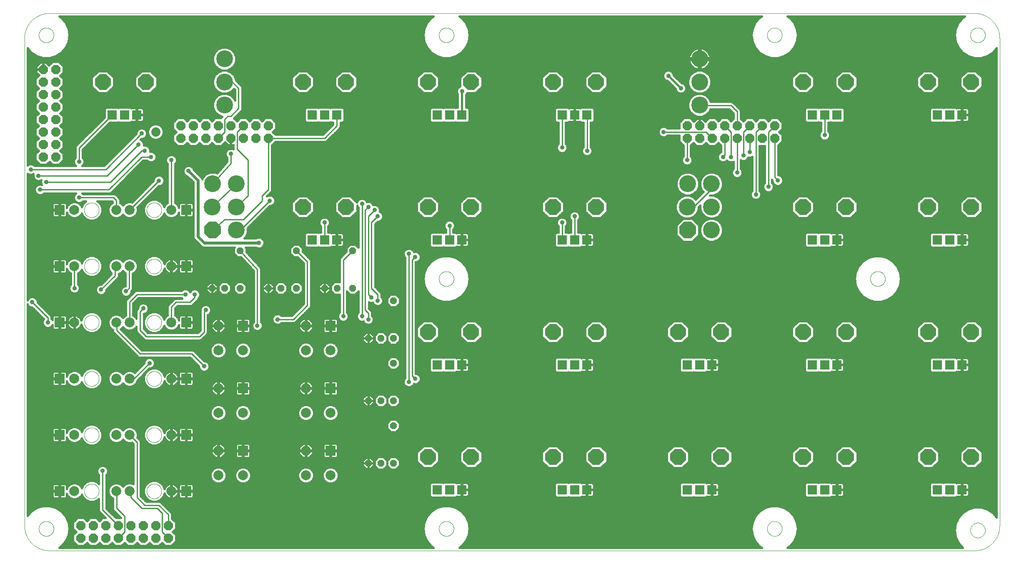
<source format=gbl>
G75*
%MOIN*%
%OFA0B0*%
%FSLAX25Y25*%
%IPPOS*%
%LPD*%
%AMOC8*
5,1,8,0,0,1.08239X$1,22.5*
%
%ADD10C,0.00001*%
%ADD11C,0.00000*%
%ADD12OC8,0.05200*%
%ADD13R,0.07400X0.07400*%
%ADD14OC8,0.12661*%
%ADD15OC8,0.13449*%
%ADD16C,0.13449*%
%ADD17OC8,0.07400*%
%ADD18C,0.07400*%
%ADD19C,0.07874*%
%ADD20R,0.07874X0.07874*%
%ADD21C,0.03562*%
%ADD22C,0.01600*%
%ADD23C,0.01000*%
%ADD24C,0.02400*%
D10*
X0002667Y0411800D02*
X0002673Y0412291D01*
X0002691Y0412782D01*
X0002721Y0413272D01*
X0002763Y0413761D01*
X0002817Y0414249D01*
X0002884Y0414735D01*
X0002961Y0415220D01*
X0003051Y0415702D01*
X0003153Y0416182D01*
X0003266Y0416660D01*
X0003392Y0417135D01*
X0003528Y0417606D01*
X0003677Y0418074D01*
X0003836Y0418538D01*
X0004007Y0418998D01*
X0004189Y0419454D01*
X0004383Y0419905D01*
X0004587Y0420351D01*
X0004803Y0420792D01*
X0005029Y0421228D01*
X0005265Y0421658D01*
X0005512Y0422082D01*
X0005770Y0422500D01*
X0006038Y0422911D01*
X0006315Y0423316D01*
X0006603Y0423714D01*
X0006900Y0424105D01*
X0007207Y0424488D01*
X0007523Y0424863D01*
X0007848Y0425231D01*
X0008182Y0425591D01*
X0008525Y0425942D01*
X0008876Y0426285D01*
X0009236Y0426619D01*
X0009604Y0426944D01*
X0009979Y0427260D01*
X0010362Y0427567D01*
X0010753Y0427864D01*
X0011151Y0428152D01*
X0011556Y0428429D01*
X0011967Y0428697D01*
X0012385Y0428955D01*
X0012809Y0429202D01*
X0013239Y0429438D01*
X0013675Y0429664D01*
X0014116Y0429880D01*
X0014562Y0430084D01*
X0015013Y0430278D01*
X0015469Y0430460D01*
X0015929Y0430631D01*
X0016393Y0430790D01*
X0016861Y0430939D01*
X0017332Y0431075D01*
X0017807Y0431201D01*
X0018285Y0431314D01*
X0018765Y0431416D01*
X0019247Y0431506D01*
X0019732Y0431583D01*
X0020218Y0431650D01*
X0020706Y0431704D01*
X0021195Y0431746D01*
X0021685Y0431776D01*
X0022176Y0431794D01*
X0022667Y0431800D01*
D11*
X0022667Y0001800D02*
X0762667Y0001800D01*
X0759261Y0018050D02*
X0759263Y0018203D01*
X0759269Y0018357D01*
X0759279Y0018510D01*
X0759293Y0018662D01*
X0759311Y0018815D01*
X0759333Y0018966D01*
X0759358Y0019117D01*
X0759388Y0019268D01*
X0759422Y0019418D01*
X0759459Y0019566D01*
X0759500Y0019714D01*
X0759545Y0019860D01*
X0759594Y0020006D01*
X0759647Y0020150D01*
X0759703Y0020292D01*
X0759763Y0020433D01*
X0759827Y0020573D01*
X0759894Y0020711D01*
X0759965Y0020847D01*
X0760040Y0020981D01*
X0760117Y0021113D01*
X0760199Y0021243D01*
X0760283Y0021371D01*
X0760371Y0021497D01*
X0760462Y0021620D01*
X0760556Y0021741D01*
X0760654Y0021859D01*
X0760754Y0021975D01*
X0760858Y0022088D01*
X0760964Y0022199D01*
X0761073Y0022307D01*
X0761185Y0022412D01*
X0761299Y0022513D01*
X0761417Y0022612D01*
X0761536Y0022708D01*
X0761658Y0022801D01*
X0761783Y0022890D01*
X0761910Y0022977D01*
X0762039Y0023059D01*
X0762170Y0023139D01*
X0762303Y0023215D01*
X0762438Y0023288D01*
X0762575Y0023357D01*
X0762714Y0023422D01*
X0762854Y0023484D01*
X0762996Y0023542D01*
X0763139Y0023597D01*
X0763284Y0023648D01*
X0763430Y0023695D01*
X0763577Y0023738D01*
X0763725Y0023777D01*
X0763874Y0023813D01*
X0764024Y0023844D01*
X0764175Y0023872D01*
X0764326Y0023896D01*
X0764479Y0023916D01*
X0764631Y0023932D01*
X0764784Y0023944D01*
X0764937Y0023952D01*
X0765090Y0023956D01*
X0765244Y0023956D01*
X0765397Y0023952D01*
X0765550Y0023944D01*
X0765703Y0023932D01*
X0765855Y0023916D01*
X0766008Y0023896D01*
X0766159Y0023872D01*
X0766310Y0023844D01*
X0766460Y0023813D01*
X0766609Y0023777D01*
X0766757Y0023738D01*
X0766904Y0023695D01*
X0767050Y0023648D01*
X0767195Y0023597D01*
X0767338Y0023542D01*
X0767480Y0023484D01*
X0767620Y0023422D01*
X0767759Y0023357D01*
X0767896Y0023288D01*
X0768031Y0023215D01*
X0768164Y0023139D01*
X0768295Y0023059D01*
X0768424Y0022977D01*
X0768551Y0022890D01*
X0768676Y0022801D01*
X0768798Y0022708D01*
X0768917Y0022612D01*
X0769035Y0022513D01*
X0769149Y0022412D01*
X0769261Y0022307D01*
X0769370Y0022199D01*
X0769476Y0022088D01*
X0769580Y0021975D01*
X0769680Y0021859D01*
X0769778Y0021741D01*
X0769872Y0021620D01*
X0769963Y0021497D01*
X0770051Y0021371D01*
X0770135Y0021243D01*
X0770217Y0021113D01*
X0770294Y0020981D01*
X0770369Y0020847D01*
X0770440Y0020711D01*
X0770507Y0020573D01*
X0770571Y0020433D01*
X0770631Y0020292D01*
X0770687Y0020150D01*
X0770740Y0020006D01*
X0770789Y0019860D01*
X0770834Y0019714D01*
X0770875Y0019566D01*
X0770912Y0019418D01*
X0770946Y0019268D01*
X0770976Y0019117D01*
X0771001Y0018966D01*
X0771023Y0018815D01*
X0771041Y0018662D01*
X0771055Y0018510D01*
X0771065Y0018357D01*
X0771071Y0018203D01*
X0771073Y0018050D01*
X0771071Y0017897D01*
X0771065Y0017743D01*
X0771055Y0017590D01*
X0771041Y0017438D01*
X0771023Y0017285D01*
X0771001Y0017134D01*
X0770976Y0016983D01*
X0770946Y0016832D01*
X0770912Y0016682D01*
X0770875Y0016534D01*
X0770834Y0016386D01*
X0770789Y0016240D01*
X0770740Y0016094D01*
X0770687Y0015950D01*
X0770631Y0015808D01*
X0770571Y0015667D01*
X0770507Y0015527D01*
X0770440Y0015389D01*
X0770369Y0015253D01*
X0770294Y0015119D01*
X0770217Y0014987D01*
X0770135Y0014857D01*
X0770051Y0014729D01*
X0769963Y0014603D01*
X0769872Y0014480D01*
X0769778Y0014359D01*
X0769680Y0014241D01*
X0769580Y0014125D01*
X0769476Y0014012D01*
X0769370Y0013901D01*
X0769261Y0013793D01*
X0769149Y0013688D01*
X0769035Y0013587D01*
X0768917Y0013488D01*
X0768798Y0013392D01*
X0768676Y0013299D01*
X0768551Y0013210D01*
X0768424Y0013123D01*
X0768295Y0013041D01*
X0768164Y0012961D01*
X0768031Y0012885D01*
X0767896Y0012812D01*
X0767759Y0012743D01*
X0767620Y0012678D01*
X0767480Y0012616D01*
X0767338Y0012558D01*
X0767195Y0012503D01*
X0767050Y0012452D01*
X0766904Y0012405D01*
X0766757Y0012362D01*
X0766609Y0012323D01*
X0766460Y0012287D01*
X0766310Y0012256D01*
X0766159Y0012228D01*
X0766008Y0012204D01*
X0765855Y0012184D01*
X0765703Y0012168D01*
X0765550Y0012156D01*
X0765397Y0012148D01*
X0765244Y0012144D01*
X0765090Y0012144D01*
X0764937Y0012148D01*
X0764784Y0012156D01*
X0764631Y0012168D01*
X0764479Y0012184D01*
X0764326Y0012204D01*
X0764175Y0012228D01*
X0764024Y0012256D01*
X0763874Y0012287D01*
X0763725Y0012323D01*
X0763577Y0012362D01*
X0763430Y0012405D01*
X0763284Y0012452D01*
X0763139Y0012503D01*
X0762996Y0012558D01*
X0762854Y0012616D01*
X0762714Y0012678D01*
X0762575Y0012743D01*
X0762438Y0012812D01*
X0762303Y0012885D01*
X0762170Y0012961D01*
X0762039Y0013041D01*
X0761910Y0013123D01*
X0761783Y0013210D01*
X0761658Y0013299D01*
X0761536Y0013392D01*
X0761417Y0013488D01*
X0761299Y0013587D01*
X0761185Y0013688D01*
X0761073Y0013793D01*
X0760964Y0013901D01*
X0760858Y0014012D01*
X0760754Y0014125D01*
X0760654Y0014241D01*
X0760556Y0014359D01*
X0760462Y0014480D01*
X0760371Y0014603D01*
X0760283Y0014729D01*
X0760199Y0014857D01*
X0760117Y0014987D01*
X0760040Y0015119D01*
X0759965Y0015253D01*
X0759894Y0015389D01*
X0759827Y0015527D01*
X0759763Y0015667D01*
X0759703Y0015808D01*
X0759647Y0015950D01*
X0759594Y0016094D01*
X0759545Y0016240D01*
X0759500Y0016386D01*
X0759459Y0016534D01*
X0759422Y0016682D01*
X0759388Y0016832D01*
X0759358Y0016983D01*
X0759333Y0017134D01*
X0759311Y0017285D01*
X0759293Y0017438D01*
X0759279Y0017590D01*
X0759269Y0017743D01*
X0759263Y0017897D01*
X0759261Y0018050D01*
X0762667Y0001800D02*
X0763150Y0001806D01*
X0763633Y0001823D01*
X0764116Y0001853D01*
X0764597Y0001893D01*
X0765078Y0001946D01*
X0765557Y0002010D01*
X0766034Y0002085D01*
X0766510Y0002173D01*
X0766983Y0002271D01*
X0767453Y0002381D01*
X0767921Y0002502D01*
X0768386Y0002635D01*
X0768847Y0002779D01*
X0769305Y0002934D01*
X0769759Y0003100D01*
X0770209Y0003277D01*
X0770654Y0003464D01*
X0771095Y0003663D01*
X0771531Y0003871D01*
X0771961Y0004091D01*
X0772387Y0004321D01*
X0772806Y0004561D01*
X0773220Y0004811D01*
X0773627Y0005071D01*
X0774028Y0005340D01*
X0774423Y0005620D01*
X0774810Y0005908D01*
X0775191Y0006207D01*
X0775564Y0006514D01*
X0775929Y0006830D01*
X0776287Y0007155D01*
X0776637Y0007488D01*
X0776979Y0007830D01*
X0777312Y0008180D01*
X0777637Y0008538D01*
X0777953Y0008903D01*
X0778260Y0009276D01*
X0778559Y0009657D01*
X0778847Y0010044D01*
X0779127Y0010439D01*
X0779396Y0010840D01*
X0779656Y0011247D01*
X0779906Y0011661D01*
X0780146Y0012080D01*
X0780376Y0012506D01*
X0780596Y0012936D01*
X0780804Y0013372D01*
X0781003Y0013813D01*
X0781190Y0014258D01*
X0781367Y0014708D01*
X0781533Y0015162D01*
X0781688Y0015620D01*
X0781832Y0016081D01*
X0781965Y0016546D01*
X0782086Y0017014D01*
X0782196Y0017484D01*
X0782294Y0017957D01*
X0782382Y0018433D01*
X0782457Y0018910D01*
X0782521Y0019389D01*
X0782574Y0019870D01*
X0782614Y0020351D01*
X0782644Y0020834D01*
X0782661Y0021317D01*
X0782667Y0021800D01*
X0782667Y0411800D01*
X0759261Y0414300D02*
X0759263Y0414453D01*
X0759269Y0414607D01*
X0759279Y0414760D01*
X0759293Y0414912D01*
X0759311Y0415065D01*
X0759333Y0415216D01*
X0759358Y0415367D01*
X0759388Y0415518D01*
X0759422Y0415668D01*
X0759459Y0415816D01*
X0759500Y0415964D01*
X0759545Y0416110D01*
X0759594Y0416256D01*
X0759647Y0416400D01*
X0759703Y0416542D01*
X0759763Y0416683D01*
X0759827Y0416823D01*
X0759894Y0416961D01*
X0759965Y0417097D01*
X0760040Y0417231D01*
X0760117Y0417363D01*
X0760199Y0417493D01*
X0760283Y0417621D01*
X0760371Y0417747D01*
X0760462Y0417870D01*
X0760556Y0417991D01*
X0760654Y0418109D01*
X0760754Y0418225D01*
X0760858Y0418338D01*
X0760964Y0418449D01*
X0761073Y0418557D01*
X0761185Y0418662D01*
X0761299Y0418763D01*
X0761417Y0418862D01*
X0761536Y0418958D01*
X0761658Y0419051D01*
X0761783Y0419140D01*
X0761910Y0419227D01*
X0762039Y0419309D01*
X0762170Y0419389D01*
X0762303Y0419465D01*
X0762438Y0419538D01*
X0762575Y0419607D01*
X0762714Y0419672D01*
X0762854Y0419734D01*
X0762996Y0419792D01*
X0763139Y0419847D01*
X0763284Y0419898D01*
X0763430Y0419945D01*
X0763577Y0419988D01*
X0763725Y0420027D01*
X0763874Y0420063D01*
X0764024Y0420094D01*
X0764175Y0420122D01*
X0764326Y0420146D01*
X0764479Y0420166D01*
X0764631Y0420182D01*
X0764784Y0420194D01*
X0764937Y0420202D01*
X0765090Y0420206D01*
X0765244Y0420206D01*
X0765397Y0420202D01*
X0765550Y0420194D01*
X0765703Y0420182D01*
X0765855Y0420166D01*
X0766008Y0420146D01*
X0766159Y0420122D01*
X0766310Y0420094D01*
X0766460Y0420063D01*
X0766609Y0420027D01*
X0766757Y0419988D01*
X0766904Y0419945D01*
X0767050Y0419898D01*
X0767195Y0419847D01*
X0767338Y0419792D01*
X0767480Y0419734D01*
X0767620Y0419672D01*
X0767759Y0419607D01*
X0767896Y0419538D01*
X0768031Y0419465D01*
X0768164Y0419389D01*
X0768295Y0419309D01*
X0768424Y0419227D01*
X0768551Y0419140D01*
X0768676Y0419051D01*
X0768798Y0418958D01*
X0768917Y0418862D01*
X0769035Y0418763D01*
X0769149Y0418662D01*
X0769261Y0418557D01*
X0769370Y0418449D01*
X0769476Y0418338D01*
X0769580Y0418225D01*
X0769680Y0418109D01*
X0769778Y0417991D01*
X0769872Y0417870D01*
X0769963Y0417747D01*
X0770051Y0417621D01*
X0770135Y0417493D01*
X0770217Y0417363D01*
X0770294Y0417231D01*
X0770369Y0417097D01*
X0770440Y0416961D01*
X0770507Y0416823D01*
X0770571Y0416683D01*
X0770631Y0416542D01*
X0770687Y0416400D01*
X0770740Y0416256D01*
X0770789Y0416110D01*
X0770834Y0415964D01*
X0770875Y0415816D01*
X0770912Y0415668D01*
X0770946Y0415518D01*
X0770976Y0415367D01*
X0771001Y0415216D01*
X0771023Y0415065D01*
X0771041Y0414912D01*
X0771055Y0414760D01*
X0771065Y0414607D01*
X0771071Y0414453D01*
X0771073Y0414300D01*
X0771071Y0414147D01*
X0771065Y0413993D01*
X0771055Y0413840D01*
X0771041Y0413688D01*
X0771023Y0413535D01*
X0771001Y0413384D01*
X0770976Y0413233D01*
X0770946Y0413082D01*
X0770912Y0412932D01*
X0770875Y0412784D01*
X0770834Y0412636D01*
X0770789Y0412490D01*
X0770740Y0412344D01*
X0770687Y0412200D01*
X0770631Y0412058D01*
X0770571Y0411917D01*
X0770507Y0411777D01*
X0770440Y0411639D01*
X0770369Y0411503D01*
X0770294Y0411369D01*
X0770217Y0411237D01*
X0770135Y0411107D01*
X0770051Y0410979D01*
X0769963Y0410853D01*
X0769872Y0410730D01*
X0769778Y0410609D01*
X0769680Y0410491D01*
X0769580Y0410375D01*
X0769476Y0410262D01*
X0769370Y0410151D01*
X0769261Y0410043D01*
X0769149Y0409938D01*
X0769035Y0409837D01*
X0768917Y0409738D01*
X0768798Y0409642D01*
X0768676Y0409549D01*
X0768551Y0409460D01*
X0768424Y0409373D01*
X0768295Y0409291D01*
X0768164Y0409211D01*
X0768031Y0409135D01*
X0767896Y0409062D01*
X0767759Y0408993D01*
X0767620Y0408928D01*
X0767480Y0408866D01*
X0767338Y0408808D01*
X0767195Y0408753D01*
X0767050Y0408702D01*
X0766904Y0408655D01*
X0766757Y0408612D01*
X0766609Y0408573D01*
X0766460Y0408537D01*
X0766310Y0408506D01*
X0766159Y0408478D01*
X0766008Y0408454D01*
X0765855Y0408434D01*
X0765703Y0408418D01*
X0765550Y0408406D01*
X0765397Y0408398D01*
X0765244Y0408394D01*
X0765090Y0408394D01*
X0764937Y0408398D01*
X0764784Y0408406D01*
X0764631Y0408418D01*
X0764479Y0408434D01*
X0764326Y0408454D01*
X0764175Y0408478D01*
X0764024Y0408506D01*
X0763874Y0408537D01*
X0763725Y0408573D01*
X0763577Y0408612D01*
X0763430Y0408655D01*
X0763284Y0408702D01*
X0763139Y0408753D01*
X0762996Y0408808D01*
X0762854Y0408866D01*
X0762714Y0408928D01*
X0762575Y0408993D01*
X0762438Y0409062D01*
X0762303Y0409135D01*
X0762170Y0409211D01*
X0762039Y0409291D01*
X0761910Y0409373D01*
X0761783Y0409460D01*
X0761658Y0409549D01*
X0761536Y0409642D01*
X0761417Y0409738D01*
X0761299Y0409837D01*
X0761185Y0409938D01*
X0761073Y0410043D01*
X0760964Y0410151D01*
X0760858Y0410262D01*
X0760754Y0410375D01*
X0760654Y0410491D01*
X0760556Y0410609D01*
X0760462Y0410730D01*
X0760371Y0410853D01*
X0760283Y0410979D01*
X0760199Y0411107D01*
X0760117Y0411237D01*
X0760040Y0411369D01*
X0759965Y0411503D01*
X0759894Y0411639D01*
X0759827Y0411777D01*
X0759763Y0411917D01*
X0759703Y0412058D01*
X0759647Y0412200D01*
X0759594Y0412344D01*
X0759545Y0412490D01*
X0759500Y0412636D01*
X0759459Y0412784D01*
X0759422Y0412932D01*
X0759388Y0413082D01*
X0759358Y0413233D01*
X0759333Y0413384D01*
X0759311Y0413535D01*
X0759293Y0413688D01*
X0759279Y0413840D01*
X0759269Y0413993D01*
X0759263Y0414147D01*
X0759261Y0414300D01*
X0762667Y0431800D02*
X0763150Y0431794D01*
X0763633Y0431777D01*
X0764116Y0431747D01*
X0764597Y0431707D01*
X0765078Y0431654D01*
X0765557Y0431590D01*
X0766034Y0431515D01*
X0766510Y0431427D01*
X0766983Y0431329D01*
X0767453Y0431219D01*
X0767921Y0431098D01*
X0768386Y0430965D01*
X0768847Y0430821D01*
X0769305Y0430666D01*
X0769759Y0430500D01*
X0770209Y0430323D01*
X0770654Y0430136D01*
X0771095Y0429937D01*
X0771531Y0429729D01*
X0771961Y0429509D01*
X0772387Y0429279D01*
X0772806Y0429039D01*
X0773220Y0428789D01*
X0773627Y0428529D01*
X0774028Y0428260D01*
X0774423Y0427980D01*
X0774810Y0427692D01*
X0775191Y0427393D01*
X0775564Y0427086D01*
X0775929Y0426770D01*
X0776287Y0426445D01*
X0776637Y0426112D01*
X0776979Y0425770D01*
X0777312Y0425420D01*
X0777637Y0425062D01*
X0777953Y0424697D01*
X0778260Y0424324D01*
X0778559Y0423943D01*
X0778847Y0423556D01*
X0779127Y0423161D01*
X0779396Y0422760D01*
X0779656Y0422353D01*
X0779906Y0421939D01*
X0780146Y0421520D01*
X0780376Y0421094D01*
X0780596Y0420664D01*
X0780804Y0420228D01*
X0781003Y0419787D01*
X0781190Y0419342D01*
X0781367Y0418892D01*
X0781533Y0418438D01*
X0781688Y0417980D01*
X0781832Y0417519D01*
X0781965Y0417054D01*
X0782086Y0416586D01*
X0782196Y0416116D01*
X0782294Y0415643D01*
X0782382Y0415167D01*
X0782457Y0414690D01*
X0782521Y0414211D01*
X0782574Y0413730D01*
X0782614Y0413249D01*
X0782644Y0412766D01*
X0782661Y0412283D01*
X0782667Y0411800D01*
X0762667Y0431800D02*
X0022667Y0431800D01*
X0014261Y0414300D02*
X0014263Y0414453D01*
X0014269Y0414607D01*
X0014279Y0414760D01*
X0014293Y0414912D01*
X0014311Y0415065D01*
X0014333Y0415216D01*
X0014358Y0415367D01*
X0014388Y0415518D01*
X0014422Y0415668D01*
X0014459Y0415816D01*
X0014500Y0415964D01*
X0014545Y0416110D01*
X0014594Y0416256D01*
X0014647Y0416400D01*
X0014703Y0416542D01*
X0014763Y0416683D01*
X0014827Y0416823D01*
X0014894Y0416961D01*
X0014965Y0417097D01*
X0015040Y0417231D01*
X0015117Y0417363D01*
X0015199Y0417493D01*
X0015283Y0417621D01*
X0015371Y0417747D01*
X0015462Y0417870D01*
X0015556Y0417991D01*
X0015654Y0418109D01*
X0015754Y0418225D01*
X0015858Y0418338D01*
X0015964Y0418449D01*
X0016073Y0418557D01*
X0016185Y0418662D01*
X0016299Y0418763D01*
X0016417Y0418862D01*
X0016536Y0418958D01*
X0016658Y0419051D01*
X0016783Y0419140D01*
X0016910Y0419227D01*
X0017039Y0419309D01*
X0017170Y0419389D01*
X0017303Y0419465D01*
X0017438Y0419538D01*
X0017575Y0419607D01*
X0017714Y0419672D01*
X0017854Y0419734D01*
X0017996Y0419792D01*
X0018139Y0419847D01*
X0018284Y0419898D01*
X0018430Y0419945D01*
X0018577Y0419988D01*
X0018725Y0420027D01*
X0018874Y0420063D01*
X0019024Y0420094D01*
X0019175Y0420122D01*
X0019326Y0420146D01*
X0019479Y0420166D01*
X0019631Y0420182D01*
X0019784Y0420194D01*
X0019937Y0420202D01*
X0020090Y0420206D01*
X0020244Y0420206D01*
X0020397Y0420202D01*
X0020550Y0420194D01*
X0020703Y0420182D01*
X0020855Y0420166D01*
X0021008Y0420146D01*
X0021159Y0420122D01*
X0021310Y0420094D01*
X0021460Y0420063D01*
X0021609Y0420027D01*
X0021757Y0419988D01*
X0021904Y0419945D01*
X0022050Y0419898D01*
X0022195Y0419847D01*
X0022338Y0419792D01*
X0022480Y0419734D01*
X0022620Y0419672D01*
X0022759Y0419607D01*
X0022896Y0419538D01*
X0023031Y0419465D01*
X0023164Y0419389D01*
X0023295Y0419309D01*
X0023424Y0419227D01*
X0023551Y0419140D01*
X0023676Y0419051D01*
X0023798Y0418958D01*
X0023917Y0418862D01*
X0024035Y0418763D01*
X0024149Y0418662D01*
X0024261Y0418557D01*
X0024370Y0418449D01*
X0024476Y0418338D01*
X0024580Y0418225D01*
X0024680Y0418109D01*
X0024778Y0417991D01*
X0024872Y0417870D01*
X0024963Y0417747D01*
X0025051Y0417621D01*
X0025135Y0417493D01*
X0025217Y0417363D01*
X0025294Y0417231D01*
X0025369Y0417097D01*
X0025440Y0416961D01*
X0025507Y0416823D01*
X0025571Y0416683D01*
X0025631Y0416542D01*
X0025687Y0416400D01*
X0025740Y0416256D01*
X0025789Y0416110D01*
X0025834Y0415964D01*
X0025875Y0415816D01*
X0025912Y0415668D01*
X0025946Y0415518D01*
X0025976Y0415367D01*
X0026001Y0415216D01*
X0026023Y0415065D01*
X0026041Y0414912D01*
X0026055Y0414760D01*
X0026065Y0414607D01*
X0026071Y0414453D01*
X0026073Y0414300D01*
X0026071Y0414147D01*
X0026065Y0413993D01*
X0026055Y0413840D01*
X0026041Y0413688D01*
X0026023Y0413535D01*
X0026001Y0413384D01*
X0025976Y0413233D01*
X0025946Y0413082D01*
X0025912Y0412932D01*
X0025875Y0412784D01*
X0025834Y0412636D01*
X0025789Y0412490D01*
X0025740Y0412344D01*
X0025687Y0412200D01*
X0025631Y0412058D01*
X0025571Y0411917D01*
X0025507Y0411777D01*
X0025440Y0411639D01*
X0025369Y0411503D01*
X0025294Y0411369D01*
X0025217Y0411237D01*
X0025135Y0411107D01*
X0025051Y0410979D01*
X0024963Y0410853D01*
X0024872Y0410730D01*
X0024778Y0410609D01*
X0024680Y0410491D01*
X0024580Y0410375D01*
X0024476Y0410262D01*
X0024370Y0410151D01*
X0024261Y0410043D01*
X0024149Y0409938D01*
X0024035Y0409837D01*
X0023917Y0409738D01*
X0023798Y0409642D01*
X0023676Y0409549D01*
X0023551Y0409460D01*
X0023424Y0409373D01*
X0023295Y0409291D01*
X0023164Y0409211D01*
X0023031Y0409135D01*
X0022896Y0409062D01*
X0022759Y0408993D01*
X0022620Y0408928D01*
X0022480Y0408866D01*
X0022338Y0408808D01*
X0022195Y0408753D01*
X0022050Y0408702D01*
X0021904Y0408655D01*
X0021757Y0408612D01*
X0021609Y0408573D01*
X0021460Y0408537D01*
X0021310Y0408506D01*
X0021159Y0408478D01*
X0021008Y0408454D01*
X0020855Y0408434D01*
X0020703Y0408418D01*
X0020550Y0408406D01*
X0020397Y0408398D01*
X0020244Y0408394D01*
X0020090Y0408394D01*
X0019937Y0408398D01*
X0019784Y0408406D01*
X0019631Y0408418D01*
X0019479Y0408434D01*
X0019326Y0408454D01*
X0019175Y0408478D01*
X0019024Y0408506D01*
X0018874Y0408537D01*
X0018725Y0408573D01*
X0018577Y0408612D01*
X0018430Y0408655D01*
X0018284Y0408702D01*
X0018139Y0408753D01*
X0017996Y0408808D01*
X0017854Y0408866D01*
X0017714Y0408928D01*
X0017575Y0408993D01*
X0017438Y0409062D01*
X0017303Y0409135D01*
X0017170Y0409211D01*
X0017039Y0409291D01*
X0016910Y0409373D01*
X0016783Y0409460D01*
X0016658Y0409549D01*
X0016536Y0409642D01*
X0016417Y0409738D01*
X0016299Y0409837D01*
X0016185Y0409938D01*
X0016073Y0410043D01*
X0015964Y0410151D01*
X0015858Y0410262D01*
X0015754Y0410375D01*
X0015654Y0410491D01*
X0015556Y0410609D01*
X0015462Y0410730D01*
X0015371Y0410853D01*
X0015283Y0410979D01*
X0015199Y0411107D01*
X0015117Y0411237D01*
X0015040Y0411369D01*
X0014965Y0411503D01*
X0014894Y0411639D01*
X0014827Y0411777D01*
X0014763Y0411917D01*
X0014703Y0412058D01*
X0014647Y0412200D01*
X0014594Y0412344D01*
X0014545Y0412490D01*
X0014500Y0412636D01*
X0014459Y0412784D01*
X0014422Y0412932D01*
X0014388Y0413082D01*
X0014358Y0413233D01*
X0014333Y0413384D01*
X0014311Y0413535D01*
X0014293Y0413688D01*
X0014279Y0413840D01*
X0014269Y0413993D01*
X0014263Y0414147D01*
X0014261Y0414300D01*
X0002667Y0411800D02*
X0002667Y0021800D01*
X0014261Y0019300D02*
X0014263Y0019453D01*
X0014269Y0019607D01*
X0014279Y0019760D01*
X0014293Y0019912D01*
X0014311Y0020065D01*
X0014333Y0020216D01*
X0014358Y0020367D01*
X0014388Y0020518D01*
X0014422Y0020668D01*
X0014459Y0020816D01*
X0014500Y0020964D01*
X0014545Y0021110D01*
X0014594Y0021256D01*
X0014647Y0021400D01*
X0014703Y0021542D01*
X0014763Y0021683D01*
X0014827Y0021823D01*
X0014894Y0021961D01*
X0014965Y0022097D01*
X0015040Y0022231D01*
X0015117Y0022363D01*
X0015199Y0022493D01*
X0015283Y0022621D01*
X0015371Y0022747D01*
X0015462Y0022870D01*
X0015556Y0022991D01*
X0015654Y0023109D01*
X0015754Y0023225D01*
X0015858Y0023338D01*
X0015964Y0023449D01*
X0016073Y0023557D01*
X0016185Y0023662D01*
X0016299Y0023763D01*
X0016417Y0023862D01*
X0016536Y0023958D01*
X0016658Y0024051D01*
X0016783Y0024140D01*
X0016910Y0024227D01*
X0017039Y0024309D01*
X0017170Y0024389D01*
X0017303Y0024465D01*
X0017438Y0024538D01*
X0017575Y0024607D01*
X0017714Y0024672D01*
X0017854Y0024734D01*
X0017996Y0024792D01*
X0018139Y0024847D01*
X0018284Y0024898D01*
X0018430Y0024945D01*
X0018577Y0024988D01*
X0018725Y0025027D01*
X0018874Y0025063D01*
X0019024Y0025094D01*
X0019175Y0025122D01*
X0019326Y0025146D01*
X0019479Y0025166D01*
X0019631Y0025182D01*
X0019784Y0025194D01*
X0019937Y0025202D01*
X0020090Y0025206D01*
X0020244Y0025206D01*
X0020397Y0025202D01*
X0020550Y0025194D01*
X0020703Y0025182D01*
X0020855Y0025166D01*
X0021008Y0025146D01*
X0021159Y0025122D01*
X0021310Y0025094D01*
X0021460Y0025063D01*
X0021609Y0025027D01*
X0021757Y0024988D01*
X0021904Y0024945D01*
X0022050Y0024898D01*
X0022195Y0024847D01*
X0022338Y0024792D01*
X0022480Y0024734D01*
X0022620Y0024672D01*
X0022759Y0024607D01*
X0022896Y0024538D01*
X0023031Y0024465D01*
X0023164Y0024389D01*
X0023295Y0024309D01*
X0023424Y0024227D01*
X0023551Y0024140D01*
X0023676Y0024051D01*
X0023798Y0023958D01*
X0023917Y0023862D01*
X0024035Y0023763D01*
X0024149Y0023662D01*
X0024261Y0023557D01*
X0024370Y0023449D01*
X0024476Y0023338D01*
X0024580Y0023225D01*
X0024680Y0023109D01*
X0024778Y0022991D01*
X0024872Y0022870D01*
X0024963Y0022747D01*
X0025051Y0022621D01*
X0025135Y0022493D01*
X0025217Y0022363D01*
X0025294Y0022231D01*
X0025369Y0022097D01*
X0025440Y0021961D01*
X0025507Y0021823D01*
X0025571Y0021683D01*
X0025631Y0021542D01*
X0025687Y0021400D01*
X0025740Y0021256D01*
X0025789Y0021110D01*
X0025834Y0020964D01*
X0025875Y0020816D01*
X0025912Y0020668D01*
X0025946Y0020518D01*
X0025976Y0020367D01*
X0026001Y0020216D01*
X0026023Y0020065D01*
X0026041Y0019912D01*
X0026055Y0019760D01*
X0026065Y0019607D01*
X0026071Y0019453D01*
X0026073Y0019300D01*
X0026071Y0019147D01*
X0026065Y0018993D01*
X0026055Y0018840D01*
X0026041Y0018688D01*
X0026023Y0018535D01*
X0026001Y0018384D01*
X0025976Y0018233D01*
X0025946Y0018082D01*
X0025912Y0017932D01*
X0025875Y0017784D01*
X0025834Y0017636D01*
X0025789Y0017490D01*
X0025740Y0017344D01*
X0025687Y0017200D01*
X0025631Y0017058D01*
X0025571Y0016917D01*
X0025507Y0016777D01*
X0025440Y0016639D01*
X0025369Y0016503D01*
X0025294Y0016369D01*
X0025217Y0016237D01*
X0025135Y0016107D01*
X0025051Y0015979D01*
X0024963Y0015853D01*
X0024872Y0015730D01*
X0024778Y0015609D01*
X0024680Y0015491D01*
X0024580Y0015375D01*
X0024476Y0015262D01*
X0024370Y0015151D01*
X0024261Y0015043D01*
X0024149Y0014938D01*
X0024035Y0014837D01*
X0023917Y0014738D01*
X0023798Y0014642D01*
X0023676Y0014549D01*
X0023551Y0014460D01*
X0023424Y0014373D01*
X0023295Y0014291D01*
X0023164Y0014211D01*
X0023031Y0014135D01*
X0022896Y0014062D01*
X0022759Y0013993D01*
X0022620Y0013928D01*
X0022480Y0013866D01*
X0022338Y0013808D01*
X0022195Y0013753D01*
X0022050Y0013702D01*
X0021904Y0013655D01*
X0021757Y0013612D01*
X0021609Y0013573D01*
X0021460Y0013537D01*
X0021310Y0013506D01*
X0021159Y0013478D01*
X0021008Y0013454D01*
X0020855Y0013434D01*
X0020703Y0013418D01*
X0020550Y0013406D01*
X0020397Y0013398D01*
X0020244Y0013394D01*
X0020090Y0013394D01*
X0019937Y0013398D01*
X0019784Y0013406D01*
X0019631Y0013418D01*
X0019479Y0013434D01*
X0019326Y0013454D01*
X0019175Y0013478D01*
X0019024Y0013506D01*
X0018874Y0013537D01*
X0018725Y0013573D01*
X0018577Y0013612D01*
X0018430Y0013655D01*
X0018284Y0013702D01*
X0018139Y0013753D01*
X0017996Y0013808D01*
X0017854Y0013866D01*
X0017714Y0013928D01*
X0017575Y0013993D01*
X0017438Y0014062D01*
X0017303Y0014135D01*
X0017170Y0014211D01*
X0017039Y0014291D01*
X0016910Y0014373D01*
X0016783Y0014460D01*
X0016658Y0014549D01*
X0016536Y0014642D01*
X0016417Y0014738D01*
X0016299Y0014837D01*
X0016185Y0014938D01*
X0016073Y0015043D01*
X0015964Y0015151D01*
X0015858Y0015262D01*
X0015754Y0015375D01*
X0015654Y0015491D01*
X0015556Y0015609D01*
X0015462Y0015730D01*
X0015371Y0015853D01*
X0015283Y0015979D01*
X0015199Y0016107D01*
X0015117Y0016237D01*
X0015040Y0016369D01*
X0014965Y0016503D01*
X0014894Y0016639D01*
X0014827Y0016777D01*
X0014763Y0016917D01*
X0014703Y0017058D01*
X0014647Y0017200D01*
X0014594Y0017344D01*
X0014545Y0017490D01*
X0014500Y0017636D01*
X0014459Y0017784D01*
X0014422Y0017932D01*
X0014388Y0018082D01*
X0014358Y0018233D01*
X0014333Y0018384D01*
X0014311Y0018535D01*
X0014293Y0018688D01*
X0014279Y0018840D01*
X0014269Y0018993D01*
X0014263Y0019147D01*
X0014261Y0019300D01*
X0002667Y0021800D02*
X0002673Y0021317D01*
X0002690Y0020834D01*
X0002720Y0020351D01*
X0002760Y0019870D01*
X0002813Y0019389D01*
X0002877Y0018910D01*
X0002952Y0018433D01*
X0003040Y0017957D01*
X0003138Y0017484D01*
X0003248Y0017014D01*
X0003369Y0016546D01*
X0003502Y0016081D01*
X0003646Y0015620D01*
X0003801Y0015162D01*
X0003967Y0014708D01*
X0004144Y0014258D01*
X0004331Y0013813D01*
X0004530Y0013372D01*
X0004738Y0012936D01*
X0004958Y0012506D01*
X0005188Y0012080D01*
X0005428Y0011661D01*
X0005678Y0011247D01*
X0005938Y0010840D01*
X0006207Y0010439D01*
X0006487Y0010044D01*
X0006775Y0009657D01*
X0007074Y0009276D01*
X0007381Y0008903D01*
X0007697Y0008538D01*
X0008022Y0008180D01*
X0008355Y0007830D01*
X0008697Y0007488D01*
X0009047Y0007155D01*
X0009405Y0006830D01*
X0009770Y0006514D01*
X0010143Y0006207D01*
X0010524Y0005908D01*
X0010911Y0005620D01*
X0011306Y0005340D01*
X0011707Y0005071D01*
X0012114Y0004811D01*
X0012528Y0004561D01*
X0012947Y0004321D01*
X0013373Y0004091D01*
X0013803Y0003871D01*
X0014239Y0003663D01*
X0014680Y0003464D01*
X0015125Y0003277D01*
X0015575Y0003100D01*
X0016029Y0002934D01*
X0016487Y0002779D01*
X0016948Y0002635D01*
X0017413Y0002502D01*
X0017881Y0002381D01*
X0018351Y0002271D01*
X0018824Y0002173D01*
X0019300Y0002085D01*
X0019777Y0002010D01*
X0020256Y0001946D01*
X0020737Y0001893D01*
X0021218Y0001853D01*
X0021701Y0001823D01*
X0022184Y0001806D01*
X0022667Y0001800D01*
X0050511Y0049300D02*
X0050513Y0049453D01*
X0050519Y0049607D01*
X0050529Y0049760D01*
X0050543Y0049912D01*
X0050561Y0050065D01*
X0050583Y0050216D01*
X0050608Y0050367D01*
X0050638Y0050518D01*
X0050672Y0050668D01*
X0050709Y0050816D01*
X0050750Y0050964D01*
X0050795Y0051110D01*
X0050844Y0051256D01*
X0050897Y0051400D01*
X0050953Y0051542D01*
X0051013Y0051683D01*
X0051077Y0051823D01*
X0051144Y0051961D01*
X0051215Y0052097D01*
X0051290Y0052231D01*
X0051367Y0052363D01*
X0051449Y0052493D01*
X0051533Y0052621D01*
X0051621Y0052747D01*
X0051712Y0052870D01*
X0051806Y0052991D01*
X0051904Y0053109D01*
X0052004Y0053225D01*
X0052108Y0053338D01*
X0052214Y0053449D01*
X0052323Y0053557D01*
X0052435Y0053662D01*
X0052549Y0053763D01*
X0052667Y0053862D01*
X0052786Y0053958D01*
X0052908Y0054051D01*
X0053033Y0054140D01*
X0053160Y0054227D01*
X0053289Y0054309D01*
X0053420Y0054389D01*
X0053553Y0054465D01*
X0053688Y0054538D01*
X0053825Y0054607D01*
X0053964Y0054672D01*
X0054104Y0054734D01*
X0054246Y0054792D01*
X0054389Y0054847D01*
X0054534Y0054898D01*
X0054680Y0054945D01*
X0054827Y0054988D01*
X0054975Y0055027D01*
X0055124Y0055063D01*
X0055274Y0055094D01*
X0055425Y0055122D01*
X0055576Y0055146D01*
X0055729Y0055166D01*
X0055881Y0055182D01*
X0056034Y0055194D01*
X0056187Y0055202D01*
X0056340Y0055206D01*
X0056494Y0055206D01*
X0056647Y0055202D01*
X0056800Y0055194D01*
X0056953Y0055182D01*
X0057105Y0055166D01*
X0057258Y0055146D01*
X0057409Y0055122D01*
X0057560Y0055094D01*
X0057710Y0055063D01*
X0057859Y0055027D01*
X0058007Y0054988D01*
X0058154Y0054945D01*
X0058300Y0054898D01*
X0058445Y0054847D01*
X0058588Y0054792D01*
X0058730Y0054734D01*
X0058870Y0054672D01*
X0059009Y0054607D01*
X0059146Y0054538D01*
X0059281Y0054465D01*
X0059414Y0054389D01*
X0059545Y0054309D01*
X0059674Y0054227D01*
X0059801Y0054140D01*
X0059926Y0054051D01*
X0060048Y0053958D01*
X0060167Y0053862D01*
X0060285Y0053763D01*
X0060399Y0053662D01*
X0060511Y0053557D01*
X0060620Y0053449D01*
X0060726Y0053338D01*
X0060830Y0053225D01*
X0060930Y0053109D01*
X0061028Y0052991D01*
X0061122Y0052870D01*
X0061213Y0052747D01*
X0061301Y0052621D01*
X0061385Y0052493D01*
X0061467Y0052363D01*
X0061544Y0052231D01*
X0061619Y0052097D01*
X0061690Y0051961D01*
X0061757Y0051823D01*
X0061821Y0051683D01*
X0061881Y0051542D01*
X0061937Y0051400D01*
X0061990Y0051256D01*
X0062039Y0051110D01*
X0062084Y0050964D01*
X0062125Y0050816D01*
X0062162Y0050668D01*
X0062196Y0050518D01*
X0062226Y0050367D01*
X0062251Y0050216D01*
X0062273Y0050065D01*
X0062291Y0049912D01*
X0062305Y0049760D01*
X0062315Y0049607D01*
X0062321Y0049453D01*
X0062323Y0049300D01*
X0062321Y0049147D01*
X0062315Y0048993D01*
X0062305Y0048840D01*
X0062291Y0048688D01*
X0062273Y0048535D01*
X0062251Y0048384D01*
X0062226Y0048233D01*
X0062196Y0048082D01*
X0062162Y0047932D01*
X0062125Y0047784D01*
X0062084Y0047636D01*
X0062039Y0047490D01*
X0061990Y0047344D01*
X0061937Y0047200D01*
X0061881Y0047058D01*
X0061821Y0046917D01*
X0061757Y0046777D01*
X0061690Y0046639D01*
X0061619Y0046503D01*
X0061544Y0046369D01*
X0061467Y0046237D01*
X0061385Y0046107D01*
X0061301Y0045979D01*
X0061213Y0045853D01*
X0061122Y0045730D01*
X0061028Y0045609D01*
X0060930Y0045491D01*
X0060830Y0045375D01*
X0060726Y0045262D01*
X0060620Y0045151D01*
X0060511Y0045043D01*
X0060399Y0044938D01*
X0060285Y0044837D01*
X0060167Y0044738D01*
X0060048Y0044642D01*
X0059926Y0044549D01*
X0059801Y0044460D01*
X0059674Y0044373D01*
X0059545Y0044291D01*
X0059414Y0044211D01*
X0059281Y0044135D01*
X0059146Y0044062D01*
X0059009Y0043993D01*
X0058870Y0043928D01*
X0058730Y0043866D01*
X0058588Y0043808D01*
X0058445Y0043753D01*
X0058300Y0043702D01*
X0058154Y0043655D01*
X0058007Y0043612D01*
X0057859Y0043573D01*
X0057710Y0043537D01*
X0057560Y0043506D01*
X0057409Y0043478D01*
X0057258Y0043454D01*
X0057105Y0043434D01*
X0056953Y0043418D01*
X0056800Y0043406D01*
X0056647Y0043398D01*
X0056494Y0043394D01*
X0056340Y0043394D01*
X0056187Y0043398D01*
X0056034Y0043406D01*
X0055881Y0043418D01*
X0055729Y0043434D01*
X0055576Y0043454D01*
X0055425Y0043478D01*
X0055274Y0043506D01*
X0055124Y0043537D01*
X0054975Y0043573D01*
X0054827Y0043612D01*
X0054680Y0043655D01*
X0054534Y0043702D01*
X0054389Y0043753D01*
X0054246Y0043808D01*
X0054104Y0043866D01*
X0053964Y0043928D01*
X0053825Y0043993D01*
X0053688Y0044062D01*
X0053553Y0044135D01*
X0053420Y0044211D01*
X0053289Y0044291D01*
X0053160Y0044373D01*
X0053033Y0044460D01*
X0052908Y0044549D01*
X0052786Y0044642D01*
X0052667Y0044738D01*
X0052549Y0044837D01*
X0052435Y0044938D01*
X0052323Y0045043D01*
X0052214Y0045151D01*
X0052108Y0045262D01*
X0052004Y0045375D01*
X0051904Y0045491D01*
X0051806Y0045609D01*
X0051712Y0045730D01*
X0051621Y0045853D01*
X0051533Y0045979D01*
X0051449Y0046107D01*
X0051367Y0046237D01*
X0051290Y0046369D01*
X0051215Y0046503D01*
X0051144Y0046639D01*
X0051077Y0046777D01*
X0051013Y0046917D01*
X0050953Y0047058D01*
X0050897Y0047200D01*
X0050844Y0047344D01*
X0050795Y0047490D01*
X0050750Y0047636D01*
X0050709Y0047784D01*
X0050672Y0047932D01*
X0050638Y0048082D01*
X0050608Y0048233D01*
X0050583Y0048384D01*
X0050561Y0048535D01*
X0050543Y0048688D01*
X0050529Y0048840D01*
X0050519Y0048993D01*
X0050513Y0049147D01*
X0050511Y0049300D01*
X0100511Y0049300D02*
X0100513Y0049453D01*
X0100519Y0049607D01*
X0100529Y0049760D01*
X0100543Y0049912D01*
X0100561Y0050065D01*
X0100583Y0050216D01*
X0100608Y0050367D01*
X0100638Y0050518D01*
X0100672Y0050668D01*
X0100709Y0050816D01*
X0100750Y0050964D01*
X0100795Y0051110D01*
X0100844Y0051256D01*
X0100897Y0051400D01*
X0100953Y0051542D01*
X0101013Y0051683D01*
X0101077Y0051823D01*
X0101144Y0051961D01*
X0101215Y0052097D01*
X0101290Y0052231D01*
X0101367Y0052363D01*
X0101449Y0052493D01*
X0101533Y0052621D01*
X0101621Y0052747D01*
X0101712Y0052870D01*
X0101806Y0052991D01*
X0101904Y0053109D01*
X0102004Y0053225D01*
X0102108Y0053338D01*
X0102214Y0053449D01*
X0102323Y0053557D01*
X0102435Y0053662D01*
X0102549Y0053763D01*
X0102667Y0053862D01*
X0102786Y0053958D01*
X0102908Y0054051D01*
X0103033Y0054140D01*
X0103160Y0054227D01*
X0103289Y0054309D01*
X0103420Y0054389D01*
X0103553Y0054465D01*
X0103688Y0054538D01*
X0103825Y0054607D01*
X0103964Y0054672D01*
X0104104Y0054734D01*
X0104246Y0054792D01*
X0104389Y0054847D01*
X0104534Y0054898D01*
X0104680Y0054945D01*
X0104827Y0054988D01*
X0104975Y0055027D01*
X0105124Y0055063D01*
X0105274Y0055094D01*
X0105425Y0055122D01*
X0105576Y0055146D01*
X0105729Y0055166D01*
X0105881Y0055182D01*
X0106034Y0055194D01*
X0106187Y0055202D01*
X0106340Y0055206D01*
X0106494Y0055206D01*
X0106647Y0055202D01*
X0106800Y0055194D01*
X0106953Y0055182D01*
X0107105Y0055166D01*
X0107258Y0055146D01*
X0107409Y0055122D01*
X0107560Y0055094D01*
X0107710Y0055063D01*
X0107859Y0055027D01*
X0108007Y0054988D01*
X0108154Y0054945D01*
X0108300Y0054898D01*
X0108445Y0054847D01*
X0108588Y0054792D01*
X0108730Y0054734D01*
X0108870Y0054672D01*
X0109009Y0054607D01*
X0109146Y0054538D01*
X0109281Y0054465D01*
X0109414Y0054389D01*
X0109545Y0054309D01*
X0109674Y0054227D01*
X0109801Y0054140D01*
X0109926Y0054051D01*
X0110048Y0053958D01*
X0110167Y0053862D01*
X0110285Y0053763D01*
X0110399Y0053662D01*
X0110511Y0053557D01*
X0110620Y0053449D01*
X0110726Y0053338D01*
X0110830Y0053225D01*
X0110930Y0053109D01*
X0111028Y0052991D01*
X0111122Y0052870D01*
X0111213Y0052747D01*
X0111301Y0052621D01*
X0111385Y0052493D01*
X0111467Y0052363D01*
X0111544Y0052231D01*
X0111619Y0052097D01*
X0111690Y0051961D01*
X0111757Y0051823D01*
X0111821Y0051683D01*
X0111881Y0051542D01*
X0111937Y0051400D01*
X0111990Y0051256D01*
X0112039Y0051110D01*
X0112084Y0050964D01*
X0112125Y0050816D01*
X0112162Y0050668D01*
X0112196Y0050518D01*
X0112226Y0050367D01*
X0112251Y0050216D01*
X0112273Y0050065D01*
X0112291Y0049912D01*
X0112305Y0049760D01*
X0112315Y0049607D01*
X0112321Y0049453D01*
X0112323Y0049300D01*
X0112321Y0049147D01*
X0112315Y0048993D01*
X0112305Y0048840D01*
X0112291Y0048688D01*
X0112273Y0048535D01*
X0112251Y0048384D01*
X0112226Y0048233D01*
X0112196Y0048082D01*
X0112162Y0047932D01*
X0112125Y0047784D01*
X0112084Y0047636D01*
X0112039Y0047490D01*
X0111990Y0047344D01*
X0111937Y0047200D01*
X0111881Y0047058D01*
X0111821Y0046917D01*
X0111757Y0046777D01*
X0111690Y0046639D01*
X0111619Y0046503D01*
X0111544Y0046369D01*
X0111467Y0046237D01*
X0111385Y0046107D01*
X0111301Y0045979D01*
X0111213Y0045853D01*
X0111122Y0045730D01*
X0111028Y0045609D01*
X0110930Y0045491D01*
X0110830Y0045375D01*
X0110726Y0045262D01*
X0110620Y0045151D01*
X0110511Y0045043D01*
X0110399Y0044938D01*
X0110285Y0044837D01*
X0110167Y0044738D01*
X0110048Y0044642D01*
X0109926Y0044549D01*
X0109801Y0044460D01*
X0109674Y0044373D01*
X0109545Y0044291D01*
X0109414Y0044211D01*
X0109281Y0044135D01*
X0109146Y0044062D01*
X0109009Y0043993D01*
X0108870Y0043928D01*
X0108730Y0043866D01*
X0108588Y0043808D01*
X0108445Y0043753D01*
X0108300Y0043702D01*
X0108154Y0043655D01*
X0108007Y0043612D01*
X0107859Y0043573D01*
X0107710Y0043537D01*
X0107560Y0043506D01*
X0107409Y0043478D01*
X0107258Y0043454D01*
X0107105Y0043434D01*
X0106953Y0043418D01*
X0106800Y0043406D01*
X0106647Y0043398D01*
X0106494Y0043394D01*
X0106340Y0043394D01*
X0106187Y0043398D01*
X0106034Y0043406D01*
X0105881Y0043418D01*
X0105729Y0043434D01*
X0105576Y0043454D01*
X0105425Y0043478D01*
X0105274Y0043506D01*
X0105124Y0043537D01*
X0104975Y0043573D01*
X0104827Y0043612D01*
X0104680Y0043655D01*
X0104534Y0043702D01*
X0104389Y0043753D01*
X0104246Y0043808D01*
X0104104Y0043866D01*
X0103964Y0043928D01*
X0103825Y0043993D01*
X0103688Y0044062D01*
X0103553Y0044135D01*
X0103420Y0044211D01*
X0103289Y0044291D01*
X0103160Y0044373D01*
X0103033Y0044460D01*
X0102908Y0044549D01*
X0102786Y0044642D01*
X0102667Y0044738D01*
X0102549Y0044837D01*
X0102435Y0044938D01*
X0102323Y0045043D01*
X0102214Y0045151D01*
X0102108Y0045262D01*
X0102004Y0045375D01*
X0101904Y0045491D01*
X0101806Y0045609D01*
X0101712Y0045730D01*
X0101621Y0045853D01*
X0101533Y0045979D01*
X0101449Y0046107D01*
X0101367Y0046237D01*
X0101290Y0046369D01*
X0101215Y0046503D01*
X0101144Y0046639D01*
X0101077Y0046777D01*
X0101013Y0046917D01*
X0100953Y0047058D01*
X0100897Y0047200D01*
X0100844Y0047344D01*
X0100795Y0047490D01*
X0100750Y0047636D01*
X0100709Y0047784D01*
X0100672Y0047932D01*
X0100638Y0048082D01*
X0100608Y0048233D01*
X0100583Y0048384D01*
X0100561Y0048535D01*
X0100543Y0048688D01*
X0100529Y0048840D01*
X0100519Y0048993D01*
X0100513Y0049147D01*
X0100511Y0049300D01*
X0100511Y0094300D02*
X0100513Y0094453D01*
X0100519Y0094607D01*
X0100529Y0094760D01*
X0100543Y0094912D01*
X0100561Y0095065D01*
X0100583Y0095216D01*
X0100608Y0095367D01*
X0100638Y0095518D01*
X0100672Y0095668D01*
X0100709Y0095816D01*
X0100750Y0095964D01*
X0100795Y0096110D01*
X0100844Y0096256D01*
X0100897Y0096400D01*
X0100953Y0096542D01*
X0101013Y0096683D01*
X0101077Y0096823D01*
X0101144Y0096961D01*
X0101215Y0097097D01*
X0101290Y0097231D01*
X0101367Y0097363D01*
X0101449Y0097493D01*
X0101533Y0097621D01*
X0101621Y0097747D01*
X0101712Y0097870D01*
X0101806Y0097991D01*
X0101904Y0098109D01*
X0102004Y0098225D01*
X0102108Y0098338D01*
X0102214Y0098449D01*
X0102323Y0098557D01*
X0102435Y0098662D01*
X0102549Y0098763D01*
X0102667Y0098862D01*
X0102786Y0098958D01*
X0102908Y0099051D01*
X0103033Y0099140D01*
X0103160Y0099227D01*
X0103289Y0099309D01*
X0103420Y0099389D01*
X0103553Y0099465D01*
X0103688Y0099538D01*
X0103825Y0099607D01*
X0103964Y0099672D01*
X0104104Y0099734D01*
X0104246Y0099792D01*
X0104389Y0099847D01*
X0104534Y0099898D01*
X0104680Y0099945D01*
X0104827Y0099988D01*
X0104975Y0100027D01*
X0105124Y0100063D01*
X0105274Y0100094D01*
X0105425Y0100122D01*
X0105576Y0100146D01*
X0105729Y0100166D01*
X0105881Y0100182D01*
X0106034Y0100194D01*
X0106187Y0100202D01*
X0106340Y0100206D01*
X0106494Y0100206D01*
X0106647Y0100202D01*
X0106800Y0100194D01*
X0106953Y0100182D01*
X0107105Y0100166D01*
X0107258Y0100146D01*
X0107409Y0100122D01*
X0107560Y0100094D01*
X0107710Y0100063D01*
X0107859Y0100027D01*
X0108007Y0099988D01*
X0108154Y0099945D01*
X0108300Y0099898D01*
X0108445Y0099847D01*
X0108588Y0099792D01*
X0108730Y0099734D01*
X0108870Y0099672D01*
X0109009Y0099607D01*
X0109146Y0099538D01*
X0109281Y0099465D01*
X0109414Y0099389D01*
X0109545Y0099309D01*
X0109674Y0099227D01*
X0109801Y0099140D01*
X0109926Y0099051D01*
X0110048Y0098958D01*
X0110167Y0098862D01*
X0110285Y0098763D01*
X0110399Y0098662D01*
X0110511Y0098557D01*
X0110620Y0098449D01*
X0110726Y0098338D01*
X0110830Y0098225D01*
X0110930Y0098109D01*
X0111028Y0097991D01*
X0111122Y0097870D01*
X0111213Y0097747D01*
X0111301Y0097621D01*
X0111385Y0097493D01*
X0111467Y0097363D01*
X0111544Y0097231D01*
X0111619Y0097097D01*
X0111690Y0096961D01*
X0111757Y0096823D01*
X0111821Y0096683D01*
X0111881Y0096542D01*
X0111937Y0096400D01*
X0111990Y0096256D01*
X0112039Y0096110D01*
X0112084Y0095964D01*
X0112125Y0095816D01*
X0112162Y0095668D01*
X0112196Y0095518D01*
X0112226Y0095367D01*
X0112251Y0095216D01*
X0112273Y0095065D01*
X0112291Y0094912D01*
X0112305Y0094760D01*
X0112315Y0094607D01*
X0112321Y0094453D01*
X0112323Y0094300D01*
X0112321Y0094147D01*
X0112315Y0093993D01*
X0112305Y0093840D01*
X0112291Y0093688D01*
X0112273Y0093535D01*
X0112251Y0093384D01*
X0112226Y0093233D01*
X0112196Y0093082D01*
X0112162Y0092932D01*
X0112125Y0092784D01*
X0112084Y0092636D01*
X0112039Y0092490D01*
X0111990Y0092344D01*
X0111937Y0092200D01*
X0111881Y0092058D01*
X0111821Y0091917D01*
X0111757Y0091777D01*
X0111690Y0091639D01*
X0111619Y0091503D01*
X0111544Y0091369D01*
X0111467Y0091237D01*
X0111385Y0091107D01*
X0111301Y0090979D01*
X0111213Y0090853D01*
X0111122Y0090730D01*
X0111028Y0090609D01*
X0110930Y0090491D01*
X0110830Y0090375D01*
X0110726Y0090262D01*
X0110620Y0090151D01*
X0110511Y0090043D01*
X0110399Y0089938D01*
X0110285Y0089837D01*
X0110167Y0089738D01*
X0110048Y0089642D01*
X0109926Y0089549D01*
X0109801Y0089460D01*
X0109674Y0089373D01*
X0109545Y0089291D01*
X0109414Y0089211D01*
X0109281Y0089135D01*
X0109146Y0089062D01*
X0109009Y0088993D01*
X0108870Y0088928D01*
X0108730Y0088866D01*
X0108588Y0088808D01*
X0108445Y0088753D01*
X0108300Y0088702D01*
X0108154Y0088655D01*
X0108007Y0088612D01*
X0107859Y0088573D01*
X0107710Y0088537D01*
X0107560Y0088506D01*
X0107409Y0088478D01*
X0107258Y0088454D01*
X0107105Y0088434D01*
X0106953Y0088418D01*
X0106800Y0088406D01*
X0106647Y0088398D01*
X0106494Y0088394D01*
X0106340Y0088394D01*
X0106187Y0088398D01*
X0106034Y0088406D01*
X0105881Y0088418D01*
X0105729Y0088434D01*
X0105576Y0088454D01*
X0105425Y0088478D01*
X0105274Y0088506D01*
X0105124Y0088537D01*
X0104975Y0088573D01*
X0104827Y0088612D01*
X0104680Y0088655D01*
X0104534Y0088702D01*
X0104389Y0088753D01*
X0104246Y0088808D01*
X0104104Y0088866D01*
X0103964Y0088928D01*
X0103825Y0088993D01*
X0103688Y0089062D01*
X0103553Y0089135D01*
X0103420Y0089211D01*
X0103289Y0089291D01*
X0103160Y0089373D01*
X0103033Y0089460D01*
X0102908Y0089549D01*
X0102786Y0089642D01*
X0102667Y0089738D01*
X0102549Y0089837D01*
X0102435Y0089938D01*
X0102323Y0090043D01*
X0102214Y0090151D01*
X0102108Y0090262D01*
X0102004Y0090375D01*
X0101904Y0090491D01*
X0101806Y0090609D01*
X0101712Y0090730D01*
X0101621Y0090853D01*
X0101533Y0090979D01*
X0101449Y0091107D01*
X0101367Y0091237D01*
X0101290Y0091369D01*
X0101215Y0091503D01*
X0101144Y0091639D01*
X0101077Y0091777D01*
X0101013Y0091917D01*
X0100953Y0092058D01*
X0100897Y0092200D01*
X0100844Y0092344D01*
X0100795Y0092490D01*
X0100750Y0092636D01*
X0100709Y0092784D01*
X0100672Y0092932D01*
X0100638Y0093082D01*
X0100608Y0093233D01*
X0100583Y0093384D01*
X0100561Y0093535D01*
X0100543Y0093688D01*
X0100529Y0093840D01*
X0100519Y0093993D01*
X0100513Y0094147D01*
X0100511Y0094300D01*
X0050511Y0094300D02*
X0050513Y0094453D01*
X0050519Y0094607D01*
X0050529Y0094760D01*
X0050543Y0094912D01*
X0050561Y0095065D01*
X0050583Y0095216D01*
X0050608Y0095367D01*
X0050638Y0095518D01*
X0050672Y0095668D01*
X0050709Y0095816D01*
X0050750Y0095964D01*
X0050795Y0096110D01*
X0050844Y0096256D01*
X0050897Y0096400D01*
X0050953Y0096542D01*
X0051013Y0096683D01*
X0051077Y0096823D01*
X0051144Y0096961D01*
X0051215Y0097097D01*
X0051290Y0097231D01*
X0051367Y0097363D01*
X0051449Y0097493D01*
X0051533Y0097621D01*
X0051621Y0097747D01*
X0051712Y0097870D01*
X0051806Y0097991D01*
X0051904Y0098109D01*
X0052004Y0098225D01*
X0052108Y0098338D01*
X0052214Y0098449D01*
X0052323Y0098557D01*
X0052435Y0098662D01*
X0052549Y0098763D01*
X0052667Y0098862D01*
X0052786Y0098958D01*
X0052908Y0099051D01*
X0053033Y0099140D01*
X0053160Y0099227D01*
X0053289Y0099309D01*
X0053420Y0099389D01*
X0053553Y0099465D01*
X0053688Y0099538D01*
X0053825Y0099607D01*
X0053964Y0099672D01*
X0054104Y0099734D01*
X0054246Y0099792D01*
X0054389Y0099847D01*
X0054534Y0099898D01*
X0054680Y0099945D01*
X0054827Y0099988D01*
X0054975Y0100027D01*
X0055124Y0100063D01*
X0055274Y0100094D01*
X0055425Y0100122D01*
X0055576Y0100146D01*
X0055729Y0100166D01*
X0055881Y0100182D01*
X0056034Y0100194D01*
X0056187Y0100202D01*
X0056340Y0100206D01*
X0056494Y0100206D01*
X0056647Y0100202D01*
X0056800Y0100194D01*
X0056953Y0100182D01*
X0057105Y0100166D01*
X0057258Y0100146D01*
X0057409Y0100122D01*
X0057560Y0100094D01*
X0057710Y0100063D01*
X0057859Y0100027D01*
X0058007Y0099988D01*
X0058154Y0099945D01*
X0058300Y0099898D01*
X0058445Y0099847D01*
X0058588Y0099792D01*
X0058730Y0099734D01*
X0058870Y0099672D01*
X0059009Y0099607D01*
X0059146Y0099538D01*
X0059281Y0099465D01*
X0059414Y0099389D01*
X0059545Y0099309D01*
X0059674Y0099227D01*
X0059801Y0099140D01*
X0059926Y0099051D01*
X0060048Y0098958D01*
X0060167Y0098862D01*
X0060285Y0098763D01*
X0060399Y0098662D01*
X0060511Y0098557D01*
X0060620Y0098449D01*
X0060726Y0098338D01*
X0060830Y0098225D01*
X0060930Y0098109D01*
X0061028Y0097991D01*
X0061122Y0097870D01*
X0061213Y0097747D01*
X0061301Y0097621D01*
X0061385Y0097493D01*
X0061467Y0097363D01*
X0061544Y0097231D01*
X0061619Y0097097D01*
X0061690Y0096961D01*
X0061757Y0096823D01*
X0061821Y0096683D01*
X0061881Y0096542D01*
X0061937Y0096400D01*
X0061990Y0096256D01*
X0062039Y0096110D01*
X0062084Y0095964D01*
X0062125Y0095816D01*
X0062162Y0095668D01*
X0062196Y0095518D01*
X0062226Y0095367D01*
X0062251Y0095216D01*
X0062273Y0095065D01*
X0062291Y0094912D01*
X0062305Y0094760D01*
X0062315Y0094607D01*
X0062321Y0094453D01*
X0062323Y0094300D01*
X0062321Y0094147D01*
X0062315Y0093993D01*
X0062305Y0093840D01*
X0062291Y0093688D01*
X0062273Y0093535D01*
X0062251Y0093384D01*
X0062226Y0093233D01*
X0062196Y0093082D01*
X0062162Y0092932D01*
X0062125Y0092784D01*
X0062084Y0092636D01*
X0062039Y0092490D01*
X0061990Y0092344D01*
X0061937Y0092200D01*
X0061881Y0092058D01*
X0061821Y0091917D01*
X0061757Y0091777D01*
X0061690Y0091639D01*
X0061619Y0091503D01*
X0061544Y0091369D01*
X0061467Y0091237D01*
X0061385Y0091107D01*
X0061301Y0090979D01*
X0061213Y0090853D01*
X0061122Y0090730D01*
X0061028Y0090609D01*
X0060930Y0090491D01*
X0060830Y0090375D01*
X0060726Y0090262D01*
X0060620Y0090151D01*
X0060511Y0090043D01*
X0060399Y0089938D01*
X0060285Y0089837D01*
X0060167Y0089738D01*
X0060048Y0089642D01*
X0059926Y0089549D01*
X0059801Y0089460D01*
X0059674Y0089373D01*
X0059545Y0089291D01*
X0059414Y0089211D01*
X0059281Y0089135D01*
X0059146Y0089062D01*
X0059009Y0088993D01*
X0058870Y0088928D01*
X0058730Y0088866D01*
X0058588Y0088808D01*
X0058445Y0088753D01*
X0058300Y0088702D01*
X0058154Y0088655D01*
X0058007Y0088612D01*
X0057859Y0088573D01*
X0057710Y0088537D01*
X0057560Y0088506D01*
X0057409Y0088478D01*
X0057258Y0088454D01*
X0057105Y0088434D01*
X0056953Y0088418D01*
X0056800Y0088406D01*
X0056647Y0088398D01*
X0056494Y0088394D01*
X0056340Y0088394D01*
X0056187Y0088398D01*
X0056034Y0088406D01*
X0055881Y0088418D01*
X0055729Y0088434D01*
X0055576Y0088454D01*
X0055425Y0088478D01*
X0055274Y0088506D01*
X0055124Y0088537D01*
X0054975Y0088573D01*
X0054827Y0088612D01*
X0054680Y0088655D01*
X0054534Y0088702D01*
X0054389Y0088753D01*
X0054246Y0088808D01*
X0054104Y0088866D01*
X0053964Y0088928D01*
X0053825Y0088993D01*
X0053688Y0089062D01*
X0053553Y0089135D01*
X0053420Y0089211D01*
X0053289Y0089291D01*
X0053160Y0089373D01*
X0053033Y0089460D01*
X0052908Y0089549D01*
X0052786Y0089642D01*
X0052667Y0089738D01*
X0052549Y0089837D01*
X0052435Y0089938D01*
X0052323Y0090043D01*
X0052214Y0090151D01*
X0052108Y0090262D01*
X0052004Y0090375D01*
X0051904Y0090491D01*
X0051806Y0090609D01*
X0051712Y0090730D01*
X0051621Y0090853D01*
X0051533Y0090979D01*
X0051449Y0091107D01*
X0051367Y0091237D01*
X0051290Y0091369D01*
X0051215Y0091503D01*
X0051144Y0091639D01*
X0051077Y0091777D01*
X0051013Y0091917D01*
X0050953Y0092058D01*
X0050897Y0092200D01*
X0050844Y0092344D01*
X0050795Y0092490D01*
X0050750Y0092636D01*
X0050709Y0092784D01*
X0050672Y0092932D01*
X0050638Y0093082D01*
X0050608Y0093233D01*
X0050583Y0093384D01*
X0050561Y0093535D01*
X0050543Y0093688D01*
X0050529Y0093840D01*
X0050519Y0093993D01*
X0050513Y0094147D01*
X0050511Y0094300D01*
X0050511Y0139300D02*
X0050513Y0139453D01*
X0050519Y0139607D01*
X0050529Y0139760D01*
X0050543Y0139912D01*
X0050561Y0140065D01*
X0050583Y0140216D01*
X0050608Y0140367D01*
X0050638Y0140518D01*
X0050672Y0140668D01*
X0050709Y0140816D01*
X0050750Y0140964D01*
X0050795Y0141110D01*
X0050844Y0141256D01*
X0050897Y0141400D01*
X0050953Y0141542D01*
X0051013Y0141683D01*
X0051077Y0141823D01*
X0051144Y0141961D01*
X0051215Y0142097D01*
X0051290Y0142231D01*
X0051367Y0142363D01*
X0051449Y0142493D01*
X0051533Y0142621D01*
X0051621Y0142747D01*
X0051712Y0142870D01*
X0051806Y0142991D01*
X0051904Y0143109D01*
X0052004Y0143225D01*
X0052108Y0143338D01*
X0052214Y0143449D01*
X0052323Y0143557D01*
X0052435Y0143662D01*
X0052549Y0143763D01*
X0052667Y0143862D01*
X0052786Y0143958D01*
X0052908Y0144051D01*
X0053033Y0144140D01*
X0053160Y0144227D01*
X0053289Y0144309D01*
X0053420Y0144389D01*
X0053553Y0144465D01*
X0053688Y0144538D01*
X0053825Y0144607D01*
X0053964Y0144672D01*
X0054104Y0144734D01*
X0054246Y0144792D01*
X0054389Y0144847D01*
X0054534Y0144898D01*
X0054680Y0144945D01*
X0054827Y0144988D01*
X0054975Y0145027D01*
X0055124Y0145063D01*
X0055274Y0145094D01*
X0055425Y0145122D01*
X0055576Y0145146D01*
X0055729Y0145166D01*
X0055881Y0145182D01*
X0056034Y0145194D01*
X0056187Y0145202D01*
X0056340Y0145206D01*
X0056494Y0145206D01*
X0056647Y0145202D01*
X0056800Y0145194D01*
X0056953Y0145182D01*
X0057105Y0145166D01*
X0057258Y0145146D01*
X0057409Y0145122D01*
X0057560Y0145094D01*
X0057710Y0145063D01*
X0057859Y0145027D01*
X0058007Y0144988D01*
X0058154Y0144945D01*
X0058300Y0144898D01*
X0058445Y0144847D01*
X0058588Y0144792D01*
X0058730Y0144734D01*
X0058870Y0144672D01*
X0059009Y0144607D01*
X0059146Y0144538D01*
X0059281Y0144465D01*
X0059414Y0144389D01*
X0059545Y0144309D01*
X0059674Y0144227D01*
X0059801Y0144140D01*
X0059926Y0144051D01*
X0060048Y0143958D01*
X0060167Y0143862D01*
X0060285Y0143763D01*
X0060399Y0143662D01*
X0060511Y0143557D01*
X0060620Y0143449D01*
X0060726Y0143338D01*
X0060830Y0143225D01*
X0060930Y0143109D01*
X0061028Y0142991D01*
X0061122Y0142870D01*
X0061213Y0142747D01*
X0061301Y0142621D01*
X0061385Y0142493D01*
X0061467Y0142363D01*
X0061544Y0142231D01*
X0061619Y0142097D01*
X0061690Y0141961D01*
X0061757Y0141823D01*
X0061821Y0141683D01*
X0061881Y0141542D01*
X0061937Y0141400D01*
X0061990Y0141256D01*
X0062039Y0141110D01*
X0062084Y0140964D01*
X0062125Y0140816D01*
X0062162Y0140668D01*
X0062196Y0140518D01*
X0062226Y0140367D01*
X0062251Y0140216D01*
X0062273Y0140065D01*
X0062291Y0139912D01*
X0062305Y0139760D01*
X0062315Y0139607D01*
X0062321Y0139453D01*
X0062323Y0139300D01*
X0062321Y0139147D01*
X0062315Y0138993D01*
X0062305Y0138840D01*
X0062291Y0138688D01*
X0062273Y0138535D01*
X0062251Y0138384D01*
X0062226Y0138233D01*
X0062196Y0138082D01*
X0062162Y0137932D01*
X0062125Y0137784D01*
X0062084Y0137636D01*
X0062039Y0137490D01*
X0061990Y0137344D01*
X0061937Y0137200D01*
X0061881Y0137058D01*
X0061821Y0136917D01*
X0061757Y0136777D01*
X0061690Y0136639D01*
X0061619Y0136503D01*
X0061544Y0136369D01*
X0061467Y0136237D01*
X0061385Y0136107D01*
X0061301Y0135979D01*
X0061213Y0135853D01*
X0061122Y0135730D01*
X0061028Y0135609D01*
X0060930Y0135491D01*
X0060830Y0135375D01*
X0060726Y0135262D01*
X0060620Y0135151D01*
X0060511Y0135043D01*
X0060399Y0134938D01*
X0060285Y0134837D01*
X0060167Y0134738D01*
X0060048Y0134642D01*
X0059926Y0134549D01*
X0059801Y0134460D01*
X0059674Y0134373D01*
X0059545Y0134291D01*
X0059414Y0134211D01*
X0059281Y0134135D01*
X0059146Y0134062D01*
X0059009Y0133993D01*
X0058870Y0133928D01*
X0058730Y0133866D01*
X0058588Y0133808D01*
X0058445Y0133753D01*
X0058300Y0133702D01*
X0058154Y0133655D01*
X0058007Y0133612D01*
X0057859Y0133573D01*
X0057710Y0133537D01*
X0057560Y0133506D01*
X0057409Y0133478D01*
X0057258Y0133454D01*
X0057105Y0133434D01*
X0056953Y0133418D01*
X0056800Y0133406D01*
X0056647Y0133398D01*
X0056494Y0133394D01*
X0056340Y0133394D01*
X0056187Y0133398D01*
X0056034Y0133406D01*
X0055881Y0133418D01*
X0055729Y0133434D01*
X0055576Y0133454D01*
X0055425Y0133478D01*
X0055274Y0133506D01*
X0055124Y0133537D01*
X0054975Y0133573D01*
X0054827Y0133612D01*
X0054680Y0133655D01*
X0054534Y0133702D01*
X0054389Y0133753D01*
X0054246Y0133808D01*
X0054104Y0133866D01*
X0053964Y0133928D01*
X0053825Y0133993D01*
X0053688Y0134062D01*
X0053553Y0134135D01*
X0053420Y0134211D01*
X0053289Y0134291D01*
X0053160Y0134373D01*
X0053033Y0134460D01*
X0052908Y0134549D01*
X0052786Y0134642D01*
X0052667Y0134738D01*
X0052549Y0134837D01*
X0052435Y0134938D01*
X0052323Y0135043D01*
X0052214Y0135151D01*
X0052108Y0135262D01*
X0052004Y0135375D01*
X0051904Y0135491D01*
X0051806Y0135609D01*
X0051712Y0135730D01*
X0051621Y0135853D01*
X0051533Y0135979D01*
X0051449Y0136107D01*
X0051367Y0136237D01*
X0051290Y0136369D01*
X0051215Y0136503D01*
X0051144Y0136639D01*
X0051077Y0136777D01*
X0051013Y0136917D01*
X0050953Y0137058D01*
X0050897Y0137200D01*
X0050844Y0137344D01*
X0050795Y0137490D01*
X0050750Y0137636D01*
X0050709Y0137784D01*
X0050672Y0137932D01*
X0050638Y0138082D01*
X0050608Y0138233D01*
X0050583Y0138384D01*
X0050561Y0138535D01*
X0050543Y0138688D01*
X0050529Y0138840D01*
X0050519Y0138993D01*
X0050513Y0139147D01*
X0050511Y0139300D01*
X0100511Y0139300D02*
X0100513Y0139453D01*
X0100519Y0139607D01*
X0100529Y0139760D01*
X0100543Y0139912D01*
X0100561Y0140065D01*
X0100583Y0140216D01*
X0100608Y0140367D01*
X0100638Y0140518D01*
X0100672Y0140668D01*
X0100709Y0140816D01*
X0100750Y0140964D01*
X0100795Y0141110D01*
X0100844Y0141256D01*
X0100897Y0141400D01*
X0100953Y0141542D01*
X0101013Y0141683D01*
X0101077Y0141823D01*
X0101144Y0141961D01*
X0101215Y0142097D01*
X0101290Y0142231D01*
X0101367Y0142363D01*
X0101449Y0142493D01*
X0101533Y0142621D01*
X0101621Y0142747D01*
X0101712Y0142870D01*
X0101806Y0142991D01*
X0101904Y0143109D01*
X0102004Y0143225D01*
X0102108Y0143338D01*
X0102214Y0143449D01*
X0102323Y0143557D01*
X0102435Y0143662D01*
X0102549Y0143763D01*
X0102667Y0143862D01*
X0102786Y0143958D01*
X0102908Y0144051D01*
X0103033Y0144140D01*
X0103160Y0144227D01*
X0103289Y0144309D01*
X0103420Y0144389D01*
X0103553Y0144465D01*
X0103688Y0144538D01*
X0103825Y0144607D01*
X0103964Y0144672D01*
X0104104Y0144734D01*
X0104246Y0144792D01*
X0104389Y0144847D01*
X0104534Y0144898D01*
X0104680Y0144945D01*
X0104827Y0144988D01*
X0104975Y0145027D01*
X0105124Y0145063D01*
X0105274Y0145094D01*
X0105425Y0145122D01*
X0105576Y0145146D01*
X0105729Y0145166D01*
X0105881Y0145182D01*
X0106034Y0145194D01*
X0106187Y0145202D01*
X0106340Y0145206D01*
X0106494Y0145206D01*
X0106647Y0145202D01*
X0106800Y0145194D01*
X0106953Y0145182D01*
X0107105Y0145166D01*
X0107258Y0145146D01*
X0107409Y0145122D01*
X0107560Y0145094D01*
X0107710Y0145063D01*
X0107859Y0145027D01*
X0108007Y0144988D01*
X0108154Y0144945D01*
X0108300Y0144898D01*
X0108445Y0144847D01*
X0108588Y0144792D01*
X0108730Y0144734D01*
X0108870Y0144672D01*
X0109009Y0144607D01*
X0109146Y0144538D01*
X0109281Y0144465D01*
X0109414Y0144389D01*
X0109545Y0144309D01*
X0109674Y0144227D01*
X0109801Y0144140D01*
X0109926Y0144051D01*
X0110048Y0143958D01*
X0110167Y0143862D01*
X0110285Y0143763D01*
X0110399Y0143662D01*
X0110511Y0143557D01*
X0110620Y0143449D01*
X0110726Y0143338D01*
X0110830Y0143225D01*
X0110930Y0143109D01*
X0111028Y0142991D01*
X0111122Y0142870D01*
X0111213Y0142747D01*
X0111301Y0142621D01*
X0111385Y0142493D01*
X0111467Y0142363D01*
X0111544Y0142231D01*
X0111619Y0142097D01*
X0111690Y0141961D01*
X0111757Y0141823D01*
X0111821Y0141683D01*
X0111881Y0141542D01*
X0111937Y0141400D01*
X0111990Y0141256D01*
X0112039Y0141110D01*
X0112084Y0140964D01*
X0112125Y0140816D01*
X0112162Y0140668D01*
X0112196Y0140518D01*
X0112226Y0140367D01*
X0112251Y0140216D01*
X0112273Y0140065D01*
X0112291Y0139912D01*
X0112305Y0139760D01*
X0112315Y0139607D01*
X0112321Y0139453D01*
X0112323Y0139300D01*
X0112321Y0139147D01*
X0112315Y0138993D01*
X0112305Y0138840D01*
X0112291Y0138688D01*
X0112273Y0138535D01*
X0112251Y0138384D01*
X0112226Y0138233D01*
X0112196Y0138082D01*
X0112162Y0137932D01*
X0112125Y0137784D01*
X0112084Y0137636D01*
X0112039Y0137490D01*
X0111990Y0137344D01*
X0111937Y0137200D01*
X0111881Y0137058D01*
X0111821Y0136917D01*
X0111757Y0136777D01*
X0111690Y0136639D01*
X0111619Y0136503D01*
X0111544Y0136369D01*
X0111467Y0136237D01*
X0111385Y0136107D01*
X0111301Y0135979D01*
X0111213Y0135853D01*
X0111122Y0135730D01*
X0111028Y0135609D01*
X0110930Y0135491D01*
X0110830Y0135375D01*
X0110726Y0135262D01*
X0110620Y0135151D01*
X0110511Y0135043D01*
X0110399Y0134938D01*
X0110285Y0134837D01*
X0110167Y0134738D01*
X0110048Y0134642D01*
X0109926Y0134549D01*
X0109801Y0134460D01*
X0109674Y0134373D01*
X0109545Y0134291D01*
X0109414Y0134211D01*
X0109281Y0134135D01*
X0109146Y0134062D01*
X0109009Y0133993D01*
X0108870Y0133928D01*
X0108730Y0133866D01*
X0108588Y0133808D01*
X0108445Y0133753D01*
X0108300Y0133702D01*
X0108154Y0133655D01*
X0108007Y0133612D01*
X0107859Y0133573D01*
X0107710Y0133537D01*
X0107560Y0133506D01*
X0107409Y0133478D01*
X0107258Y0133454D01*
X0107105Y0133434D01*
X0106953Y0133418D01*
X0106800Y0133406D01*
X0106647Y0133398D01*
X0106494Y0133394D01*
X0106340Y0133394D01*
X0106187Y0133398D01*
X0106034Y0133406D01*
X0105881Y0133418D01*
X0105729Y0133434D01*
X0105576Y0133454D01*
X0105425Y0133478D01*
X0105274Y0133506D01*
X0105124Y0133537D01*
X0104975Y0133573D01*
X0104827Y0133612D01*
X0104680Y0133655D01*
X0104534Y0133702D01*
X0104389Y0133753D01*
X0104246Y0133808D01*
X0104104Y0133866D01*
X0103964Y0133928D01*
X0103825Y0133993D01*
X0103688Y0134062D01*
X0103553Y0134135D01*
X0103420Y0134211D01*
X0103289Y0134291D01*
X0103160Y0134373D01*
X0103033Y0134460D01*
X0102908Y0134549D01*
X0102786Y0134642D01*
X0102667Y0134738D01*
X0102549Y0134837D01*
X0102435Y0134938D01*
X0102323Y0135043D01*
X0102214Y0135151D01*
X0102108Y0135262D01*
X0102004Y0135375D01*
X0101904Y0135491D01*
X0101806Y0135609D01*
X0101712Y0135730D01*
X0101621Y0135853D01*
X0101533Y0135979D01*
X0101449Y0136107D01*
X0101367Y0136237D01*
X0101290Y0136369D01*
X0101215Y0136503D01*
X0101144Y0136639D01*
X0101077Y0136777D01*
X0101013Y0136917D01*
X0100953Y0137058D01*
X0100897Y0137200D01*
X0100844Y0137344D01*
X0100795Y0137490D01*
X0100750Y0137636D01*
X0100709Y0137784D01*
X0100672Y0137932D01*
X0100638Y0138082D01*
X0100608Y0138233D01*
X0100583Y0138384D01*
X0100561Y0138535D01*
X0100543Y0138688D01*
X0100529Y0138840D01*
X0100519Y0138993D01*
X0100513Y0139147D01*
X0100511Y0139300D01*
X0100511Y0184300D02*
X0100513Y0184453D01*
X0100519Y0184607D01*
X0100529Y0184760D01*
X0100543Y0184912D01*
X0100561Y0185065D01*
X0100583Y0185216D01*
X0100608Y0185367D01*
X0100638Y0185518D01*
X0100672Y0185668D01*
X0100709Y0185816D01*
X0100750Y0185964D01*
X0100795Y0186110D01*
X0100844Y0186256D01*
X0100897Y0186400D01*
X0100953Y0186542D01*
X0101013Y0186683D01*
X0101077Y0186823D01*
X0101144Y0186961D01*
X0101215Y0187097D01*
X0101290Y0187231D01*
X0101367Y0187363D01*
X0101449Y0187493D01*
X0101533Y0187621D01*
X0101621Y0187747D01*
X0101712Y0187870D01*
X0101806Y0187991D01*
X0101904Y0188109D01*
X0102004Y0188225D01*
X0102108Y0188338D01*
X0102214Y0188449D01*
X0102323Y0188557D01*
X0102435Y0188662D01*
X0102549Y0188763D01*
X0102667Y0188862D01*
X0102786Y0188958D01*
X0102908Y0189051D01*
X0103033Y0189140D01*
X0103160Y0189227D01*
X0103289Y0189309D01*
X0103420Y0189389D01*
X0103553Y0189465D01*
X0103688Y0189538D01*
X0103825Y0189607D01*
X0103964Y0189672D01*
X0104104Y0189734D01*
X0104246Y0189792D01*
X0104389Y0189847D01*
X0104534Y0189898D01*
X0104680Y0189945D01*
X0104827Y0189988D01*
X0104975Y0190027D01*
X0105124Y0190063D01*
X0105274Y0190094D01*
X0105425Y0190122D01*
X0105576Y0190146D01*
X0105729Y0190166D01*
X0105881Y0190182D01*
X0106034Y0190194D01*
X0106187Y0190202D01*
X0106340Y0190206D01*
X0106494Y0190206D01*
X0106647Y0190202D01*
X0106800Y0190194D01*
X0106953Y0190182D01*
X0107105Y0190166D01*
X0107258Y0190146D01*
X0107409Y0190122D01*
X0107560Y0190094D01*
X0107710Y0190063D01*
X0107859Y0190027D01*
X0108007Y0189988D01*
X0108154Y0189945D01*
X0108300Y0189898D01*
X0108445Y0189847D01*
X0108588Y0189792D01*
X0108730Y0189734D01*
X0108870Y0189672D01*
X0109009Y0189607D01*
X0109146Y0189538D01*
X0109281Y0189465D01*
X0109414Y0189389D01*
X0109545Y0189309D01*
X0109674Y0189227D01*
X0109801Y0189140D01*
X0109926Y0189051D01*
X0110048Y0188958D01*
X0110167Y0188862D01*
X0110285Y0188763D01*
X0110399Y0188662D01*
X0110511Y0188557D01*
X0110620Y0188449D01*
X0110726Y0188338D01*
X0110830Y0188225D01*
X0110930Y0188109D01*
X0111028Y0187991D01*
X0111122Y0187870D01*
X0111213Y0187747D01*
X0111301Y0187621D01*
X0111385Y0187493D01*
X0111467Y0187363D01*
X0111544Y0187231D01*
X0111619Y0187097D01*
X0111690Y0186961D01*
X0111757Y0186823D01*
X0111821Y0186683D01*
X0111881Y0186542D01*
X0111937Y0186400D01*
X0111990Y0186256D01*
X0112039Y0186110D01*
X0112084Y0185964D01*
X0112125Y0185816D01*
X0112162Y0185668D01*
X0112196Y0185518D01*
X0112226Y0185367D01*
X0112251Y0185216D01*
X0112273Y0185065D01*
X0112291Y0184912D01*
X0112305Y0184760D01*
X0112315Y0184607D01*
X0112321Y0184453D01*
X0112323Y0184300D01*
X0112321Y0184147D01*
X0112315Y0183993D01*
X0112305Y0183840D01*
X0112291Y0183688D01*
X0112273Y0183535D01*
X0112251Y0183384D01*
X0112226Y0183233D01*
X0112196Y0183082D01*
X0112162Y0182932D01*
X0112125Y0182784D01*
X0112084Y0182636D01*
X0112039Y0182490D01*
X0111990Y0182344D01*
X0111937Y0182200D01*
X0111881Y0182058D01*
X0111821Y0181917D01*
X0111757Y0181777D01*
X0111690Y0181639D01*
X0111619Y0181503D01*
X0111544Y0181369D01*
X0111467Y0181237D01*
X0111385Y0181107D01*
X0111301Y0180979D01*
X0111213Y0180853D01*
X0111122Y0180730D01*
X0111028Y0180609D01*
X0110930Y0180491D01*
X0110830Y0180375D01*
X0110726Y0180262D01*
X0110620Y0180151D01*
X0110511Y0180043D01*
X0110399Y0179938D01*
X0110285Y0179837D01*
X0110167Y0179738D01*
X0110048Y0179642D01*
X0109926Y0179549D01*
X0109801Y0179460D01*
X0109674Y0179373D01*
X0109545Y0179291D01*
X0109414Y0179211D01*
X0109281Y0179135D01*
X0109146Y0179062D01*
X0109009Y0178993D01*
X0108870Y0178928D01*
X0108730Y0178866D01*
X0108588Y0178808D01*
X0108445Y0178753D01*
X0108300Y0178702D01*
X0108154Y0178655D01*
X0108007Y0178612D01*
X0107859Y0178573D01*
X0107710Y0178537D01*
X0107560Y0178506D01*
X0107409Y0178478D01*
X0107258Y0178454D01*
X0107105Y0178434D01*
X0106953Y0178418D01*
X0106800Y0178406D01*
X0106647Y0178398D01*
X0106494Y0178394D01*
X0106340Y0178394D01*
X0106187Y0178398D01*
X0106034Y0178406D01*
X0105881Y0178418D01*
X0105729Y0178434D01*
X0105576Y0178454D01*
X0105425Y0178478D01*
X0105274Y0178506D01*
X0105124Y0178537D01*
X0104975Y0178573D01*
X0104827Y0178612D01*
X0104680Y0178655D01*
X0104534Y0178702D01*
X0104389Y0178753D01*
X0104246Y0178808D01*
X0104104Y0178866D01*
X0103964Y0178928D01*
X0103825Y0178993D01*
X0103688Y0179062D01*
X0103553Y0179135D01*
X0103420Y0179211D01*
X0103289Y0179291D01*
X0103160Y0179373D01*
X0103033Y0179460D01*
X0102908Y0179549D01*
X0102786Y0179642D01*
X0102667Y0179738D01*
X0102549Y0179837D01*
X0102435Y0179938D01*
X0102323Y0180043D01*
X0102214Y0180151D01*
X0102108Y0180262D01*
X0102004Y0180375D01*
X0101904Y0180491D01*
X0101806Y0180609D01*
X0101712Y0180730D01*
X0101621Y0180853D01*
X0101533Y0180979D01*
X0101449Y0181107D01*
X0101367Y0181237D01*
X0101290Y0181369D01*
X0101215Y0181503D01*
X0101144Y0181639D01*
X0101077Y0181777D01*
X0101013Y0181917D01*
X0100953Y0182058D01*
X0100897Y0182200D01*
X0100844Y0182344D01*
X0100795Y0182490D01*
X0100750Y0182636D01*
X0100709Y0182784D01*
X0100672Y0182932D01*
X0100638Y0183082D01*
X0100608Y0183233D01*
X0100583Y0183384D01*
X0100561Y0183535D01*
X0100543Y0183688D01*
X0100529Y0183840D01*
X0100519Y0183993D01*
X0100513Y0184147D01*
X0100511Y0184300D01*
X0050511Y0184300D02*
X0050513Y0184453D01*
X0050519Y0184607D01*
X0050529Y0184760D01*
X0050543Y0184912D01*
X0050561Y0185065D01*
X0050583Y0185216D01*
X0050608Y0185367D01*
X0050638Y0185518D01*
X0050672Y0185668D01*
X0050709Y0185816D01*
X0050750Y0185964D01*
X0050795Y0186110D01*
X0050844Y0186256D01*
X0050897Y0186400D01*
X0050953Y0186542D01*
X0051013Y0186683D01*
X0051077Y0186823D01*
X0051144Y0186961D01*
X0051215Y0187097D01*
X0051290Y0187231D01*
X0051367Y0187363D01*
X0051449Y0187493D01*
X0051533Y0187621D01*
X0051621Y0187747D01*
X0051712Y0187870D01*
X0051806Y0187991D01*
X0051904Y0188109D01*
X0052004Y0188225D01*
X0052108Y0188338D01*
X0052214Y0188449D01*
X0052323Y0188557D01*
X0052435Y0188662D01*
X0052549Y0188763D01*
X0052667Y0188862D01*
X0052786Y0188958D01*
X0052908Y0189051D01*
X0053033Y0189140D01*
X0053160Y0189227D01*
X0053289Y0189309D01*
X0053420Y0189389D01*
X0053553Y0189465D01*
X0053688Y0189538D01*
X0053825Y0189607D01*
X0053964Y0189672D01*
X0054104Y0189734D01*
X0054246Y0189792D01*
X0054389Y0189847D01*
X0054534Y0189898D01*
X0054680Y0189945D01*
X0054827Y0189988D01*
X0054975Y0190027D01*
X0055124Y0190063D01*
X0055274Y0190094D01*
X0055425Y0190122D01*
X0055576Y0190146D01*
X0055729Y0190166D01*
X0055881Y0190182D01*
X0056034Y0190194D01*
X0056187Y0190202D01*
X0056340Y0190206D01*
X0056494Y0190206D01*
X0056647Y0190202D01*
X0056800Y0190194D01*
X0056953Y0190182D01*
X0057105Y0190166D01*
X0057258Y0190146D01*
X0057409Y0190122D01*
X0057560Y0190094D01*
X0057710Y0190063D01*
X0057859Y0190027D01*
X0058007Y0189988D01*
X0058154Y0189945D01*
X0058300Y0189898D01*
X0058445Y0189847D01*
X0058588Y0189792D01*
X0058730Y0189734D01*
X0058870Y0189672D01*
X0059009Y0189607D01*
X0059146Y0189538D01*
X0059281Y0189465D01*
X0059414Y0189389D01*
X0059545Y0189309D01*
X0059674Y0189227D01*
X0059801Y0189140D01*
X0059926Y0189051D01*
X0060048Y0188958D01*
X0060167Y0188862D01*
X0060285Y0188763D01*
X0060399Y0188662D01*
X0060511Y0188557D01*
X0060620Y0188449D01*
X0060726Y0188338D01*
X0060830Y0188225D01*
X0060930Y0188109D01*
X0061028Y0187991D01*
X0061122Y0187870D01*
X0061213Y0187747D01*
X0061301Y0187621D01*
X0061385Y0187493D01*
X0061467Y0187363D01*
X0061544Y0187231D01*
X0061619Y0187097D01*
X0061690Y0186961D01*
X0061757Y0186823D01*
X0061821Y0186683D01*
X0061881Y0186542D01*
X0061937Y0186400D01*
X0061990Y0186256D01*
X0062039Y0186110D01*
X0062084Y0185964D01*
X0062125Y0185816D01*
X0062162Y0185668D01*
X0062196Y0185518D01*
X0062226Y0185367D01*
X0062251Y0185216D01*
X0062273Y0185065D01*
X0062291Y0184912D01*
X0062305Y0184760D01*
X0062315Y0184607D01*
X0062321Y0184453D01*
X0062323Y0184300D01*
X0062321Y0184147D01*
X0062315Y0183993D01*
X0062305Y0183840D01*
X0062291Y0183688D01*
X0062273Y0183535D01*
X0062251Y0183384D01*
X0062226Y0183233D01*
X0062196Y0183082D01*
X0062162Y0182932D01*
X0062125Y0182784D01*
X0062084Y0182636D01*
X0062039Y0182490D01*
X0061990Y0182344D01*
X0061937Y0182200D01*
X0061881Y0182058D01*
X0061821Y0181917D01*
X0061757Y0181777D01*
X0061690Y0181639D01*
X0061619Y0181503D01*
X0061544Y0181369D01*
X0061467Y0181237D01*
X0061385Y0181107D01*
X0061301Y0180979D01*
X0061213Y0180853D01*
X0061122Y0180730D01*
X0061028Y0180609D01*
X0060930Y0180491D01*
X0060830Y0180375D01*
X0060726Y0180262D01*
X0060620Y0180151D01*
X0060511Y0180043D01*
X0060399Y0179938D01*
X0060285Y0179837D01*
X0060167Y0179738D01*
X0060048Y0179642D01*
X0059926Y0179549D01*
X0059801Y0179460D01*
X0059674Y0179373D01*
X0059545Y0179291D01*
X0059414Y0179211D01*
X0059281Y0179135D01*
X0059146Y0179062D01*
X0059009Y0178993D01*
X0058870Y0178928D01*
X0058730Y0178866D01*
X0058588Y0178808D01*
X0058445Y0178753D01*
X0058300Y0178702D01*
X0058154Y0178655D01*
X0058007Y0178612D01*
X0057859Y0178573D01*
X0057710Y0178537D01*
X0057560Y0178506D01*
X0057409Y0178478D01*
X0057258Y0178454D01*
X0057105Y0178434D01*
X0056953Y0178418D01*
X0056800Y0178406D01*
X0056647Y0178398D01*
X0056494Y0178394D01*
X0056340Y0178394D01*
X0056187Y0178398D01*
X0056034Y0178406D01*
X0055881Y0178418D01*
X0055729Y0178434D01*
X0055576Y0178454D01*
X0055425Y0178478D01*
X0055274Y0178506D01*
X0055124Y0178537D01*
X0054975Y0178573D01*
X0054827Y0178612D01*
X0054680Y0178655D01*
X0054534Y0178702D01*
X0054389Y0178753D01*
X0054246Y0178808D01*
X0054104Y0178866D01*
X0053964Y0178928D01*
X0053825Y0178993D01*
X0053688Y0179062D01*
X0053553Y0179135D01*
X0053420Y0179211D01*
X0053289Y0179291D01*
X0053160Y0179373D01*
X0053033Y0179460D01*
X0052908Y0179549D01*
X0052786Y0179642D01*
X0052667Y0179738D01*
X0052549Y0179837D01*
X0052435Y0179938D01*
X0052323Y0180043D01*
X0052214Y0180151D01*
X0052108Y0180262D01*
X0052004Y0180375D01*
X0051904Y0180491D01*
X0051806Y0180609D01*
X0051712Y0180730D01*
X0051621Y0180853D01*
X0051533Y0180979D01*
X0051449Y0181107D01*
X0051367Y0181237D01*
X0051290Y0181369D01*
X0051215Y0181503D01*
X0051144Y0181639D01*
X0051077Y0181777D01*
X0051013Y0181917D01*
X0050953Y0182058D01*
X0050897Y0182200D01*
X0050844Y0182344D01*
X0050795Y0182490D01*
X0050750Y0182636D01*
X0050709Y0182784D01*
X0050672Y0182932D01*
X0050638Y0183082D01*
X0050608Y0183233D01*
X0050583Y0183384D01*
X0050561Y0183535D01*
X0050543Y0183688D01*
X0050529Y0183840D01*
X0050519Y0183993D01*
X0050513Y0184147D01*
X0050511Y0184300D01*
X0050511Y0229300D02*
X0050513Y0229453D01*
X0050519Y0229607D01*
X0050529Y0229760D01*
X0050543Y0229912D01*
X0050561Y0230065D01*
X0050583Y0230216D01*
X0050608Y0230367D01*
X0050638Y0230518D01*
X0050672Y0230668D01*
X0050709Y0230816D01*
X0050750Y0230964D01*
X0050795Y0231110D01*
X0050844Y0231256D01*
X0050897Y0231400D01*
X0050953Y0231542D01*
X0051013Y0231683D01*
X0051077Y0231823D01*
X0051144Y0231961D01*
X0051215Y0232097D01*
X0051290Y0232231D01*
X0051367Y0232363D01*
X0051449Y0232493D01*
X0051533Y0232621D01*
X0051621Y0232747D01*
X0051712Y0232870D01*
X0051806Y0232991D01*
X0051904Y0233109D01*
X0052004Y0233225D01*
X0052108Y0233338D01*
X0052214Y0233449D01*
X0052323Y0233557D01*
X0052435Y0233662D01*
X0052549Y0233763D01*
X0052667Y0233862D01*
X0052786Y0233958D01*
X0052908Y0234051D01*
X0053033Y0234140D01*
X0053160Y0234227D01*
X0053289Y0234309D01*
X0053420Y0234389D01*
X0053553Y0234465D01*
X0053688Y0234538D01*
X0053825Y0234607D01*
X0053964Y0234672D01*
X0054104Y0234734D01*
X0054246Y0234792D01*
X0054389Y0234847D01*
X0054534Y0234898D01*
X0054680Y0234945D01*
X0054827Y0234988D01*
X0054975Y0235027D01*
X0055124Y0235063D01*
X0055274Y0235094D01*
X0055425Y0235122D01*
X0055576Y0235146D01*
X0055729Y0235166D01*
X0055881Y0235182D01*
X0056034Y0235194D01*
X0056187Y0235202D01*
X0056340Y0235206D01*
X0056494Y0235206D01*
X0056647Y0235202D01*
X0056800Y0235194D01*
X0056953Y0235182D01*
X0057105Y0235166D01*
X0057258Y0235146D01*
X0057409Y0235122D01*
X0057560Y0235094D01*
X0057710Y0235063D01*
X0057859Y0235027D01*
X0058007Y0234988D01*
X0058154Y0234945D01*
X0058300Y0234898D01*
X0058445Y0234847D01*
X0058588Y0234792D01*
X0058730Y0234734D01*
X0058870Y0234672D01*
X0059009Y0234607D01*
X0059146Y0234538D01*
X0059281Y0234465D01*
X0059414Y0234389D01*
X0059545Y0234309D01*
X0059674Y0234227D01*
X0059801Y0234140D01*
X0059926Y0234051D01*
X0060048Y0233958D01*
X0060167Y0233862D01*
X0060285Y0233763D01*
X0060399Y0233662D01*
X0060511Y0233557D01*
X0060620Y0233449D01*
X0060726Y0233338D01*
X0060830Y0233225D01*
X0060930Y0233109D01*
X0061028Y0232991D01*
X0061122Y0232870D01*
X0061213Y0232747D01*
X0061301Y0232621D01*
X0061385Y0232493D01*
X0061467Y0232363D01*
X0061544Y0232231D01*
X0061619Y0232097D01*
X0061690Y0231961D01*
X0061757Y0231823D01*
X0061821Y0231683D01*
X0061881Y0231542D01*
X0061937Y0231400D01*
X0061990Y0231256D01*
X0062039Y0231110D01*
X0062084Y0230964D01*
X0062125Y0230816D01*
X0062162Y0230668D01*
X0062196Y0230518D01*
X0062226Y0230367D01*
X0062251Y0230216D01*
X0062273Y0230065D01*
X0062291Y0229912D01*
X0062305Y0229760D01*
X0062315Y0229607D01*
X0062321Y0229453D01*
X0062323Y0229300D01*
X0062321Y0229147D01*
X0062315Y0228993D01*
X0062305Y0228840D01*
X0062291Y0228688D01*
X0062273Y0228535D01*
X0062251Y0228384D01*
X0062226Y0228233D01*
X0062196Y0228082D01*
X0062162Y0227932D01*
X0062125Y0227784D01*
X0062084Y0227636D01*
X0062039Y0227490D01*
X0061990Y0227344D01*
X0061937Y0227200D01*
X0061881Y0227058D01*
X0061821Y0226917D01*
X0061757Y0226777D01*
X0061690Y0226639D01*
X0061619Y0226503D01*
X0061544Y0226369D01*
X0061467Y0226237D01*
X0061385Y0226107D01*
X0061301Y0225979D01*
X0061213Y0225853D01*
X0061122Y0225730D01*
X0061028Y0225609D01*
X0060930Y0225491D01*
X0060830Y0225375D01*
X0060726Y0225262D01*
X0060620Y0225151D01*
X0060511Y0225043D01*
X0060399Y0224938D01*
X0060285Y0224837D01*
X0060167Y0224738D01*
X0060048Y0224642D01*
X0059926Y0224549D01*
X0059801Y0224460D01*
X0059674Y0224373D01*
X0059545Y0224291D01*
X0059414Y0224211D01*
X0059281Y0224135D01*
X0059146Y0224062D01*
X0059009Y0223993D01*
X0058870Y0223928D01*
X0058730Y0223866D01*
X0058588Y0223808D01*
X0058445Y0223753D01*
X0058300Y0223702D01*
X0058154Y0223655D01*
X0058007Y0223612D01*
X0057859Y0223573D01*
X0057710Y0223537D01*
X0057560Y0223506D01*
X0057409Y0223478D01*
X0057258Y0223454D01*
X0057105Y0223434D01*
X0056953Y0223418D01*
X0056800Y0223406D01*
X0056647Y0223398D01*
X0056494Y0223394D01*
X0056340Y0223394D01*
X0056187Y0223398D01*
X0056034Y0223406D01*
X0055881Y0223418D01*
X0055729Y0223434D01*
X0055576Y0223454D01*
X0055425Y0223478D01*
X0055274Y0223506D01*
X0055124Y0223537D01*
X0054975Y0223573D01*
X0054827Y0223612D01*
X0054680Y0223655D01*
X0054534Y0223702D01*
X0054389Y0223753D01*
X0054246Y0223808D01*
X0054104Y0223866D01*
X0053964Y0223928D01*
X0053825Y0223993D01*
X0053688Y0224062D01*
X0053553Y0224135D01*
X0053420Y0224211D01*
X0053289Y0224291D01*
X0053160Y0224373D01*
X0053033Y0224460D01*
X0052908Y0224549D01*
X0052786Y0224642D01*
X0052667Y0224738D01*
X0052549Y0224837D01*
X0052435Y0224938D01*
X0052323Y0225043D01*
X0052214Y0225151D01*
X0052108Y0225262D01*
X0052004Y0225375D01*
X0051904Y0225491D01*
X0051806Y0225609D01*
X0051712Y0225730D01*
X0051621Y0225853D01*
X0051533Y0225979D01*
X0051449Y0226107D01*
X0051367Y0226237D01*
X0051290Y0226369D01*
X0051215Y0226503D01*
X0051144Y0226639D01*
X0051077Y0226777D01*
X0051013Y0226917D01*
X0050953Y0227058D01*
X0050897Y0227200D01*
X0050844Y0227344D01*
X0050795Y0227490D01*
X0050750Y0227636D01*
X0050709Y0227784D01*
X0050672Y0227932D01*
X0050638Y0228082D01*
X0050608Y0228233D01*
X0050583Y0228384D01*
X0050561Y0228535D01*
X0050543Y0228688D01*
X0050529Y0228840D01*
X0050519Y0228993D01*
X0050513Y0229147D01*
X0050511Y0229300D01*
X0100511Y0229300D02*
X0100513Y0229453D01*
X0100519Y0229607D01*
X0100529Y0229760D01*
X0100543Y0229912D01*
X0100561Y0230065D01*
X0100583Y0230216D01*
X0100608Y0230367D01*
X0100638Y0230518D01*
X0100672Y0230668D01*
X0100709Y0230816D01*
X0100750Y0230964D01*
X0100795Y0231110D01*
X0100844Y0231256D01*
X0100897Y0231400D01*
X0100953Y0231542D01*
X0101013Y0231683D01*
X0101077Y0231823D01*
X0101144Y0231961D01*
X0101215Y0232097D01*
X0101290Y0232231D01*
X0101367Y0232363D01*
X0101449Y0232493D01*
X0101533Y0232621D01*
X0101621Y0232747D01*
X0101712Y0232870D01*
X0101806Y0232991D01*
X0101904Y0233109D01*
X0102004Y0233225D01*
X0102108Y0233338D01*
X0102214Y0233449D01*
X0102323Y0233557D01*
X0102435Y0233662D01*
X0102549Y0233763D01*
X0102667Y0233862D01*
X0102786Y0233958D01*
X0102908Y0234051D01*
X0103033Y0234140D01*
X0103160Y0234227D01*
X0103289Y0234309D01*
X0103420Y0234389D01*
X0103553Y0234465D01*
X0103688Y0234538D01*
X0103825Y0234607D01*
X0103964Y0234672D01*
X0104104Y0234734D01*
X0104246Y0234792D01*
X0104389Y0234847D01*
X0104534Y0234898D01*
X0104680Y0234945D01*
X0104827Y0234988D01*
X0104975Y0235027D01*
X0105124Y0235063D01*
X0105274Y0235094D01*
X0105425Y0235122D01*
X0105576Y0235146D01*
X0105729Y0235166D01*
X0105881Y0235182D01*
X0106034Y0235194D01*
X0106187Y0235202D01*
X0106340Y0235206D01*
X0106494Y0235206D01*
X0106647Y0235202D01*
X0106800Y0235194D01*
X0106953Y0235182D01*
X0107105Y0235166D01*
X0107258Y0235146D01*
X0107409Y0235122D01*
X0107560Y0235094D01*
X0107710Y0235063D01*
X0107859Y0235027D01*
X0108007Y0234988D01*
X0108154Y0234945D01*
X0108300Y0234898D01*
X0108445Y0234847D01*
X0108588Y0234792D01*
X0108730Y0234734D01*
X0108870Y0234672D01*
X0109009Y0234607D01*
X0109146Y0234538D01*
X0109281Y0234465D01*
X0109414Y0234389D01*
X0109545Y0234309D01*
X0109674Y0234227D01*
X0109801Y0234140D01*
X0109926Y0234051D01*
X0110048Y0233958D01*
X0110167Y0233862D01*
X0110285Y0233763D01*
X0110399Y0233662D01*
X0110511Y0233557D01*
X0110620Y0233449D01*
X0110726Y0233338D01*
X0110830Y0233225D01*
X0110930Y0233109D01*
X0111028Y0232991D01*
X0111122Y0232870D01*
X0111213Y0232747D01*
X0111301Y0232621D01*
X0111385Y0232493D01*
X0111467Y0232363D01*
X0111544Y0232231D01*
X0111619Y0232097D01*
X0111690Y0231961D01*
X0111757Y0231823D01*
X0111821Y0231683D01*
X0111881Y0231542D01*
X0111937Y0231400D01*
X0111990Y0231256D01*
X0112039Y0231110D01*
X0112084Y0230964D01*
X0112125Y0230816D01*
X0112162Y0230668D01*
X0112196Y0230518D01*
X0112226Y0230367D01*
X0112251Y0230216D01*
X0112273Y0230065D01*
X0112291Y0229912D01*
X0112305Y0229760D01*
X0112315Y0229607D01*
X0112321Y0229453D01*
X0112323Y0229300D01*
X0112321Y0229147D01*
X0112315Y0228993D01*
X0112305Y0228840D01*
X0112291Y0228688D01*
X0112273Y0228535D01*
X0112251Y0228384D01*
X0112226Y0228233D01*
X0112196Y0228082D01*
X0112162Y0227932D01*
X0112125Y0227784D01*
X0112084Y0227636D01*
X0112039Y0227490D01*
X0111990Y0227344D01*
X0111937Y0227200D01*
X0111881Y0227058D01*
X0111821Y0226917D01*
X0111757Y0226777D01*
X0111690Y0226639D01*
X0111619Y0226503D01*
X0111544Y0226369D01*
X0111467Y0226237D01*
X0111385Y0226107D01*
X0111301Y0225979D01*
X0111213Y0225853D01*
X0111122Y0225730D01*
X0111028Y0225609D01*
X0110930Y0225491D01*
X0110830Y0225375D01*
X0110726Y0225262D01*
X0110620Y0225151D01*
X0110511Y0225043D01*
X0110399Y0224938D01*
X0110285Y0224837D01*
X0110167Y0224738D01*
X0110048Y0224642D01*
X0109926Y0224549D01*
X0109801Y0224460D01*
X0109674Y0224373D01*
X0109545Y0224291D01*
X0109414Y0224211D01*
X0109281Y0224135D01*
X0109146Y0224062D01*
X0109009Y0223993D01*
X0108870Y0223928D01*
X0108730Y0223866D01*
X0108588Y0223808D01*
X0108445Y0223753D01*
X0108300Y0223702D01*
X0108154Y0223655D01*
X0108007Y0223612D01*
X0107859Y0223573D01*
X0107710Y0223537D01*
X0107560Y0223506D01*
X0107409Y0223478D01*
X0107258Y0223454D01*
X0107105Y0223434D01*
X0106953Y0223418D01*
X0106800Y0223406D01*
X0106647Y0223398D01*
X0106494Y0223394D01*
X0106340Y0223394D01*
X0106187Y0223398D01*
X0106034Y0223406D01*
X0105881Y0223418D01*
X0105729Y0223434D01*
X0105576Y0223454D01*
X0105425Y0223478D01*
X0105274Y0223506D01*
X0105124Y0223537D01*
X0104975Y0223573D01*
X0104827Y0223612D01*
X0104680Y0223655D01*
X0104534Y0223702D01*
X0104389Y0223753D01*
X0104246Y0223808D01*
X0104104Y0223866D01*
X0103964Y0223928D01*
X0103825Y0223993D01*
X0103688Y0224062D01*
X0103553Y0224135D01*
X0103420Y0224211D01*
X0103289Y0224291D01*
X0103160Y0224373D01*
X0103033Y0224460D01*
X0102908Y0224549D01*
X0102786Y0224642D01*
X0102667Y0224738D01*
X0102549Y0224837D01*
X0102435Y0224938D01*
X0102323Y0225043D01*
X0102214Y0225151D01*
X0102108Y0225262D01*
X0102004Y0225375D01*
X0101904Y0225491D01*
X0101806Y0225609D01*
X0101712Y0225730D01*
X0101621Y0225853D01*
X0101533Y0225979D01*
X0101449Y0226107D01*
X0101367Y0226237D01*
X0101290Y0226369D01*
X0101215Y0226503D01*
X0101144Y0226639D01*
X0101077Y0226777D01*
X0101013Y0226917D01*
X0100953Y0227058D01*
X0100897Y0227200D01*
X0100844Y0227344D01*
X0100795Y0227490D01*
X0100750Y0227636D01*
X0100709Y0227784D01*
X0100672Y0227932D01*
X0100638Y0228082D01*
X0100608Y0228233D01*
X0100583Y0228384D01*
X0100561Y0228535D01*
X0100543Y0228688D01*
X0100529Y0228840D01*
X0100519Y0228993D01*
X0100513Y0229147D01*
X0100511Y0229300D01*
X0100511Y0274300D02*
X0100513Y0274453D01*
X0100519Y0274607D01*
X0100529Y0274760D01*
X0100543Y0274912D01*
X0100561Y0275065D01*
X0100583Y0275216D01*
X0100608Y0275367D01*
X0100638Y0275518D01*
X0100672Y0275668D01*
X0100709Y0275816D01*
X0100750Y0275964D01*
X0100795Y0276110D01*
X0100844Y0276256D01*
X0100897Y0276400D01*
X0100953Y0276542D01*
X0101013Y0276683D01*
X0101077Y0276823D01*
X0101144Y0276961D01*
X0101215Y0277097D01*
X0101290Y0277231D01*
X0101367Y0277363D01*
X0101449Y0277493D01*
X0101533Y0277621D01*
X0101621Y0277747D01*
X0101712Y0277870D01*
X0101806Y0277991D01*
X0101904Y0278109D01*
X0102004Y0278225D01*
X0102108Y0278338D01*
X0102214Y0278449D01*
X0102323Y0278557D01*
X0102435Y0278662D01*
X0102549Y0278763D01*
X0102667Y0278862D01*
X0102786Y0278958D01*
X0102908Y0279051D01*
X0103033Y0279140D01*
X0103160Y0279227D01*
X0103289Y0279309D01*
X0103420Y0279389D01*
X0103553Y0279465D01*
X0103688Y0279538D01*
X0103825Y0279607D01*
X0103964Y0279672D01*
X0104104Y0279734D01*
X0104246Y0279792D01*
X0104389Y0279847D01*
X0104534Y0279898D01*
X0104680Y0279945D01*
X0104827Y0279988D01*
X0104975Y0280027D01*
X0105124Y0280063D01*
X0105274Y0280094D01*
X0105425Y0280122D01*
X0105576Y0280146D01*
X0105729Y0280166D01*
X0105881Y0280182D01*
X0106034Y0280194D01*
X0106187Y0280202D01*
X0106340Y0280206D01*
X0106494Y0280206D01*
X0106647Y0280202D01*
X0106800Y0280194D01*
X0106953Y0280182D01*
X0107105Y0280166D01*
X0107258Y0280146D01*
X0107409Y0280122D01*
X0107560Y0280094D01*
X0107710Y0280063D01*
X0107859Y0280027D01*
X0108007Y0279988D01*
X0108154Y0279945D01*
X0108300Y0279898D01*
X0108445Y0279847D01*
X0108588Y0279792D01*
X0108730Y0279734D01*
X0108870Y0279672D01*
X0109009Y0279607D01*
X0109146Y0279538D01*
X0109281Y0279465D01*
X0109414Y0279389D01*
X0109545Y0279309D01*
X0109674Y0279227D01*
X0109801Y0279140D01*
X0109926Y0279051D01*
X0110048Y0278958D01*
X0110167Y0278862D01*
X0110285Y0278763D01*
X0110399Y0278662D01*
X0110511Y0278557D01*
X0110620Y0278449D01*
X0110726Y0278338D01*
X0110830Y0278225D01*
X0110930Y0278109D01*
X0111028Y0277991D01*
X0111122Y0277870D01*
X0111213Y0277747D01*
X0111301Y0277621D01*
X0111385Y0277493D01*
X0111467Y0277363D01*
X0111544Y0277231D01*
X0111619Y0277097D01*
X0111690Y0276961D01*
X0111757Y0276823D01*
X0111821Y0276683D01*
X0111881Y0276542D01*
X0111937Y0276400D01*
X0111990Y0276256D01*
X0112039Y0276110D01*
X0112084Y0275964D01*
X0112125Y0275816D01*
X0112162Y0275668D01*
X0112196Y0275518D01*
X0112226Y0275367D01*
X0112251Y0275216D01*
X0112273Y0275065D01*
X0112291Y0274912D01*
X0112305Y0274760D01*
X0112315Y0274607D01*
X0112321Y0274453D01*
X0112323Y0274300D01*
X0112321Y0274147D01*
X0112315Y0273993D01*
X0112305Y0273840D01*
X0112291Y0273688D01*
X0112273Y0273535D01*
X0112251Y0273384D01*
X0112226Y0273233D01*
X0112196Y0273082D01*
X0112162Y0272932D01*
X0112125Y0272784D01*
X0112084Y0272636D01*
X0112039Y0272490D01*
X0111990Y0272344D01*
X0111937Y0272200D01*
X0111881Y0272058D01*
X0111821Y0271917D01*
X0111757Y0271777D01*
X0111690Y0271639D01*
X0111619Y0271503D01*
X0111544Y0271369D01*
X0111467Y0271237D01*
X0111385Y0271107D01*
X0111301Y0270979D01*
X0111213Y0270853D01*
X0111122Y0270730D01*
X0111028Y0270609D01*
X0110930Y0270491D01*
X0110830Y0270375D01*
X0110726Y0270262D01*
X0110620Y0270151D01*
X0110511Y0270043D01*
X0110399Y0269938D01*
X0110285Y0269837D01*
X0110167Y0269738D01*
X0110048Y0269642D01*
X0109926Y0269549D01*
X0109801Y0269460D01*
X0109674Y0269373D01*
X0109545Y0269291D01*
X0109414Y0269211D01*
X0109281Y0269135D01*
X0109146Y0269062D01*
X0109009Y0268993D01*
X0108870Y0268928D01*
X0108730Y0268866D01*
X0108588Y0268808D01*
X0108445Y0268753D01*
X0108300Y0268702D01*
X0108154Y0268655D01*
X0108007Y0268612D01*
X0107859Y0268573D01*
X0107710Y0268537D01*
X0107560Y0268506D01*
X0107409Y0268478D01*
X0107258Y0268454D01*
X0107105Y0268434D01*
X0106953Y0268418D01*
X0106800Y0268406D01*
X0106647Y0268398D01*
X0106494Y0268394D01*
X0106340Y0268394D01*
X0106187Y0268398D01*
X0106034Y0268406D01*
X0105881Y0268418D01*
X0105729Y0268434D01*
X0105576Y0268454D01*
X0105425Y0268478D01*
X0105274Y0268506D01*
X0105124Y0268537D01*
X0104975Y0268573D01*
X0104827Y0268612D01*
X0104680Y0268655D01*
X0104534Y0268702D01*
X0104389Y0268753D01*
X0104246Y0268808D01*
X0104104Y0268866D01*
X0103964Y0268928D01*
X0103825Y0268993D01*
X0103688Y0269062D01*
X0103553Y0269135D01*
X0103420Y0269211D01*
X0103289Y0269291D01*
X0103160Y0269373D01*
X0103033Y0269460D01*
X0102908Y0269549D01*
X0102786Y0269642D01*
X0102667Y0269738D01*
X0102549Y0269837D01*
X0102435Y0269938D01*
X0102323Y0270043D01*
X0102214Y0270151D01*
X0102108Y0270262D01*
X0102004Y0270375D01*
X0101904Y0270491D01*
X0101806Y0270609D01*
X0101712Y0270730D01*
X0101621Y0270853D01*
X0101533Y0270979D01*
X0101449Y0271107D01*
X0101367Y0271237D01*
X0101290Y0271369D01*
X0101215Y0271503D01*
X0101144Y0271639D01*
X0101077Y0271777D01*
X0101013Y0271917D01*
X0100953Y0272058D01*
X0100897Y0272200D01*
X0100844Y0272344D01*
X0100795Y0272490D01*
X0100750Y0272636D01*
X0100709Y0272784D01*
X0100672Y0272932D01*
X0100638Y0273082D01*
X0100608Y0273233D01*
X0100583Y0273384D01*
X0100561Y0273535D01*
X0100543Y0273688D01*
X0100529Y0273840D01*
X0100519Y0273993D01*
X0100513Y0274147D01*
X0100511Y0274300D01*
X0050511Y0274300D02*
X0050513Y0274453D01*
X0050519Y0274607D01*
X0050529Y0274760D01*
X0050543Y0274912D01*
X0050561Y0275065D01*
X0050583Y0275216D01*
X0050608Y0275367D01*
X0050638Y0275518D01*
X0050672Y0275668D01*
X0050709Y0275816D01*
X0050750Y0275964D01*
X0050795Y0276110D01*
X0050844Y0276256D01*
X0050897Y0276400D01*
X0050953Y0276542D01*
X0051013Y0276683D01*
X0051077Y0276823D01*
X0051144Y0276961D01*
X0051215Y0277097D01*
X0051290Y0277231D01*
X0051367Y0277363D01*
X0051449Y0277493D01*
X0051533Y0277621D01*
X0051621Y0277747D01*
X0051712Y0277870D01*
X0051806Y0277991D01*
X0051904Y0278109D01*
X0052004Y0278225D01*
X0052108Y0278338D01*
X0052214Y0278449D01*
X0052323Y0278557D01*
X0052435Y0278662D01*
X0052549Y0278763D01*
X0052667Y0278862D01*
X0052786Y0278958D01*
X0052908Y0279051D01*
X0053033Y0279140D01*
X0053160Y0279227D01*
X0053289Y0279309D01*
X0053420Y0279389D01*
X0053553Y0279465D01*
X0053688Y0279538D01*
X0053825Y0279607D01*
X0053964Y0279672D01*
X0054104Y0279734D01*
X0054246Y0279792D01*
X0054389Y0279847D01*
X0054534Y0279898D01*
X0054680Y0279945D01*
X0054827Y0279988D01*
X0054975Y0280027D01*
X0055124Y0280063D01*
X0055274Y0280094D01*
X0055425Y0280122D01*
X0055576Y0280146D01*
X0055729Y0280166D01*
X0055881Y0280182D01*
X0056034Y0280194D01*
X0056187Y0280202D01*
X0056340Y0280206D01*
X0056494Y0280206D01*
X0056647Y0280202D01*
X0056800Y0280194D01*
X0056953Y0280182D01*
X0057105Y0280166D01*
X0057258Y0280146D01*
X0057409Y0280122D01*
X0057560Y0280094D01*
X0057710Y0280063D01*
X0057859Y0280027D01*
X0058007Y0279988D01*
X0058154Y0279945D01*
X0058300Y0279898D01*
X0058445Y0279847D01*
X0058588Y0279792D01*
X0058730Y0279734D01*
X0058870Y0279672D01*
X0059009Y0279607D01*
X0059146Y0279538D01*
X0059281Y0279465D01*
X0059414Y0279389D01*
X0059545Y0279309D01*
X0059674Y0279227D01*
X0059801Y0279140D01*
X0059926Y0279051D01*
X0060048Y0278958D01*
X0060167Y0278862D01*
X0060285Y0278763D01*
X0060399Y0278662D01*
X0060511Y0278557D01*
X0060620Y0278449D01*
X0060726Y0278338D01*
X0060830Y0278225D01*
X0060930Y0278109D01*
X0061028Y0277991D01*
X0061122Y0277870D01*
X0061213Y0277747D01*
X0061301Y0277621D01*
X0061385Y0277493D01*
X0061467Y0277363D01*
X0061544Y0277231D01*
X0061619Y0277097D01*
X0061690Y0276961D01*
X0061757Y0276823D01*
X0061821Y0276683D01*
X0061881Y0276542D01*
X0061937Y0276400D01*
X0061990Y0276256D01*
X0062039Y0276110D01*
X0062084Y0275964D01*
X0062125Y0275816D01*
X0062162Y0275668D01*
X0062196Y0275518D01*
X0062226Y0275367D01*
X0062251Y0275216D01*
X0062273Y0275065D01*
X0062291Y0274912D01*
X0062305Y0274760D01*
X0062315Y0274607D01*
X0062321Y0274453D01*
X0062323Y0274300D01*
X0062321Y0274147D01*
X0062315Y0273993D01*
X0062305Y0273840D01*
X0062291Y0273688D01*
X0062273Y0273535D01*
X0062251Y0273384D01*
X0062226Y0273233D01*
X0062196Y0273082D01*
X0062162Y0272932D01*
X0062125Y0272784D01*
X0062084Y0272636D01*
X0062039Y0272490D01*
X0061990Y0272344D01*
X0061937Y0272200D01*
X0061881Y0272058D01*
X0061821Y0271917D01*
X0061757Y0271777D01*
X0061690Y0271639D01*
X0061619Y0271503D01*
X0061544Y0271369D01*
X0061467Y0271237D01*
X0061385Y0271107D01*
X0061301Y0270979D01*
X0061213Y0270853D01*
X0061122Y0270730D01*
X0061028Y0270609D01*
X0060930Y0270491D01*
X0060830Y0270375D01*
X0060726Y0270262D01*
X0060620Y0270151D01*
X0060511Y0270043D01*
X0060399Y0269938D01*
X0060285Y0269837D01*
X0060167Y0269738D01*
X0060048Y0269642D01*
X0059926Y0269549D01*
X0059801Y0269460D01*
X0059674Y0269373D01*
X0059545Y0269291D01*
X0059414Y0269211D01*
X0059281Y0269135D01*
X0059146Y0269062D01*
X0059009Y0268993D01*
X0058870Y0268928D01*
X0058730Y0268866D01*
X0058588Y0268808D01*
X0058445Y0268753D01*
X0058300Y0268702D01*
X0058154Y0268655D01*
X0058007Y0268612D01*
X0057859Y0268573D01*
X0057710Y0268537D01*
X0057560Y0268506D01*
X0057409Y0268478D01*
X0057258Y0268454D01*
X0057105Y0268434D01*
X0056953Y0268418D01*
X0056800Y0268406D01*
X0056647Y0268398D01*
X0056494Y0268394D01*
X0056340Y0268394D01*
X0056187Y0268398D01*
X0056034Y0268406D01*
X0055881Y0268418D01*
X0055729Y0268434D01*
X0055576Y0268454D01*
X0055425Y0268478D01*
X0055274Y0268506D01*
X0055124Y0268537D01*
X0054975Y0268573D01*
X0054827Y0268612D01*
X0054680Y0268655D01*
X0054534Y0268702D01*
X0054389Y0268753D01*
X0054246Y0268808D01*
X0054104Y0268866D01*
X0053964Y0268928D01*
X0053825Y0268993D01*
X0053688Y0269062D01*
X0053553Y0269135D01*
X0053420Y0269211D01*
X0053289Y0269291D01*
X0053160Y0269373D01*
X0053033Y0269460D01*
X0052908Y0269549D01*
X0052786Y0269642D01*
X0052667Y0269738D01*
X0052549Y0269837D01*
X0052435Y0269938D01*
X0052323Y0270043D01*
X0052214Y0270151D01*
X0052108Y0270262D01*
X0052004Y0270375D01*
X0051904Y0270491D01*
X0051806Y0270609D01*
X0051712Y0270730D01*
X0051621Y0270853D01*
X0051533Y0270979D01*
X0051449Y0271107D01*
X0051367Y0271237D01*
X0051290Y0271369D01*
X0051215Y0271503D01*
X0051144Y0271639D01*
X0051077Y0271777D01*
X0051013Y0271917D01*
X0050953Y0272058D01*
X0050897Y0272200D01*
X0050844Y0272344D01*
X0050795Y0272490D01*
X0050750Y0272636D01*
X0050709Y0272784D01*
X0050672Y0272932D01*
X0050638Y0273082D01*
X0050608Y0273233D01*
X0050583Y0273384D01*
X0050561Y0273535D01*
X0050543Y0273688D01*
X0050529Y0273840D01*
X0050519Y0273993D01*
X0050513Y0274147D01*
X0050511Y0274300D01*
X0334261Y0219300D02*
X0334263Y0219453D01*
X0334269Y0219607D01*
X0334279Y0219760D01*
X0334293Y0219912D01*
X0334311Y0220065D01*
X0334333Y0220216D01*
X0334358Y0220367D01*
X0334388Y0220518D01*
X0334422Y0220668D01*
X0334459Y0220816D01*
X0334500Y0220964D01*
X0334545Y0221110D01*
X0334594Y0221256D01*
X0334647Y0221400D01*
X0334703Y0221542D01*
X0334763Y0221683D01*
X0334827Y0221823D01*
X0334894Y0221961D01*
X0334965Y0222097D01*
X0335040Y0222231D01*
X0335117Y0222363D01*
X0335199Y0222493D01*
X0335283Y0222621D01*
X0335371Y0222747D01*
X0335462Y0222870D01*
X0335556Y0222991D01*
X0335654Y0223109D01*
X0335754Y0223225D01*
X0335858Y0223338D01*
X0335964Y0223449D01*
X0336073Y0223557D01*
X0336185Y0223662D01*
X0336299Y0223763D01*
X0336417Y0223862D01*
X0336536Y0223958D01*
X0336658Y0224051D01*
X0336783Y0224140D01*
X0336910Y0224227D01*
X0337039Y0224309D01*
X0337170Y0224389D01*
X0337303Y0224465D01*
X0337438Y0224538D01*
X0337575Y0224607D01*
X0337714Y0224672D01*
X0337854Y0224734D01*
X0337996Y0224792D01*
X0338139Y0224847D01*
X0338284Y0224898D01*
X0338430Y0224945D01*
X0338577Y0224988D01*
X0338725Y0225027D01*
X0338874Y0225063D01*
X0339024Y0225094D01*
X0339175Y0225122D01*
X0339326Y0225146D01*
X0339479Y0225166D01*
X0339631Y0225182D01*
X0339784Y0225194D01*
X0339937Y0225202D01*
X0340090Y0225206D01*
X0340244Y0225206D01*
X0340397Y0225202D01*
X0340550Y0225194D01*
X0340703Y0225182D01*
X0340855Y0225166D01*
X0341008Y0225146D01*
X0341159Y0225122D01*
X0341310Y0225094D01*
X0341460Y0225063D01*
X0341609Y0225027D01*
X0341757Y0224988D01*
X0341904Y0224945D01*
X0342050Y0224898D01*
X0342195Y0224847D01*
X0342338Y0224792D01*
X0342480Y0224734D01*
X0342620Y0224672D01*
X0342759Y0224607D01*
X0342896Y0224538D01*
X0343031Y0224465D01*
X0343164Y0224389D01*
X0343295Y0224309D01*
X0343424Y0224227D01*
X0343551Y0224140D01*
X0343676Y0224051D01*
X0343798Y0223958D01*
X0343917Y0223862D01*
X0344035Y0223763D01*
X0344149Y0223662D01*
X0344261Y0223557D01*
X0344370Y0223449D01*
X0344476Y0223338D01*
X0344580Y0223225D01*
X0344680Y0223109D01*
X0344778Y0222991D01*
X0344872Y0222870D01*
X0344963Y0222747D01*
X0345051Y0222621D01*
X0345135Y0222493D01*
X0345217Y0222363D01*
X0345294Y0222231D01*
X0345369Y0222097D01*
X0345440Y0221961D01*
X0345507Y0221823D01*
X0345571Y0221683D01*
X0345631Y0221542D01*
X0345687Y0221400D01*
X0345740Y0221256D01*
X0345789Y0221110D01*
X0345834Y0220964D01*
X0345875Y0220816D01*
X0345912Y0220668D01*
X0345946Y0220518D01*
X0345976Y0220367D01*
X0346001Y0220216D01*
X0346023Y0220065D01*
X0346041Y0219912D01*
X0346055Y0219760D01*
X0346065Y0219607D01*
X0346071Y0219453D01*
X0346073Y0219300D01*
X0346071Y0219147D01*
X0346065Y0218993D01*
X0346055Y0218840D01*
X0346041Y0218688D01*
X0346023Y0218535D01*
X0346001Y0218384D01*
X0345976Y0218233D01*
X0345946Y0218082D01*
X0345912Y0217932D01*
X0345875Y0217784D01*
X0345834Y0217636D01*
X0345789Y0217490D01*
X0345740Y0217344D01*
X0345687Y0217200D01*
X0345631Y0217058D01*
X0345571Y0216917D01*
X0345507Y0216777D01*
X0345440Y0216639D01*
X0345369Y0216503D01*
X0345294Y0216369D01*
X0345217Y0216237D01*
X0345135Y0216107D01*
X0345051Y0215979D01*
X0344963Y0215853D01*
X0344872Y0215730D01*
X0344778Y0215609D01*
X0344680Y0215491D01*
X0344580Y0215375D01*
X0344476Y0215262D01*
X0344370Y0215151D01*
X0344261Y0215043D01*
X0344149Y0214938D01*
X0344035Y0214837D01*
X0343917Y0214738D01*
X0343798Y0214642D01*
X0343676Y0214549D01*
X0343551Y0214460D01*
X0343424Y0214373D01*
X0343295Y0214291D01*
X0343164Y0214211D01*
X0343031Y0214135D01*
X0342896Y0214062D01*
X0342759Y0213993D01*
X0342620Y0213928D01*
X0342480Y0213866D01*
X0342338Y0213808D01*
X0342195Y0213753D01*
X0342050Y0213702D01*
X0341904Y0213655D01*
X0341757Y0213612D01*
X0341609Y0213573D01*
X0341460Y0213537D01*
X0341310Y0213506D01*
X0341159Y0213478D01*
X0341008Y0213454D01*
X0340855Y0213434D01*
X0340703Y0213418D01*
X0340550Y0213406D01*
X0340397Y0213398D01*
X0340244Y0213394D01*
X0340090Y0213394D01*
X0339937Y0213398D01*
X0339784Y0213406D01*
X0339631Y0213418D01*
X0339479Y0213434D01*
X0339326Y0213454D01*
X0339175Y0213478D01*
X0339024Y0213506D01*
X0338874Y0213537D01*
X0338725Y0213573D01*
X0338577Y0213612D01*
X0338430Y0213655D01*
X0338284Y0213702D01*
X0338139Y0213753D01*
X0337996Y0213808D01*
X0337854Y0213866D01*
X0337714Y0213928D01*
X0337575Y0213993D01*
X0337438Y0214062D01*
X0337303Y0214135D01*
X0337170Y0214211D01*
X0337039Y0214291D01*
X0336910Y0214373D01*
X0336783Y0214460D01*
X0336658Y0214549D01*
X0336536Y0214642D01*
X0336417Y0214738D01*
X0336299Y0214837D01*
X0336185Y0214938D01*
X0336073Y0215043D01*
X0335964Y0215151D01*
X0335858Y0215262D01*
X0335754Y0215375D01*
X0335654Y0215491D01*
X0335556Y0215609D01*
X0335462Y0215730D01*
X0335371Y0215853D01*
X0335283Y0215979D01*
X0335199Y0216107D01*
X0335117Y0216237D01*
X0335040Y0216369D01*
X0334965Y0216503D01*
X0334894Y0216639D01*
X0334827Y0216777D01*
X0334763Y0216917D01*
X0334703Y0217058D01*
X0334647Y0217200D01*
X0334594Y0217344D01*
X0334545Y0217490D01*
X0334500Y0217636D01*
X0334459Y0217784D01*
X0334422Y0217932D01*
X0334388Y0218082D01*
X0334358Y0218233D01*
X0334333Y0218384D01*
X0334311Y0218535D01*
X0334293Y0218688D01*
X0334279Y0218840D01*
X0334269Y0218993D01*
X0334263Y0219147D01*
X0334261Y0219300D01*
X0334261Y0414300D02*
X0334263Y0414453D01*
X0334269Y0414607D01*
X0334279Y0414760D01*
X0334293Y0414912D01*
X0334311Y0415065D01*
X0334333Y0415216D01*
X0334358Y0415367D01*
X0334388Y0415518D01*
X0334422Y0415668D01*
X0334459Y0415816D01*
X0334500Y0415964D01*
X0334545Y0416110D01*
X0334594Y0416256D01*
X0334647Y0416400D01*
X0334703Y0416542D01*
X0334763Y0416683D01*
X0334827Y0416823D01*
X0334894Y0416961D01*
X0334965Y0417097D01*
X0335040Y0417231D01*
X0335117Y0417363D01*
X0335199Y0417493D01*
X0335283Y0417621D01*
X0335371Y0417747D01*
X0335462Y0417870D01*
X0335556Y0417991D01*
X0335654Y0418109D01*
X0335754Y0418225D01*
X0335858Y0418338D01*
X0335964Y0418449D01*
X0336073Y0418557D01*
X0336185Y0418662D01*
X0336299Y0418763D01*
X0336417Y0418862D01*
X0336536Y0418958D01*
X0336658Y0419051D01*
X0336783Y0419140D01*
X0336910Y0419227D01*
X0337039Y0419309D01*
X0337170Y0419389D01*
X0337303Y0419465D01*
X0337438Y0419538D01*
X0337575Y0419607D01*
X0337714Y0419672D01*
X0337854Y0419734D01*
X0337996Y0419792D01*
X0338139Y0419847D01*
X0338284Y0419898D01*
X0338430Y0419945D01*
X0338577Y0419988D01*
X0338725Y0420027D01*
X0338874Y0420063D01*
X0339024Y0420094D01*
X0339175Y0420122D01*
X0339326Y0420146D01*
X0339479Y0420166D01*
X0339631Y0420182D01*
X0339784Y0420194D01*
X0339937Y0420202D01*
X0340090Y0420206D01*
X0340244Y0420206D01*
X0340397Y0420202D01*
X0340550Y0420194D01*
X0340703Y0420182D01*
X0340855Y0420166D01*
X0341008Y0420146D01*
X0341159Y0420122D01*
X0341310Y0420094D01*
X0341460Y0420063D01*
X0341609Y0420027D01*
X0341757Y0419988D01*
X0341904Y0419945D01*
X0342050Y0419898D01*
X0342195Y0419847D01*
X0342338Y0419792D01*
X0342480Y0419734D01*
X0342620Y0419672D01*
X0342759Y0419607D01*
X0342896Y0419538D01*
X0343031Y0419465D01*
X0343164Y0419389D01*
X0343295Y0419309D01*
X0343424Y0419227D01*
X0343551Y0419140D01*
X0343676Y0419051D01*
X0343798Y0418958D01*
X0343917Y0418862D01*
X0344035Y0418763D01*
X0344149Y0418662D01*
X0344261Y0418557D01*
X0344370Y0418449D01*
X0344476Y0418338D01*
X0344580Y0418225D01*
X0344680Y0418109D01*
X0344778Y0417991D01*
X0344872Y0417870D01*
X0344963Y0417747D01*
X0345051Y0417621D01*
X0345135Y0417493D01*
X0345217Y0417363D01*
X0345294Y0417231D01*
X0345369Y0417097D01*
X0345440Y0416961D01*
X0345507Y0416823D01*
X0345571Y0416683D01*
X0345631Y0416542D01*
X0345687Y0416400D01*
X0345740Y0416256D01*
X0345789Y0416110D01*
X0345834Y0415964D01*
X0345875Y0415816D01*
X0345912Y0415668D01*
X0345946Y0415518D01*
X0345976Y0415367D01*
X0346001Y0415216D01*
X0346023Y0415065D01*
X0346041Y0414912D01*
X0346055Y0414760D01*
X0346065Y0414607D01*
X0346071Y0414453D01*
X0346073Y0414300D01*
X0346071Y0414147D01*
X0346065Y0413993D01*
X0346055Y0413840D01*
X0346041Y0413688D01*
X0346023Y0413535D01*
X0346001Y0413384D01*
X0345976Y0413233D01*
X0345946Y0413082D01*
X0345912Y0412932D01*
X0345875Y0412784D01*
X0345834Y0412636D01*
X0345789Y0412490D01*
X0345740Y0412344D01*
X0345687Y0412200D01*
X0345631Y0412058D01*
X0345571Y0411917D01*
X0345507Y0411777D01*
X0345440Y0411639D01*
X0345369Y0411503D01*
X0345294Y0411369D01*
X0345217Y0411237D01*
X0345135Y0411107D01*
X0345051Y0410979D01*
X0344963Y0410853D01*
X0344872Y0410730D01*
X0344778Y0410609D01*
X0344680Y0410491D01*
X0344580Y0410375D01*
X0344476Y0410262D01*
X0344370Y0410151D01*
X0344261Y0410043D01*
X0344149Y0409938D01*
X0344035Y0409837D01*
X0343917Y0409738D01*
X0343798Y0409642D01*
X0343676Y0409549D01*
X0343551Y0409460D01*
X0343424Y0409373D01*
X0343295Y0409291D01*
X0343164Y0409211D01*
X0343031Y0409135D01*
X0342896Y0409062D01*
X0342759Y0408993D01*
X0342620Y0408928D01*
X0342480Y0408866D01*
X0342338Y0408808D01*
X0342195Y0408753D01*
X0342050Y0408702D01*
X0341904Y0408655D01*
X0341757Y0408612D01*
X0341609Y0408573D01*
X0341460Y0408537D01*
X0341310Y0408506D01*
X0341159Y0408478D01*
X0341008Y0408454D01*
X0340855Y0408434D01*
X0340703Y0408418D01*
X0340550Y0408406D01*
X0340397Y0408398D01*
X0340244Y0408394D01*
X0340090Y0408394D01*
X0339937Y0408398D01*
X0339784Y0408406D01*
X0339631Y0408418D01*
X0339479Y0408434D01*
X0339326Y0408454D01*
X0339175Y0408478D01*
X0339024Y0408506D01*
X0338874Y0408537D01*
X0338725Y0408573D01*
X0338577Y0408612D01*
X0338430Y0408655D01*
X0338284Y0408702D01*
X0338139Y0408753D01*
X0337996Y0408808D01*
X0337854Y0408866D01*
X0337714Y0408928D01*
X0337575Y0408993D01*
X0337438Y0409062D01*
X0337303Y0409135D01*
X0337170Y0409211D01*
X0337039Y0409291D01*
X0336910Y0409373D01*
X0336783Y0409460D01*
X0336658Y0409549D01*
X0336536Y0409642D01*
X0336417Y0409738D01*
X0336299Y0409837D01*
X0336185Y0409938D01*
X0336073Y0410043D01*
X0335964Y0410151D01*
X0335858Y0410262D01*
X0335754Y0410375D01*
X0335654Y0410491D01*
X0335556Y0410609D01*
X0335462Y0410730D01*
X0335371Y0410853D01*
X0335283Y0410979D01*
X0335199Y0411107D01*
X0335117Y0411237D01*
X0335040Y0411369D01*
X0334965Y0411503D01*
X0334894Y0411639D01*
X0334827Y0411777D01*
X0334763Y0411917D01*
X0334703Y0412058D01*
X0334647Y0412200D01*
X0334594Y0412344D01*
X0334545Y0412490D01*
X0334500Y0412636D01*
X0334459Y0412784D01*
X0334422Y0412932D01*
X0334388Y0413082D01*
X0334358Y0413233D01*
X0334333Y0413384D01*
X0334311Y0413535D01*
X0334293Y0413688D01*
X0334279Y0413840D01*
X0334269Y0413993D01*
X0334263Y0414147D01*
X0334261Y0414300D01*
X0596761Y0414300D02*
X0596763Y0414453D01*
X0596769Y0414607D01*
X0596779Y0414760D01*
X0596793Y0414912D01*
X0596811Y0415065D01*
X0596833Y0415216D01*
X0596858Y0415367D01*
X0596888Y0415518D01*
X0596922Y0415668D01*
X0596959Y0415816D01*
X0597000Y0415964D01*
X0597045Y0416110D01*
X0597094Y0416256D01*
X0597147Y0416400D01*
X0597203Y0416542D01*
X0597263Y0416683D01*
X0597327Y0416823D01*
X0597394Y0416961D01*
X0597465Y0417097D01*
X0597540Y0417231D01*
X0597617Y0417363D01*
X0597699Y0417493D01*
X0597783Y0417621D01*
X0597871Y0417747D01*
X0597962Y0417870D01*
X0598056Y0417991D01*
X0598154Y0418109D01*
X0598254Y0418225D01*
X0598358Y0418338D01*
X0598464Y0418449D01*
X0598573Y0418557D01*
X0598685Y0418662D01*
X0598799Y0418763D01*
X0598917Y0418862D01*
X0599036Y0418958D01*
X0599158Y0419051D01*
X0599283Y0419140D01*
X0599410Y0419227D01*
X0599539Y0419309D01*
X0599670Y0419389D01*
X0599803Y0419465D01*
X0599938Y0419538D01*
X0600075Y0419607D01*
X0600214Y0419672D01*
X0600354Y0419734D01*
X0600496Y0419792D01*
X0600639Y0419847D01*
X0600784Y0419898D01*
X0600930Y0419945D01*
X0601077Y0419988D01*
X0601225Y0420027D01*
X0601374Y0420063D01*
X0601524Y0420094D01*
X0601675Y0420122D01*
X0601826Y0420146D01*
X0601979Y0420166D01*
X0602131Y0420182D01*
X0602284Y0420194D01*
X0602437Y0420202D01*
X0602590Y0420206D01*
X0602744Y0420206D01*
X0602897Y0420202D01*
X0603050Y0420194D01*
X0603203Y0420182D01*
X0603355Y0420166D01*
X0603508Y0420146D01*
X0603659Y0420122D01*
X0603810Y0420094D01*
X0603960Y0420063D01*
X0604109Y0420027D01*
X0604257Y0419988D01*
X0604404Y0419945D01*
X0604550Y0419898D01*
X0604695Y0419847D01*
X0604838Y0419792D01*
X0604980Y0419734D01*
X0605120Y0419672D01*
X0605259Y0419607D01*
X0605396Y0419538D01*
X0605531Y0419465D01*
X0605664Y0419389D01*
X0605795Y0419309D01*
X0605924Y0419227D01*
X0606051Y0419140D01*
X0606176Y0419051D01*
X0606298Y0418958D01*
X0606417Y0418862D01*
X0606535Y0418763D01*
X0606649Y0418662D01*
X0606761Y0418557D01*
X0606870Y0418449D01*
X0606976Y0418338D01*
X0607080Y0418225D01*
X0607180Y0418109D01*
X0607278Y0417991D01*
X0607372Y0417870D01*
X0607463Y0417747D01*
X0607551Y0417621D01*
X0607635Y0417493D01*
X0607717Y0417363D01*
X0607794Y0417231D01*
X0607869Y0417097D01*
X0607940Y0416961D01*
X0608007Y0416823D01*
X0608071Y0416683D01*
X0608131Y0416542D01*
X0608187Y0416400D01*
X0608240Y0416256D01*
X0608289Y0416110D01*
X0608334Y0415964D01*
X0608375Y0415816D01*
X0608412Y0415668D01*
X0608446Y0415518D01*
X0608476Y0415367D01*
X0608501Y0415216D01*
X0608523Y0415065D01*
X0608541Y0414912D01*
X0608555Y0414760D01*
X0608565Y0414607D01*
X0608571Y0414453D01*
X0608573Y0414300D01*
X0608571Y0414147D01*
X0608565Y0413993D01*
X0608555Y0413840D01*
X0608541Y0413688D01*
X0608523Y0413535D01*
X0608501Y0413384D01*
X0608476Y0413233D01*
X0608446Y0413082D01*
X0608412Y0412932D01*
X0608375Y0412784D01*
X0608334Y0412636D01*
X0608289Y0412490D01*
X0608240Y0412344D01*
X0608187Y0412200D01*
X0608131Y0412058D01*
X0608071Y0411917D01*
X0608007Y0411777D01*
X0607940Y0411639D01*
X0607869Y0411503D01*
X0607794Y0411369D01*
X0607717Y0411237D01*
X0607635Y0411107D01*
X0607551Y0410979D01*
X0607463Y0410853D01*
X0607372Y0410730D01*
X0607278Y0410609D01*
X0607180Y0410491D01*
X0607080Y0410375D01*
X0606976Y0410262D01*
X0606870Y0410151D01*
X0606761Y0410043D01*
X0606649Y0409938D01*
X0606535Y0409837D01*
X0606417Y0409738D01*
X0606298Y0409642D01*
X0606176Y0409549D01*
X0606051Y0409460D01*
X0605924Y0409373D01*
X0605795Y0409291D01*
X0605664Y0409211D01*
X0605531Y0409135D01*
X0605396Y0409062D01*
X0605259Y0408993D01*
X0605120Y0408928D01*
X0604980Y0408866D01*
X0604838Y0408808D01*
X0604695Y0408753D01*
X0604550Y0408702D01*
X0604404Y0408655D01*
X0604257Y0408612D01*
X0604109Y0408573D01*
X0603960Y0408537D01*
X0603810Y0408506D01*
X0603659Y0408478D01*
X0603508Y0408454D01*
X0603355Y0408434D01*
X0603203Y0408418D01*
X0603050Y0408406D01*
X0602897Y0408398D01*
X0602744Y0408394D01*
X0602590Y0408394D01*
X0602437Y0408398D01*
X0602284Y0408406D01*
X0602131Y0408418D01*
X0601979Y0408434D01*
X0601826Y0408454D01*
X0601675Y0408478D01*
X0601524Y0408506D01*
X0601374Y0408537D01*
X0601225Y0408573D01*
X0601077Y0408612D01*
X0600930Y0408655D01*
X0600784Y0408702D01*
X0600639Y0408753D01*
X0600496Y0408808D01*
X0600354Y0408866D01*
X0600214Y0408928D01*
X0600075Y0408993D01*
X0599938Y0409062D01*
X0599803Y0409135D01*
X0599670Y0409211D01*
X0599539Y0409291D01*
X0599410Y0409373D01*
X0599283Y0409460D01*
X0599158Y0409549D01*
X0599036Y0409642D01*
X0598917Y0409738D01*
X0598799Y0409837D01*
X0598685Y0409938D01*
X0598573Y0410043D01*
X0598464Y0410151D01*
X0598358Y0410262D01*
X0598254Y0410375D01*
X0598154Y0410491D01*
X0598056Y0410609D01*
X0597962Y0410730D01*
X0597871Y0410853D01*
X0597783Y0410979D01*
X0597699Y0411107D01*
X0597617Y0411237D01*
X0597540Y0411369D01*
X0597465Y0411503D01*
X0597394Y0411639D01*
X0597327Y0411777D01*
X0597263Y0411917D01*
X0597203Y0412058D01*
X0597147Y0412200D01*
X0597094Y0412344D01*
X0597045Y0412490D01*
X0597000Y0412636D01*
X0596959Y0412784D01*
X0596922Y0412932D01*
X0596888Y0413082D01*
X0596858Y0413233D01*
X0596833Y0413384D01*
X0596811Y0413535D01*
X0596793Y0413688D01*
X0596779Y0413840D01*
X0596769Y0413993D01*
X0596763Y0414147D01*
X0596761Y0414300D01*
X0679261Y0219300D02*
X0679263Y0219453D01*
X0679269Y0219607D01*
X0679279Y0219760D01*
X0679293Y0219912D01*
X0679311Y0220065D01*
X0679333Y0220216D01*
X0679358Y0220367D01*
X0679388Y0220518D01*
X0679422Y0220668D01*
X0679459Y0220816D01*
X0679500Y0220964D01*
X0679545Y0221110D01*
X0679594Y0221256D01*
X0679647Y0221400D01*
X0679703Y0221542D01*
X0679763Y0221683D01*
X0679827Y0221823D01*
X0679894Y0221961D01*
X0679965Y0222097D01*
X0680040Y0222231D01*
X0680117Y0222363D01*
X0680199Y0222493D01*
X0680283Y0222621D01*
X0680371Y0222747D01*
X0680462Y0222870D01*
X0680556Y0222991D01*
X0680654Y0223109D01*
X0680754Y0223225D01*
X0680858Y0223338D01*
X0680964Y0223449D01*
X0681073Y0223557D01*
X0681185Y0223662D01*
X0681299Y0223763D01*
X0681417Y0223862D01*
X0681536Y0223958D01*
X0681658Y0224051D01*
X0681783Y0224140D01*
X0681910Y0224227D01*
X0682039Y0224309D01*
X0682170Y0224389D01*
X0682303Y0224465D01*
X0682438Y0224538D01*
X0682575Y0224607D01*
X0682714Y0224672D01*
X0682854Y0224734D01*
X0682996Y0224792D01*
X0683139Y0224847D01*
X0683284Y0224898D01*
X0683430Y0224945D01*
X0683577Y0224988D01*
X0683725Y0225027D01*
X0683874Y0225063D01*
X0684024Y0225094D01*
X0684175Y0225122D01*
X0684326Y0225146D01*
X0684479Y0225166D01*
X0684631Y0225182D01*
X0684784Y0225194D01*
X0684937Y0225202D01*
X0685090Y0225206D01*
X0685244Y0225206D01*
X0685397Y0225202D01*
X0685550Y0225194D01*
X0685703Y0225182D01*
X0685855Y0225166D01*
X0686008Y0225146D01*
X0686159Y0225122D01*
X0686310Y0225094D01*
X0686460Y0225063D01*
X0686609Y0225027D01*
X0686757Y0224988D01*
X0686904Y0224945D01*
X0687050Y0224898D01*
X0687195Y0224847D01*
X0687338Y0224792D01*
X0687480Y0224734D01*
X0687620Y0224672D01*
X0687759Y0224607D01*
X0687896Y0224538D01*
X0688031Y0224465D01*
X0688164Y0224389D01*
X0688295Y0224309D01*
X0688424Y0224227D01*
X0688551Y0224140D01*
X0688676Y0224051D01*
X0688798Y0223958D01*
X0688917Y0223862D01*
X0689035Y0223763D01*
X0689149Y0223662D01*
X0689261Y0223557D01*
X0689370Y0223449D01*
X0689476Y0223338D01*
X0689580Y0223225D01*
X0689680Y0223109D01*
X0689778Y0222991D01*
X0689872Y0222870D01*
X0689963Y0222747D01*
X0690051Y0222621D01*
X0690135Y0222493D01*
X0690217Y0222363D01*
X0690294Y0222231D01*
X0690369Y0222097D01*
X0690440Y0221961D01*
X0690507Y0221823D01*
X0690571Y0221683D01*
X0690631Y0221542D01*
X0690687Y0221400D01*
X0690740Y0221256D01*
X0690789Y0221110D01*
X0690834Y0220964D01*
X0690875Y0220816D01*
X0690912Y0220668D01*
X0690946Y0220518D01*
X0690976Y0220367D01*
X0691001Y0220216D01*
X0691023Y0220065D01*
X0691041Y0219912D01*
X0691055Y0219760D01*
X0691065Y0219607D01*
X0691071Y0219453D01*
X0691073Y0219300D01*
X0691071Y0219147D01*
X0691065Y0218993D01*
X0691055Y0218840D01*
X0691041Y0218688D01*
X0691023Y0218535D01*
X0691001Y0218384D01*
X0690976Y0218233D01*
X0690946Y0218082D01*
X0690912Y0217932D01*
X0690875Y0217784D01*
X0690834Y0217636D01*
X0690789Y0217490D01*
X0690740Y0217344D01*
X0690687Y0217200D01*
X0690631Y0217058D01*
X0690571Y0216917D01*
X0690507Y0216777D01*
X0690440Y0216639D01*
X0690369Y0216503D01*
X0690294Y0216369D01*
X0690217Y0216237D01*
X0690135Y0216107D01*
X0690051Y0215979D01*
X0689963Y0215853D01*
X0689872Y0215730D01*
X0689778Y0215609D01*
X0689680Y0215491D01*
X0689580Y0215375D01*
X0689476Y0215262D01*
X0689370Y0215151D01*
X0689261Y0215043D01*
X0689149Y0214938D01*
X0689035Y0214837D01*
X0688917Y0214738D01*
X0688798Y0214642D01*
X0688676Y0214549D01*
X0688551Y0214460D01*
X0688424Y0214373D01*
X0688295Y0214291D01*
X0688164Y0214211D01*
X0688031Y0214135D01*
X0687896Y0214062D01*
X0687759Y0213993D01*
X0687620Y0213928D01*
X0687480Y0213866D01*
X0687338Y0213808D01*
X0687195Y0213753D01*
X0687050Y0213702D01*
X0686904Y0213655D01*
X0686757Y0213612D01*
X0686609Y0213573D01*
X0686460Y0213537D01*
X0686310Y0213506D01*
X0686159Y0213478D01*
X0686008Y0213454D01*
X0685855Y0213434D01*
X0685703Y0213418D01*
X0685550Y0213406D01*
X0685397Y0213398D01*
X0685244Y0213394D01*
X0685090Y0213394D01*
X0684937Y0213398D01*
X0684784Y0213406D01*
X0684631Y0213418D01*
X0684479Y0213434D01*
X0684326Y0213454D01*
X0684175Y0213478D01*
X0684024Y0213506D01*
X0683874Y0213537D01*
X0683725Y0213573D01*
X0683577Y0213612D01*
X0683430Y0213655D01*
X0683284Y0213702D01*
X0683139Y0213753D01*
X0682996Y0213808D01*
X0682854Y0213866D01*
X0682714Y0213928D01*
X0682575Y0213993D01*
X0682438Y0214062D01*
X0682303Y0214135D01*
X0682170Y0214211D01*
X0682039Y0214291D01*
X0681910Y0214373D01*
X0681783Y0214460D01*
X0681658Y0214549D01*
X0681536Y0214642D01*
X0681417Y0214738D01*
X0681299Y0214837D01*
X0681185Y0214938D01*
X0681073Y0215043D01*
X0680964Y0215151D01*
X0680858Y0215262D01*
X0680754Y0215375D01*
X0680654Y0215491D01*
X0680556Y0215609D01*
X0680462Y0215730D01*
X0680371Y0215853D01*
X0680283Y0215979D01*
X0680199Y0216107D01*
X0680117Y0216237D01*
X0680040Y0216369D01*
X0679965Y0216503D01*
X0679894Y0216639D01*
X0679827Y0216777D01*
X0679763Y0216917D01*
X0679703Y0217058D01*
X0679647Y0217200D01*
X0679594Y0217344D01*
X0679545Y0217490D01*
X0679500Y0217636D01*
X0679459Y0217784D01*
X0679422Y0217932D01*
X0679388Y0218082D01*
X0679358Y0218233D01*
X0679333Y0218384D01*
X0679311Y0218535D01*
X0679293Y0218688D01*
X0679279Y0218840D01*
X0679269Y0218993D01*
X0679263Y0219147D01*
X0679261Y0219300D01*
X0596761Y0019300D02*
X0596763Y0019453D01*
X0596769Y0019607D01*
X0596779Y0019760D01*
X0596793Y0019912D01*
X0596811Y0020065D01*
X0596833Y0020216D01*
X0596858Y0020367D01*
X0596888Y0020518D01*
X0596922Y0020668D01*
X0596959Y0020816D01*
X0597000Y0020964D01*
X0597045Y0021110D01*
X0597094Y0021256D01*
X0597147Y0021400D01*
X0597203Y0021542D01*
X0597263Y0021683D01*
X0597327Y0021823D01*
X0597394Y0021961D01*
X0597465Y0022097D01*
X0597540Y0022231D01*
X0597617Y0022363D01*
X0597699Y0022493D01*
X0597783Y0022621D01*
X0597871Y0022747D01*
X0597962Y0022870D01*
X0598056Y0022991D01*
X0598154Y0023109D01*
X0598254Y0023225D01*
X0598358Y0023338D01*
X0598464Y0023449D01*
X0598573Y0023557D01*
X0598685Y0023662D01*
X0598799Y0023763D01*
X0598917Y0023862D01*
X0599036Y0023958D01*
X0599158Y0024051D01*
X0599283Y0024140D01*
X0599410Y0024227D01*
X0599539Y0024309D01*
X0599670Y0024389D01*
X0599803Y0024465D01*
X0599938Y0024538D01*
X0600075Y0024607D01*
X0600214Y0024672D01*
X0600354Y0024734D01*
X0600496Y0024792D01*
X0600639Y0024847D01*
X0600784Y0024898D01*
X0600930Y0024945D01*
X0601077Y0024988D01*
X0601225Y0025027D01*
X0601374Y0025063D01*
X0601524Y0025094D01*
X0601675Y0025122D01*
X0601826Y0025146D01*
X0601979Y0025166D01*
X0602131Y0025182D01*
X0602284Y0025194D01*
X0602437Y0025202D01*
X0602590Y0025206D01*
X0602744Y0025206D01*
X0602897Y0025202D01*
X0603050Y0025194D01*
X0603203Y0025182D01*
X0603355Y0025166D01*
X0603508Y0025146D01*
X0603659Y0025122D01*
X0603810Y0025094D01*
X0603960Y0025063D01*
X0604109Y0025027D01*
X0604257Y0024988D01*
X0604404Y0024945D01*
X0604550Y0024898D01*
X0604695Y0024847D01*
X0604838Y0024792D01*
X0604980Y0024734D01*
X0605120Y0024672D01*
X0605259Y0024607D01*
X0605396Y0024538D01*
X0605531Y0024465D01*
X0605664Y0024389D01*
X0605795Y0024309D01*
X0605924Y0024227D01*
X0606051Y0024140D01*
X0606176Y0024051D01*
X0606298Y0023958D01*
X0606417Y0023862D01*
X0606535Y0023763D01*
X0606649Y0023662D01*
X0606761Y0023557D01*
X0606870Y0023449D01*
X0606976Y0023338D01*
X0607080Y0023225D01*
X0607180Y0023109D01*
X0607278Y0022991D01*
X0607372Y0022870D01*
X0607463Y0022747D01*
X0607551Y0022621D01*
X0607635Y0022493D01*
X0607717Y0022363D01*
X0607794Y0022231D01*
X0607869Y0022097D01*
X0607940Y0021961D01*
X0608007Y0021823D01*
X0608071Y0021683D01*
X0608131Y0021542D01*
X0608187Y0021400D01*
X0608240Y0021256D01*
X0608289Y0021110D01*
X0608334Y0020964D01*
X0608375Y0020816D01*
X0608412Y0020668D01*
X0608446Y0020518D01*
X0608476Y0020367D01*
X0608501Y0020216D01*
X0608523Y0020065D01*
X0608541Y0019912D01*
X0608555Y0019760D01*
X0608565Y0019607D01*
X0608571Y0019453D01*
X0608573Y0019300D01*
X0608571Y0019147D01*
X0608565Y0018993D01*
X0608555Y0018840D01*
X0608541Y0018688D01*
X0608523Y0018535D01*
X0608501Y0018384D01*
X0608476Y0018233D01*
X0608446Y0018082D01*
X0608412Y0017932D01*
X0608375Y0017784D01*
X0608334Y0017636D01*
X0608289Y0017490D01*
X0608240Y0017344D01*
X0608187Y0017200D01*
X0608131Y0017058D01*
X0608071Y0016917D01*
X0608007Y0016777D01*
X0607940Y0016639D01*
X0607869Y0016503D01*
X0607794Y0016369D01*
X0607717Y0016237D01*
X0607635Y0016107D01*
X0607551Y0015979D01*
X0607463Y0015853D01*
X0607372Y0015730D01*
X0607278Y0015609D01*
X0607180Y0015491D01*
X0607080Y0015375D01*
X0606976Y0015262D01*
X0606870Y0015151D01*
X0606761Y0015043D01*
X0606649Y0014938D01*
X0606535Y0014837D01*
X0606417Y0014738D01*
X0606298Y0014642D01*
X0606176Y0014549D01*
X0606051Y0014460D01*
X0605924Y0014373D01*
X0605795Y0014291D01*
X0605664Y0014211D01*
X0605531Y0014135D01*
X0605396Y0014062D01*
X0605259Y0013993D01*
X0605120Y0013928D01*
X0604980Y0013866D01*
X0604838Y0013808D01*
X0604695Y0013753D01*
X0604550Y0013702D01*
X0604404Y0013655D01*
X0604257Y0013612D01*
X0604109Y0013573D01*
X0603960Y0013537D01*
X0603810Y0013506D01*
X0603659Y0013478D01*
X0603508Y0013454D01*
X0603355Y0013434D01*
X0603203Y0013418D01*
X0603050Y0013406D01*
X0602897Y0013398D01*
X0602744Y0013394D01*
X0602590Y0013394D01*
X0602437Y0013398D01*
X0602284Y0013406D01*
X0602131Y0013418D01*
X0601979Y0013434D01*
X0601826Y0013454D01*
X0601675Y0013478D01*
X0601524Y0013506D01*
X0601374Y0013537D01*
X0601225Y0013573D01*
X0601077Y0013612D01*
X0600930Y0013655D01*
X0600784Y0013702D01*
X0600639Y0013753D01*
X0600496Y0013808D01*
X0600354Y0013866D01*
X0600214Y0013928D01*
X0600075Y0013993D01*
X0599938Y0014062D01*
X0599803Y0014135D01*
X0599670Y0014211D01*
X0599539Y0014291D01*
X0599410Y0014373D01*
X0599283Y0014460D01*
X0599158Y0014549D01*
X0599036Y0014642D01*
X0598917Y0014738D01*
X0598799Y0014837D01*
X0598685Y0014938D01*
X0598573Y0015043D01*
X0598464Y0015151D01*
X0598358Y0015262D01*
X0598254Y0015375D01*
X0598154Y0015491D01*
X0598056Y0015609D01*
X0597962Y0015730D01*
X0597871Y0015853D01*
X0597783Y0015979D01*
X0597699Y0016107D01*
X0597617Y0016237D01*
X0597540Y0016369D01*
X0597465Y0016503D01*
X0597394Y0016639D01*
X0597327Y0016777D01*
X0597263Y0016917D01*
X0597203Y0017058D01*
X0597147Y0017200D01*
X0597094Y0017344D01*
X0597045Y0017490D01*
X0597000Y0017636D01*
X0596959Y0017784D01*
X0596922Y0017932D01*
X0596888Y0018082D01*
X0596858Y0018233D01*
X0596833Y0018384D01*
X0596811Y0018535D01*
X0596793Y0018688D01*
X0596779Y0018840D01*
X0596769Y0018993D01*
X0596763Y0019147D01*
X0596761Y0019300D01*
X0334261Y0019300D02*
X0334263Y0019453D01*
X0334269Y0019607D01*
X0334279Y0019760D01*
X0334293Y0019912D01*
X0334311Y0020065D01*
X0334333Y0020216D01*
X0334358Y0020367D01*
X0334388Y0020518D01*
X0334422Y0020668D01*
X0334459Y0020816D01*
X0334500Y0020964D01*
X0334545Y0021110D01*
X0334594Y0021256D01*
X0334647Y0021400D01*
X0334703Y0021542D01*
X0334763Y0021683D01*
X0334827Y0021823D01*
X0334894Y0021961D01*
X0334965Y0022097D01*
X0335040Y0022231D01*
X0335117Y0022363D01*
X0335199Y0022493D01*
X0335283Y0022621D01*
X0335371Y0022747D01*
X0335462Y0022870D01*
X0335556Y0022991D01*
X0335654Y0023109D01*
X0335754Y0023225D01*
X0335858Y0023338D01*
X0335964Y0023449D01*
X0336073Y0023557D01*
X0336185Y0023662D01*
X0336299Y0023763D01*
X0336417Y0023862D01*
X0336536Y0023958D01*
X0336658Y0024051D01*
X0336783Y0024140D01*
X0336910Y0024227D01*
X0337039Y0024309D01*
X0337170Y0024389D01*
X0337303Y0024465D01*
X0337438Y0024538D01*
X0337575Y0024607D01*
X0337714Y0024672D01*
X0337854Y0024734D01*
X0337996Y0024792D01*
X0338139Y0024847D01*
X0338284Y0024898D01*
X0338430Y0024945D01*
X0338577Y0024988D01*
X0338725Y0025027D01*
X0338874Y0025063D01*
X0339024Y0025094D01*
X0339175Y0025122D01*
X0339326Y0025146D01*
X0339479Y0025166D01*
X0339631Y0025182D01*
X0339784Y0025194D01*
X0339937Y0025202D01*
X0340090Y0025206D01*
X0340244Y0025206D01*
X0340397Y0025202D01*
X0340550Y0025194D01*
X0340703Y0025182D01*
X0340855Y0025166D01*
X0341008Y0025146D01*
X0341159Y0025122D01*
X0341310Y0025094D01*
X0341460Y0025063D01*
X0341609Y0025027D01*
X0341757Y0024988D01*
X0341904Y0024945D01*
X0342050Y0024898D01*
X0342195Y0024847D01*
X0342338Y0024792D01*
X0342480Y0024734D01*
X0342620Y0024672D01*
X0342759Y0024607D01*
X0342896Y0024538D01*
X0343031Y0024465D01*
X0343164Y0024389D01*
X0343295Y0024309D01*
X0343424Y0024227D01*
X0343551Y0024140D01*
X0343676Y0024051D01*
X0343798Y0023958D01*
X0343917Y0023862D01*
X0344035Y0023763D01*
X0344149Y0023662D01*
X0344261Y0023557D01*
X0344370Y0023449D01*
X0344476Y0023338D01*
X0344580Y0023225D01*
X0344680Y0023109D01*
X0344778Y0022991D01*
X0344872Y0022870D01*
X0344963Y0022747D01*
X0345051Y0022621D01*
X0345135Y0022493D01*
X0345217Y0022363D01*
X0345294Y0022231D01*
X0345369Y0022097D01*
X0345440Y0021961D01*
X0345507Y0021823D01*
X0345571Y0021683D01*
X0345631Y0021542D01*
X0345687Y0021400D01*
X0345740Y0021256D01*
X0345789Y0021110D01*
X0345834Y0020964D01*
X0345875Y0020816D01*
X0345912Y0020668D01*
X0345946Y0020518D01*
X0345976Y0020367D01*
X0346001Y0020216D01*
X0346023Y0020065D01*
X0346041Y0019912D01*
X0346055Y0019760D01*
X0346065Y0019607D01*
X0346071Y0019453D01*
X0346073Y0019300D01*
X0346071Y0019147D01*
X0346065Y0018993D01*
X0346055Y0018840D01*
X0346041Y0018688D01*
X0346023Y0018535D01*
X0346001Y0018384D01*
X0345976Y0018233D01*
X0345946Y0018082D01*
X0345912Y0017932D01*
X0345875Y0017784D01*
X0345834Y0017636D01*
X0345789Y0017490D01*
X0345740Y0017344D01*
X0345687Y0017200D01*
X0345631Y0017058D01*
X0345571Y0016917D01*
X0345507Y0016777D01*
X0345440Y0016639D01*
X0345369Y0016503D01*
X0345294Y0016369D01*
X0345217Y0016237D01*
X0345135Y0016107D01*
X0345051Y0015979D01*
X0344963Y0015853D01*
X0344872Y0015730D01*
X0344778Y0015609D01*
X0344680Y0015491D01*
X0344580Y0015375D01*
X0344476Y0015262D01*
X0344370Y0015151D01*
X0344261Y0015043D01*
X0344149Y0014938D01*
X0344035Y0014837D01*
X0343917Y0014738D01*
X0343798Y0014642D01*
X0343676Y0014549D01*
X0343551Y0014460D01*
X0343424Y0014373D01*
X0343295Y0014291D01*
X0343164Y0014211D01*
X0343031Y0014135D01*
X0342896Y0014062D01*
X0342759Y0013993D01*
X0342620Y0013928D01*
X0342480Y0013866D01*
X0342338Y0013808D01*
X0342195Y0013753D01*
X0342050Y0013702D01*
X0341904Y0013655D01*
X0341757Y0013612D01*
X0341609Y0013573D01*
X0341460Y0013537D01*
X0341310Y0013506D01*
X0341159Y0013478D01*
X0341008Y0013454D01*
X0340855Y0013434D01*
X0340703Y0013418D01*
X0340550Y0013406D01*
X0340397Y0013398D01*
X0340244Y0013394D01*
X0340090Y0013394D01*
X0339937Y0013398D01*
X0339784Y0013406D01*
X0339631Y0013418D01*
X0339479Y0013434D01*
X0339326Y0013454D01*
X0339175Y0013478D01*
X0339024Y0013506D01*
X0338874Y0013537D01*
X0338725Y0013573D01*
X0338577Y0013612D01*
X0338430Y0013655D01*
X0338284Y0013702D01*
X0338139Y0013753D01*
X0337996Y0013808D01*
X0337854Y0013866D01*
X0337714Y0013928D01*
X0337575Y0013993D01*
X0337438Y0014062D01*
X0337303Y0014135D01*
X0337170Y0014211D01*
X0337039Y0014291D01*
X0336910Y0014373D01*
X0336783Y0014460D01*
X0336658Y0014549D01*
X0336536Y0014642D01*
X0336417Y0014738D01*
X0336299Y0014837D01*
X0336185Y0014938D01*
X0336073Y0015043D01*
X0335964Y0015151D01*
X0335858Y0015262D01*
X0335754Y0015375D01*
X0335654Y0015491D01*
X0335556Y0015609D01*
X0335462Y0015730D01*
X0335371Y0015853D01*
X0335283Y0015979D01*
X0335199Y0016107D01*
X0335117Y0016237D01*
X0335040Y0016369D01*
X0334965Y0016503D01*
X0334894Y0016639D01*
X0334827Y0016777D01*
X0334763Y0016917D01*
X0334703Y0017058D01*
X0334647Y0017200D01*
X0334594Y0017344D01*
X0334545Y0017490D01*
X0334500Y0017636D01*
X0334459Y0017784D01*
X0334422Y0017932D01*
X0334388Y0018082D01*
X0334358Y0018233D01*
X0334333Y0018384D01*
X0334311Y0018535D01*
X0334293Y0018688D01*
X0334279Y0018840D01*
X0334269Y0018993D01*
X0334263Y0019147D01*
X0334261Y0019300D01*
D12*
X0297667Y0071800D03*
X0287667Y0071800D03*
X0277667Y0071800D03*
X0297667Y0101800D03*
X0297667Y0121800D03*
X0287667Y0121800D03*
X0277667Y0121800D03*
X0297667Y0151800D03*
X0297667Y0171800D03*
X0287667Y0171800D03*
X0277667Y0171800D03*
X0297667Y0201800D03*
X0265167Y0211800D03*
X0252667Y0211800D03*
X0242667Y0211800D03*
X0220167Y0211800D03*
X0207667Y0211800D03*
X0197667Y0211800D03*
X0175167Y0211800D03*
X0162667Y0211800D03*
X0152667Y0211800D03*
X0175167Y0241800D03*
X0220167Y0241800D03*
X0265167Y0241800D03*
D13*
X0252509Y0250422D03*
X0242667Y0250422D03*
X0232824Y0250422D03*
X0332824Y0250422D03*
X0342667Y0250422D03*
X0352509Y0250422D03*
X0432824Y0250422D03*
X0442667Y0250422D03*
X0452509Y0250422D03*
X0452509Y0150422D03*
X0442667Y0150422D03*
X0432824Y0150422D03*
X0352509Y0150422D03*
X0342667Y0150422D03*
X0332824Y0150422D03*
X0332824Y0050422D03*
X0342667Y0050422D03*
X0352509Y0050422D03*
X0432824Y0050422D03*
X0442667Y0050422D03*
X0452509Y0050422D03*
X0532824Y0050422D03*
X0542667Y0050422D03*
X0552509Y0050422D03*
X0632824Y0050422D03*
X0642667Y0050422D03*
X0652509Y0050422D03*
X0732824Y0050422D03*
X0742667Y0050422D03*
X0752509Y0050422D03*
X0752509Y0150422D03*
X0742667Y0150422D03*
X0732824Y0150422D03*
X0652509Y0150422D03*
X0642667Y0150422D03*
X0632824Y0150422D03*
X0552509Y0150422D03*
X0542667Y0150422D03*
X0532824Y0150422D03*
X0632824Y0250422D03*
X0642667Y0250422D03*
X0652509Y0250422D03*
X0732824Y0250422D03*
X0742667Y0250422D03*
X0752509Y0250422D03*
X0752509Y0350422D03*
X0742667Y0350422D03*
X0732824Y0350422D03*
X0652509Y0350422D03*
X0642667Y0350422D03*
X0632824Y0350422D03*
X0452509Y0350422D03*
X0442667Y0350422D03*
X0432824Y0350422D03*
X0352509Y0350422D03*
X0342667Y0350422D03*
X0332824Y0350422D03*
X0252509Y0350422D03*
X0242667Y0350422D03*
X0232824Y0350422D03*
X0092509Y0350422D03*
X0082667Y0350422D03*
X0072824Y0350422D03*
D14*
X0065344Y0376800D03*
X0099989Y0376800D03*
X0225344Y0376800D03*
X0259989Y0376800D03*
X0325344Y0376800D03*
X0359989Y0376800D03*
X0425344Y0376800D03*
X0459989Y0376800D03*
X0625344Y0376800D03*
X0659989Y0376800D03*
X0725344Y0376800D03*
X0759989Y0376800D03*
X0759989Y0276800D03*
X0725344Y0276800D03*
X0659989Y0276800D03*
X0625344Y0276800D03*
X0459989Y0276800D03*
X0425344Y0276800D03*
X0359989Y0276800D03*
X0325344Y0276800D03*
X0259989Y0276800D03*
X0225344Y0276800D03*
X0325344Y0176800D03*
X0359989Y0176800D03*
X0425344Y0176800D03*
X0459989Y0176800D03*
X0525344Y0176800D03*
X0559989Y0176800D03*
X0625344Y0176800D03*
X0659989Y0176800D03*
X0725344Y0176800D03*
X0759989Y0176800D03*
X0759989Y0076800D03*
X0725344Y0076800D03*
X0659989Y0076800D03*
X0625344Y0076800D03*
X0559989Y0076800D03*
X0525344Y0076800D03*
X0459989Y0076800D03*
X0425344Y0076800D03*
X0359989Y0076800D03*
X0325344Y0076800D03*
D15*
X0153159Y0258296D03*
X0533159Y0258296D03*
D16*
X0552175Y0258296D03*
X0552175Y0276800D03*
X0532667Y0276800D03*
X0533159Y0295304D03*
X0552175Y0295304D03*
X0542667Y0358296D03*
X0542667Y0376800D03*
X0542667Y0395304D03*
X0172175Y0295304D03*
X0153159Y0295304D03*
X0152667Y0276800D03*
X0172175Y0276800D03*
X0172175Y0258296D03*
X0162667Y0358296D03*
X0162667Y0376800D03*
X0162667Y0395304D03*
D17*
X0167667Y0341800D03*
X0177667Y0341800D03*
X0187667Y0341800D03*
X0197667Y0341800D03*
X0197667Y0331800D03*
X0187667Y0331800D03*
X0177667Y0331800D03*
X0167667Y0331800D03*
X0157667Y0331800D03*
X0157667Y0341800D03*
X0147667Y0341800D03*
X0137667Y0341800D03*
X0127667Y0341800D03*
X0127667Y0331800D03*
X0137667Y0331800D03*
X0147667Y0331800D03*
X0027667Y0326800D03*
X0017667Y0326800D03*
X0017667Y0316800D03*
X0027667Y0316800D03*
X0027667Y0336800D03*
X0017667Y0336800D03*
X0017667Y0346800D03*
X0027667Y0346800D03*
X0027667Y0356800D03*
X0017667Y0356800D03*
X0017667Y0366800D03*
X0027667Y0366800D03*
X0027667Y0376800D03*
X0017667Y0376800D03*
X0017667Y0386800D03*
X0027667Y0386800D03*
X0532667Y0341800D03*
X0542667Y0341800D03*
X0552667Y0341800D03*
X0562667Y0341800D03*
X0572667Y0341800D03*
X0582667Y0341800D03*
X0592667Y0341800D03*
X0602667Y0341800D03*
X0602667Y0331800D03*
X0592667Y0331800D03*
X0582667Y0331800D03*
X0572667Y0331800D03*
X0562667Y0331800D03*
X0552667Y0331800D03*
X0542667Y0331800D03*
X0532667Y0331800D03*
X0117667Y0021800D03*
X0107667Y0021800D03*
X0097667Y0021800D03*
X0087667Y0021800D03*
X0077667Y0021800D03*
X0067667Y0021800D03*
X0057667Y0021800D03*
X0047667Y0021800D03*
X0047667Y0011800D03*
X0057667Y0011800D03*
X0067667Y0011800D03*
X0077667Y0011800D03*
X0087667Y0011800D03*
X0097667Y0011800D03*
X0107667Y0011800D03*
X0117667Y0011800D03*
D18*
X0107667Y0336800D03*
D19*
X0120196Y0274300D03*
X0086732Y0274300D03*
X0076102Y0274300D03*
X0042637Y0274300D03*
X0042637Y0229300D03*
X0076102Y0229300D03*
X0086732Y0229300D03*
X0120196Y0229300D03*
X0120196Y0184300D03*
X0086732Y0184300D03*
X0076102Y0184300D03*
X0042637Y0184300D03*
X0042637Y0139300D03*
X0076102Y0139300D03*
X0086732Y0139300D03*
X0120196Y0139300D03*
X0157824Y0131643D03*
X0157824Y0111957D03*
X0177509Y0111957D03*
X0157824Y0081643D03*
X0157824Y0061957D03*
X0177509Y0061957D03*
X0227824Y0061957D03*
X0247509Y0061957D03*
X0227824Y0081643D03*
X0227824Y0111957D03*
X0247509Y0111957D03*
X0227824Y0131643D03*
X0227824Y0161957D03*
X0247509Y0161957D03*
X0227824Y0181643D03*
X0177509Y0161957D03*
X0157824Y0161957D03*
X0157824Y0181643D03*
X0120196Y0094300D03*
X0086732Y0094300D03*
X0076102Y0094300D03*
X0042637Y0094300D03*
X0042637Y0049300D03*
X0076102Y0049300D03*
X0086732Y0049300D03*
X0120196Y0049300D03*
D20*
X0132007Y0049300D03*
X0177509Y0081643D03*
X0132007Y0094300D03*
X0177509Y0131643D03*
X0132007Y0139300D03*
X0177509Y0181643D03*
X0132007Y0184300D03*
X0132007Y0229300D03*
X0132007Y0274300D03*
X0030826Y0274300D03*
X0030826Y0229300D03*
X0030826Y0184300D03*
X0030826Y0139300D03*
X0030826Y0094300D03*
X0030826Y0049300D03*
X0247509Y0081643D03*
X0247509Y0131643D03*
X0247509Y0181643D03*
D21*
X0257667Y0189300D03*
X0272667Y0189300D03*
X0277667Y0186800D03*
X0285167Y0201800D03*
X0280167Y0204300D03*
X0315167Y0236800D03*
X0310167Y0239300D03*
X0285167Y0251800D03*
X0267667Y0251800D03*
X0285167Y0269300D03*
X0282667Y0274300D03*
X0277667Y0276800D03*
X0272667Y0279300D03*
X0242667Y0264300D03*
X0198917Y0281800D03*
X0190167Y0248050D03*
X0138917Y0206800D03*
X0131417Y0206800D03*
X0147667Y0194300D03*
X0188917Y0181800D03*
X0205167Y0186800D03*
X0146417Y0149300D03*
X0102667Y0151800D03*
X0097667Y0195550D03*
X0083917Y0209300D03*
X0063927Y0210560D03*
X0042667Y0211800D03*
X0008917Y0200550D03*
X0021417Y0184300D03*
X0046417Y0284300D03*
X0020167Y0296800D03*
X0015167Y0290550D03*
X0013917Y0301800D03*
X0007667Y0306800D03*
X0046417Y0313050D03*
X0093917Y0326800D03*
X0098917Y0321800D03*
X0103917Y0316800D03*
X0120167Y0314300D03*
X0133917Y0305550D03*
X0110167Y0297735D03*
X0167667Y0319300D03*
X0096417Y0335550D03*
X0342667Y0261800D03*
X0432667Y0264300D03*
X0442667Y0269300D03*
X0532667Y0314300D03*
X0561417Y0316800D03*
X0567667Y0316800D03*
X0577667Y0318050D03*
X0582667Y0320550D03*
X0572667Y0304300D03*
X0597667Y0293050D03*
X0605167Y0298050D03*
X0587667Y0286800D03*
X0642667Y0334300D03*
X0527667Y0371800D03*
X0517667Y0381800D03*
X0513917Y0336800D03*
X0452667Y0321800D03*
X0432667Y0324300D03*
X0352667Y0369300D03*
X0315167Y0139300D03*
X0310167Y0136800D03*
X0065167Y0065550D03*
D22*
X0068073Y0062543D02*
X0089767Y0062543D01*
X0089767Y0060945D02*
X0068067Y0060945D01*
X0068067Y0062537D02*
X0068711Y0063182D01*
X0069348Y0064718D01*
X0069348Y0066382D01*
X0068711Y0067918D01*
X0067535Y0069095D01*
X0065998Y0069731D01*
X0064335Y0069731D01*
X0062798Y0069095D01*
X0061622Y0067918D01*
X0060986Y0066382D01*
X0060986Y0064718D01*
X0061622Y0063182D01*
X0062267Y0062537D01*
X0062267Y0055196D01*
X0061121Y0056341D01*
X0058069Y0057605D01*
X0054765Y0057605D01*
X0051712Y0056341D01*
X0049376Y0054005D01*
X0048462Y0051798D01*
X0048009Y0052890D01*
X0046227Y0054672D01*
X0043898Y0055637D01*
X0041377Y0055637D01*
X0039048Y0054672D01*
X0037265Y0052890D01*
X0036563Y0051195D01*
X0036563Y0053474D01*
X0036440Y0053932D01*
X0036203Y0054342D01*
X0035868Y0054677D01*
X0035458Y0054914D01*
X0035000Y0055037D01*
X0031109Y0055037D01*
X0031109Y0049583D01*
X0030543Y0049583D01*
X0030543Y0049017D01*
X0025089Y0049017D01*
X0025089Y0045126D01*
X0025212Y0044668D01*
X0025449Y0044258D01*
X0025784Y0043923D01*
X0026194Y0043686D01*
X0026652Y0043563D01*
X0030543Y0043563D01*
X0030543Y0049017D01*
X0031109Y0049017D01*
X0031109Y0043563D01*
X0035000Y0043563D01*
X0035458Y0043686D01*
X0035868Y0043923D01*
X0036203Y0044258D01*
X0036440Y0044668D01*
X0036563Y0045126D01*
X0036563Y0047405D01*
X0037265Y0045710D01*
X0039048Y0043928D01*
X0041377Y0042963D01*
X0043898Y0042963D01*
X0046227Y0043928D01*
X0048009Y0045710D01*
X0048462Y0046802D01*
X0049376Y0044595D01*
X0051712Y0042259D01*
X0054765Y0040994D01*
X0058069Y0040994D01*
X0061121Y0042259D01*
X0062267Y0043404D01*
X0062267Y0033723D01*
X0062708Y0032657D01*
X0067465Y0027900D01*
X0065140Y0027900D01*
X0062667Y0025427D01*
X0060193Y0027900D01*
X0055140Y0027900D01*
X0052667Y0025427D01*
X0050193Y0027900D01*
X0045140Y0027900D01*
X0041567Y0024327D01*
X0041567Y0019273D01*
X0044040Y0016800D01*
X0041567Y0014327D01*
X0041567Y0009273D01*
X0045140Y0005700D01*
X0050193Y0005700D01*
X0052667Y0008173D01*
X0055140Y0005700D01*
X0060193Y0005700D01*
X0062667Y0008173D01*
X0065140Y0005700D01*
X0070193Y0005700D01*
X0072667Y0008173D01*
X0075140Y0005700D01*
X0080193Y0005700D01*
X0082667Y0008173D01*
X0085140Y0005700D01*
X0090193Y0005700D01*
X0092667Y0008173D01*
X0095140Y0005700D01*
X0100193Y0005700D01*
X0102667Y0008173D01*
X0105140Y0005700D01*
X0110193Y0005700D01*
X0112667Y0008173D01*
X0115140Y0005700D01*
X0120193Y0005700D01*
X0123767Y0009273D01*
X0123767Y0014327D01*
X0121293Y0016800D01*
X0123767Y0019273D01*
X0123767Y0024327D01*
X0120567Y0027527D01*
X0120567Y0031127D01*
X0120125Y0032193D01*
X0112625Y0039693D01*
X0111809Y0040508D01*
X0110744Y0040950D01*
X0100118Y0040950D01*
X0095567Y0045501D01*
X0095567Y0088942D01*
X0095125Y0090008D01*
X0092783Y0092350D01*
X0093069Y0093039D01*
X0093069Y0095561D01*
X0092104Y0097890D01*
X0090321Y0099672D01*
X0087992Y0100637D01*
X0085471Y0100637D01*
X0083142Y0099672D01*
X0081417Y0097947D01*
X0079691Y0099672D01*
X0077362Y0100637D01*
X0074841Y0100637D01*
X0072512Y0099672D01*
X0070729Y0097890D01*
X0069765Y0095561D01*
X0069765Y0093039D01*
X0070729Y0090710D01*
X0072512Y0088928D01*
X0074841Y0087963D01*
X0077362Y0087963D01*
X0079691Y0088928D01*
X0081417Y0090653D01*
X0083142Y0088928D01*
X0085471Y0087963D01*
X0087992Y0087963D01*
X0088682Y0088249D01*
X0089767Y0087164D01*
X0089767Y0054902D01*
X0087992Y0055637D01*
X0085471Y0055637D01*
X0083142Y0054672D01*
X0081417Y0052947D01*
X0079691Y0054672D01*
X0077362Y0055637D01*
X0074841Y0055637D01*
X0072512Y0054672D01*
X0070729Y0052890D01*
X0069765Y0050561D01*
X0069765Y0048039D01*
X0070729Y0045710D01*
X0072512Y0043928D01*
X0073517Y0043512D01*
X0073517Y0034973D01*
X0073958Y0033907D01*
X0074774Y0033091D01*
X0079767Y0028099D01*
X0079767Y0027900D01*
X0075668Y0027900D01*
X0068067Y0035501D01*
X0068067Y0062537D01*
X0069109Y0064142D02*
X0089767Y0064142D01*
X0089767Y0065740D02*
X0069348Y0065740D01*
X0068951Y0067339D02*
X0089767Y0067339D01*
X0089767Y0068937D02*
X0067692Y0068937D01*
X0062641Y0068937D02*
X0005067Y0068937D01*
X0005067Y0067339D02*
X0061382Y0067339D01*
X0060986Y0065740D02*
X0005067Y0065740D01*
X0005067Y0064142D02*
X0061224Y0064142D01*
X0062260Y0062543D02*
X0005067Y0062543D01*
X0005067Y0060945D02*
X0062267Y0060945D01*
X0062267Y0059346D02*
X0005067Y0059346D01*
X0005067Y0057748D02*
X0062267Y0057748D01*
X0062267Y0056149D02*
X0061313Y0056149D01*
X0068067Y0056149D02*
X0089767Y0056149D01*
X0089767Y0057748D02*
X0068067Y0057748D01*
X0068067Y0059346D02*
X0089767Y0059346D01*
X0095567Y0059346D02*
X0152047Y0059346D01*
X0152452Y0058368D02*
X0154235Y0056585D01*
X0156564Y0055620D01*
X0159085Y0055620D01*
X0161414Y0056585D01*
X0163196Y0058368D01*
X0164161Y0060697D01*
X0164161Y0063218D01*
X0163196Y0065547D01*
X0161414Y0067330D01*
X0159085Y0068294D01*
X0156564Y0068294D01*
X0154235Y0067330D01*
X0152452Y0065547D01*
X0151487Y0063218D01*
X0151487Y0060697D01*
X0152452Y0058368D01*
X0153072Y0057748D02*
X0095567Y0057748D01*
X0095567Y0056149D02*
X0101520Y0056149D01*
X0101712Y0056341D02*
X0099376Y0054005D01*
X0098111Y0050952D01*
X0098111Y0047648D01*
X0099376Y0044595D01*
X0101712Y0042259D01*
X0104765Y0040994D01*
X0108069Y0040994D01*
X0111121Y0042259D01*
X0113458Y0044595D01*
X0114710Y0047619D01*
X0114879Y0047098D01*
X0115289Y0046293D01*
X0115820Y0045563D01*
X0116459Y0044924D01*
X0117189Y0044393D01*
X0117994Y0043983D01*
X0118853Y0043704D01*
X0119745Y0043563D01*
X0119913Y0043563D01*
X0119913Y0049017D01*
X0120479Y0049017D01*
X0120479Y0043563D01*
X0120648Y0043563D01*
X0121540Y0043704D01*
X0122398Y0043983D01*
X0123203Y0044393D01*
X0123934Y0044924D01*
X0124572Y0045563D01*
X0125103Y0046293D01*
X0125513Y0047098D01*
X0125792Y0047957D01*
X0125933Y0048848D01*
X0125933Y0049017D01*
X0120479Y0049017D01*
X0120479Y0049583D01*
X0119913Y0049583D01*
X0119913Y0055037D01*
X0119745Y0055037D01*
X0118853Y0054896D01*
X0117994Y0054617D01*
X0117189Y0054207D01*
X0116459Y0053676D01*
X0115820Y0053037D01*
X0115289Y0052307D01*
X0114879Y0051502D01*
X0114710Y0050981D01*
X0113458Y0054005D01*
X0111121Y0056341D01*
X0108069Y0057605D01*
X0104765Y0057605D01*
X0101712Y0056341D01*
X0099922Y0054551D02*
X0095567Y0054551D01*
X0095567Y0052952D02*
X0098940Y0052952D01*
X0098278Y0051354D02*
X0095567Y0051354D01*
X0095567Y0049755D02*
X0098111Y0049755D01*
X0098111Y0048157D02*
X0095567Y0048157D01*
X0095567Y0046558D02*
X0098562Y0046558D01*
X0099225Y0044960D02*
X0096108Y0044960D01*
X0097707Y0043361D02*
X0100610Y0043361D01*
X0099305Y0041763D02*
X0102910Y0041763D01*
X0109924Y0041763D02*
X0780267Y0041763D01*
X0780267Y0043361D02*
X0112224Y0043361D01*
X0113609Y0044960D02*
X0116423Y0044960D01*
X0115154Y0046558D02*
X0114271Y0046558D01*
X0114556Y0051354D02*
X0114831Y0051354D01*
X0115758Y0052952D02*
X0113894Y0052952D01*
X0112912Y0054551D02*
X0117865Y0054551D01*
X0119913Y0054551D02*
X0120479Y0054551D01*
X0120479Y0055037D02*
X0120479Y0049583D01*
X0125933Y0049583D01*
X0125933Y0049752D01*
X0125792Y0050643D01*
X0125513Y0051502D01*
X0125103Y0052307D01*
X0124572Y0053037D01*
X0123934Y0053676D01*
X0123203Y0054207D01*
X0122398Y0054617D01*
X0121540Y0054896D01*
X0120648Y0055037D01*
X0120479Y0055037D01*
X0120479Y0052952D02*
X0119913Y0052952D01*
X0119913Y0051354D02*
X0120479Y0051354D01*
X0120479Y0049755D02*
X0119913Y0049755D01*
X0119913Y0048157D02*
X0120479Y0048157D01*
X0120479Y0046558D02*
X0119913Y0046558D01*
X0119913Y0044960D02*
X0120479Y0044960D01*
X0123969Y0044960D02*
X0126315Y0044960D01*
X0126270Y0045126D02*
X0126393Y0044668D01*
X0126630Y0044258D01*
X0126965Y0043923D01*
X0127375Y0043686D01*
X0127833Y0043563D01*
X0131725Y0043563D01*
X0131725Y0049017D01*
X0132290Y0049017D01*
X0132290Y0043563D01*
X0136181Y0043563D01*
X0136639Y0043686D01*
X0137049Y0043923D01*
X0137385Y0044258D01*
X0137622Y0044668D01*
X0137744Y0045126D01*
X0137744Y0049017D01*
X0132290Y0049017D01*
X0132290Y0049583D01*
X0131725Y0049583D01*
X0131725Y0055037D01*
X0127833Y0055037D01*
X0127375Y0054914D01*
X0126965Y0054677D01*
X0126630Y0054342D01*
X0126393Y0053932D01*
X0126270Y0053474D01*
X0126270Y0049583D01*
X0131724Y0049583D01*
X0131724Y0049017D01*
X0126270Y0049017D01*
X0126270Y0045126D01*
X0126270Y0046558D02*
X0125238Y0046558D01*
X0125824Y0048157D02*
X0126270Y0048157D01*
X0126270Y0049755D02*
X0125933Y0049755D01*
X0126270Y0051354D02*
X0125561Y0051354D01*
X0126270Y0052952D02*
X0124634Y0052952D01*
X0122528Y0054551D02*
X0126838Y0054551D01*
X0131725Y0054551D02*
X0132290Y0054551D01*
X0132290Y0055037D02*
X0132290Y0049583D01*
X0137744Y0049583D01*
X0137744Y0053474D01*
X0137622Y0053932D01*
X0137385Y0054342D01*
X0137049Y0054677D01*
X0136639Y0054914D01*
X0136181Y0055037D01*
X0132290Y0055037D01*
X0132290Y0052952D02*
X0131725Y0052952D01*
X0131725Y0051354D02*
X0132290Y0051354D01*
X0132290Y0049755D02*
X0131725Y0049755D01*
X0131725Y0048157D02*
X0132290Y0048157D01*
X0132290Y0046558D02*
X0131725Y0046558D01*
X0131725Y0044960D02*
X0132290Y0044960D01*
X0137700Y0044960D02*
X0327492Y0044960D01*
X0327765Y0044687D02*
X0328647Y0044322D01*
X0337002Y0044322D01*
X0337745Y0044630D01*
X0338489Y0044322D01*
X0346844Y0044322D01*
X0347726Y0044687D01*
X0348095Y0045056D01*
X0348114Y0045045D01*
X0348572Y0044922D01*
X0352325Y0044922D01*
X0352325Y0050238D01*
X0352693Y0050238D01*
X0352693Y0044922D01*
X0356446Y0044922D01*
X0356904Y0045045D01*
X0357314Y0045282D01*
X0357650Y0045617D01*
X0357887Y0046027D01*
X0358009Y0046485D01*
X0358009Y0050238D01*
X0352694Y0050238D01*
X0352694Y0050606D01*
X0358009Y0050606D01*
X0358009Y0054359D01*
X0357887Y0054817D01*
X0357650Y0055227D01*
X0357314Y0055562D01*
X0356904Y0055799D01*
X0356446Y0055922D01*
X0352693Y0055922D01*
X0352693Y0050606D01*
X0352325Y0050606D01*
X0352325Y0055922D01*
X0348572Y0055922D01*
X0348114Y0055799D01*
X0348095Y0055788D01*
X0347726Y0056157D01*
X0346844Y0056522D01*
X0338489Y0056522D01*
X0337745Y0056214D01*
X0337002Y0056522D01*
X0328647Y0056522D01*
X0327765Y0056157D01*
X0327090Y0055482D01*
X0326724Y0054599D01*
X0326724Y0046245D01*
X0327090Y0045363D01*
X0327765Y0044687D01*
X0326724Y0046558D02*
X0137744Y0046558D01*
X0137744Y0048157D02*
X0326724Y0048157D01*
X0326724Y0049755D02*
X0137744Y0049755D01*
X0137744Y0051354D02*
X0326724Y0051354D01*
X0326724Y0052952D02*
X0137744Y0052952D01*
X0137176Y0054551D02*
X0326724Y0054551D01*
X0327757Y0056149D02*
X0250047Y0056149D01*
X0251099Y0056585D02*
X0248770Y0055620D01*
X0246249Y0055620D01*
X0243920Y0056585D01*
X0242137Y0058368D01*
X0241172Y0060697D01*
X0241172Y0063218D01*
X0242137Y0065547D01*
X0243920Y0067330D01*
X0246249Y0068294D01*
X0248770Y0068294D01*
X0251099Y0067330D01*
X0252881Y0065547D01*
X0253846Y0063218D01*
X0253846Y0060697D01*
X0252881Y0058368D01*
X0251099Y0056585D01*
X0252261Y0057748D02*
X0780267Y0057748D01*
X0780267Y0059346D02*
X0253287Y0059346D01*
X0253846Y0060945D02*
X0780267Y0060945D01*
X0780267Y0062543D02*
X0253846Y0062543D01*
X0253463Y0064142D02*
X0780267Y0064142D01*
X0780267Y0065740D02*
X0252688Y0065740D01*
X0251076Y0067339D02*
X0285057Y0067339D01*
X0285596Y0066800D02*
X0289738Y0066800D01*
X0292667Y0069729D01*
X0295596Y0066800D01*
X0299738Y0066800D01*
X0302667Y0069729D01*
X0302667Y0073871D01*
X0299738Y0076800D01*
X0295596Y0076800D01*
X0292667Y0073871D01*
X0292667Y0069729D01*
X0292667Y0073871D01*
X0289738Y0076800D01*
X0285596Y0076800D01*
X0282667Y0073871D01*
X0282667Y0069729D01*
X0285596Y0066800D01*
X0283458Y0068937D02*
X0281027Y0068937D01*
X0282067Y0069977D02*
X0279489Y0067400D01*
X0277667Y0067400D01*
X0277667Y0071800D01*
X0282067Y0071800D01*
X0282067Y0073623D01*
X0279489Y0076200D01*
X0277667Y0076200D01*
X0277667Y0071800D01*
X0277667Y0071800D01*
X0282067Y0071800D01*
X0282067Y0069977D01*
X0282067Y0070536D02*
X0282667Y0070536D01*
X0282667Y0072134D02*
X0282067Y0072134D01*
X0281956Y0073733D02*
X0282667Y0073733D01*
X0284127Y0075332D02*
X0280358Y0075332D01*
X0277667Y0075332D02*
X0277667Y0075332D01*
X0277667Y0076200D02*
X0275844Y0076200D01*
X0273267Y0073623D01*
X0273267Y0071800D01*
X0273267Y0069977D01*
X0275844Y0067400D01*
X0277667Y0067400D01*
X0277667Y0071800D01*
X0277667Y0071800D01*
X0277667Y0071800D01*
X0277667Y0076200D01*
X0277667Y0073733D02*
X0277667Y0073733D01*
X0277667Y0072134D02*
X0277667Y0072134D01*
X0277667Y0071800D02*
X0277667Y0071800D01*
X0273267Y0071800D01*
X0277667Y0071800D01*
X0277667Y0070536D02*
X0277667Y0070536D01*
X0277667Y0068937D02*
X0277667Y0068937D01*
X0274307Y0068937D02*
X0095567Y0068937D01*
X0095567Y0067339D02*
X0154257Y0067339D01*
X0152645Y0065740D02*
X0095567Y0065740D01*
X0095567Y0064142D02*
X0151870Y0064142D01*
X0151487Y0062543D02*
X0095567Y0062543D01*
X0095567Y0060945D02*
X0151487Y0060945D01*
X0162576Y0057748D02*
X0172757Y0057748D01*
X0172137Y0058368D02*
X0173920Y0056585D01*
X0176249Y0055620D01*
X0178770Y0055620D01*
X0181099Y0056585D01*
X0182881Y0058368D01*
X0183846Y0060697D01*
X0183846Y0063218D01*
X0182881Y0065547D01*
X0181099Y0067330D01*
X0178770Y0068294D01*
X0176249Y0068294D01*
X0173920Y0067330D01*
X0172137Y0065547D01*
X0171172Y0063218D01*
X0171172Y0060697D01*
X0172137Y0058368D01*
X0171732Y0059346D02*
X0163602Y0059346D01*
X0164161Y0060945D02*
X0171172Y0060945D01*
X0171172Y0062543D02*
X0164161Y0062543D01*
X0163778Y0064142D02*
X0171555Y0064142D01*
X0172330Y0065740D02*
X0163003Y0065740D01*
X0161391Y0067339D02*
X0173942Y0067339D01*
X0181076Y0067339D02*
X0224257Y0067339D01*
X0224235Y0067330D02*
X0222452Y0065547D01*
X0221487Y0063218D01*
X0221487Y0060697D01*
X0222452Y0058368D01*
X0224235Y0056585D01*
X0226564Y0055620D01*
X0229085Y0055620D01*
X0231414Y0056585D01*
X0233196Y0058368D01*
X0234161Y0060697D01*
X0234161Y0063218D01*
X0233196Y0065547D01*
X0231414Y0067330D01*
X0229085Y0068294D01*
X0226564Y0068294D01*
X0224235Y0067330D01*
X0222645Y0065740D02*
X0182688Y0065740D01*
X0183463Y0064142D02*
X0221870Y0064142D01*
X0221487Y0062543D02*
X0183846Y0062543D01*
X0183846Y0060945D02*
X0221487Y0060945D01*
X0222047Y0059346D02*
X0183287Y0059346D01*
X0182261Y0057748D02*
X0223072Y0057748D01*
X0225287Y0056149D02*
X0180047Y0056149D01*
X0174972Y0056149D02*
X0160362Y0056149D01*
X0155287Y0056149D02*
X0111313Y0056149D01*
X0112154Y0040164D02*
X0780267Y0040164D01*
X0780267Y0038566D02*
X0113752Y0038566D01*
X0115351Y0036967D02*
X0335690Y0036967D01*
X0337548Y0037513D02*
X0332523Y0036037D01*
X0328117Y0033206D01*
X0328117Y0033206D01*
X0328117Y0033206D01*
X0324688Y0029248D01*
X0322512Y0024484D01*
X0322512Y0024484D01*
X0321767Y0019300D01*
X0322512Y0014116D01*
X0324688Y0009352D01*
X0328117Y0005394D01*
X0329975Y0004200D01*
X0030358Y0004200D01*
X0032216Y0005394D01*
X0032216Y0005394D01*
X0032216Y0005394D01*
X0035646Y0009352D01*
X0037821Y0014116D01*
X0037821Y0014116D01*
X0038567Y0019300D01*
X0037821Y0024484D01*
X0035646Y0029248D01*
X0032216Y0033206D01*
X0027810Y0036037D01*
X0022785Y0037513D01*
X0017548Y0037513D01*
X0012523Y0036037D01*
X0008117Y0033206D01*
X0008117Y0033206D01*
X0008117Y0033206D01*
X0005067Y0029685D01*
X0005067Y0198919D01*
X0005372Y0198182D01*
X0006548Y0197005D01*
X0008085Y0196369D01*
X0008997Y0196369D01*
X0018285Y0187081D01*
X0017872Y0186668D01*
X0017236Y0185132D01*
X0017236Y0183468D01*
X0017872Y0181932D01*
X0019048Y0180755D01*
X0020585Y0180119D01*
X0022248Y0180119D01*
X0023785Y0180755D01*
X0024961Y0181932D01*
X0025089Y0182240D01*
X0025089Y0180126D01*
X0025212Y0179668D01*
X0025449Y0179258D01*
X0025784Y0178923D01*
X0026194Y0178686D01*
X0026652Y0178563D01*
X0030543Y0178563D01*
X0030543Y0184017D01*
X0031109Y0184017D01*
X0031109Y0184583D01*
X0030543Y0184583D01*
X0030543Y0190037D01*
X0026652Y0190037D01*
X0026194Y0189914D01*
X0025784Y0189677D01*
X0025449Y0189342D01*
X0025212Y0188932D01*
X0025089Y0188474D01*
X0025089Y0186360D01*
X0024961Y0186668D01*
X0024317Y0187313D01*
X0024317Y0188627D01*
X0023875Y0189693D01*
X0023059Y0190508D01*
X0013098Y0200470D01*
X0013098Y0201382D01*
X0012461Y0202918D01*
X0011285Y0204095D01*
X0009748Y0204731D01*
X0008085Y0204731D01*
X0006548Y0204095D01*
X0005372Y0202918D01*
X0005067Y0202181D01*
X0005067Y0303487D01*
X0005298Y0303255D01*
X0006835Y0302619D01*
X0008498Y0302619D01*
X0009985Y0303235D01*
X0009736Y0302632D01*
X0009736Y0300968D01*
X0010372Y0299432D01*
X0011548Y0298255D01*
X0013085Y0297619D01*
X0014748Y0297619D01*
X0016235Y0298235D01*
X0015986Y0297632D01*
X0015986Y0295968D01*
X0016602Y0294481D01*
X0015998Y0294731D01*
X0014335Y0294731D01*
X0012798Y0294095D01*
X0011622Y0292918D01*
X0010986Y0291382D01*
X0010986Y0289718D01*
X0011622Y0288182D01*
X0012798Y0287005D01*
X0014335Y0286369D01*
X0015998Y0286369D01*
X0017535Y0287005D01*
X0018180Y0287650D01*
X0043854Y0287650D01*
X0042872Y0286668D01*
X0042236Y0285132D01*
X0042236Y0283468D01*
X0042872Y0281932D01*
X0044048Y0280755D01*
X0045585Y0280119D01*
X0047248Y0280119D01*
X0048785Y0280755D01*
X0049430Y0281400D01*
X0051854Y0281400D01*
X0051712Y0281341D01*
X0049376Y0279005D01*
X0048462Y0276798D01*
X0048009Y0277890D01*
X0046227Y0279672D01*
X0043898Y0280637D01*
X0041377Y0280637D01*
X0039048Y0279672D01*
X0037265Y0277890D01*
X0036563Y0276195D01*
X0036563Y0278474D01*
X0036440Y0278932D01*
X0036203Y0279342D01*
X0035868Y0279677D01*
X0035458Y0279914D01*
X0035000Y0280037D01*
X0031109Y0280037D01*
X0031109Y0274583D01*
X0030543Y0274583D01*
X0030543Y0274017D01*
X0025089Y0274017D01*
X0025089Y0270126D01*
X0025212Y0269668D01*
X0025449Y0269258D01*
X0025784Y0268923D01*
X0026194Y0268686D01*
X0026652Y0268563D01*
X0030543Y0268563D01*
X0030543Y0274017D01*
X0031109Y0274017D01*
X0031109Y0268563D01*
X0035000Y0268563D01*
X0035458Y0268686D01*
X0035868Y0268923D01*
X0036203Y0269258D01*
X0036440Y0269668D01*
X0036563Y0270126D01*
X0036563Y0272405D01*
X0037265Y0270710D01*
X0039048Y0268928D01*
X0041377Y0267963D01*
X0043898Y0267963D01*
X0046227Y0268928D01*
X0048009Y0270710D01*
X0048462Y0271802D01*
X0049376Y0269595D01*
X0051712Y0267259D01*
X0054765Y0265994D01*
X0058069Y0265994D01*
X0061121Y0267259D01*
X0063458Y0269595D01*
X0064722Y0272648D01*
X0064722Y0275952D01*
X0063458Y0279005D01*
X0061121Y0281341D01*
X0060979Y0281400D01*
X0072715Y0281400D01*
X0073202Y0280914D01*
X0073202Y0279958D01*
X0072512Y0279672D01*
X0070729Y0277890D01*
X0069765Y0275561D01*
X0069765Y0273039D01*
X0070729Y0270710D01*
X0072512Y0268928D01*
X0074841Y0267963D01*
X0077362Y0267963D01*
X0079691Y0268928D01*
X0081417Y0270653D01*
X0083142Y0268928D01*
X0085471Y0267963D01*
X0087992Y0267963D01*
X0090321Y0268928D01*
X0092104Y0270710D01*
X0093069Y0273039D01*
X0093069Y0275561D01*
X0092783Y0276250D01*
X0110087Y0293554D01*
X0110998Y0293554D01*
X0112535Y0294190D01*
X0113711Y0295367D01*
X0114348Y0296903D01*
X0114348Y0298567D01*
X0113711Y0300103D01*
X0112535Y0301280D01*
X0110998Y0301916D01*
X0109335Y0301916D01*
X0107798Y0301280D01*
X0106622Y0300103D01*
X0105986Y0298567D01*
X0105986Y0297655D01*
X0088682Y0280351D01*
X0087992Y0280637D01*
X0085471Y0280637D01*
X0083142Y0279672D01*
X0081417Y0277947D01*
X0079691Y0279672D01*
X0079002Y0279958D01*
X0079002Y0282692D01*
X0078560Y0283758D01*
X0076375Y0285943D01*
X0075559Y0286758D01*
X0074494Y0287200D01*
X0049430Y0287200D01*
X0048980Y0287650D01*
X0070744Y0287650D01*
X0071809Y0288091D01*
X0097618Y0313900D01*
X0100904Y0313900D01*
X0101548Y0313255D01*
X0103085Y0312619D01*
X0104748Y0312619D01*
X0106285Y0313255D01*
X0107461Y0314432D01*
X0108098Y0315968D01*
X0108098Y0317632D01*
X0107461Y0319168D01*
X0106285Y0320345D01*
X0104748Y0320981D01*
X0103098Y0320981D01*
X0103098Y0322632D01*
X0102461Y0324168D01*
X0101285Y0325345D01*
X0099748Y0325981D01*
X0098098Y0325981D01*
X0098098Y0327632D01*
X0097461Y0329168D01*
X0096285Y0330345D01*
X0095597Y0330629D01*
X0096337Y0331369D01*
X0097248Y0331369D01*
X0098785Y0332005D01*
X0099961Y0333182D01*
X0100598Y0334718D01*
X0100598Y0336382D01*
X0099961Y0337918D01*
X0098785Y0339095D01*
X0097248Y0339731D01*
X0095585Y0339731D01*
X0094048Y0339095D01*
X0092872Y0337918D01*
X0092236Y0336382D01*
X0092236Y0335470D01*
X0066465Y0309700D01*
X0048980Y0309700D01*
X0049961Y0310682D01*
X0050598Y0312218D01*
X0050598Y0313882D01*
X0049961Y0315418D01*
X0049317Y0316063D01*
X0049317Y0322813D01*
X0070825Y0344322D01*
X0077002Y0344322D01*
X0077745Y0344630D01*
X0078489Y0344322D01*
X0086844Y0344322D01*
X0087726Y0344687D01*
X0088095Y0345056D01*
X0088114Y0345045D01*
X0088572Y0344922D01*
X0092325Y0344922D01*
X0092325Y0350238D01*
X0092693Y0350238D01*
X0092693Y0344922D01*
X0096446Y0344922D01*
X0096904Y0345045D01*
X0097314Y0345282D01*
X0097650Y0345617D01*
X0097887Y0346027D01*
X0098009Y0346485D01*
X0098009Y0350238D01*
X0092694Y0350238D01*
X0092694Y0350606D01*
X0098009Y0350606D01*
X0098009Y0354359D01*
X0097887Y0354817D01*
X0097650Y0355227D01*
X0097314Y0355562D01*
X0096904Y0355799D01*
X0096446Y0355922D01*
X0092693Y0355922D01*
X0092693Y0350606D01*
X0092325Y0350606D01*
X0092325Y0355922D01*
X0088572Y0355922D01*
X0088114Y0355799D01*
X0088095Y0355788D01*
X0087726Y0356157D01*
X0086844Y0356522D01*
X0078489Y0356522D01*
X0077745Y0356214D01*
X0077002Y0356522D01*
X0068647Y0356522D01*
X0067765Y0356157D01*
X0067090Y0355482D01*
X0066724Y0354599D01*
X0066724Y0348423D01*
X0043958Y0325657D01*
X0043517Y0324591D01*
X0043517Y0316063D01*
X0042872Y0315418D01*
X0042236Y0313882D01*
X0042236Y0312218D01*
X0042872Y0310682D01*
X0043854Y0309700D01*
X0010680Y0309700D01*
X0010035Y0310345D01*
X0008498Y0310981D01*
X0006835Y0310981D01*
X0005298Y0310345D01*
X0005067Y0310113D01*
X0005067Y0403915D01*
X0008117Y0400394D01*
X0012523Y0397563D01*
X0017548Y0396087D01*
X0022785Y0396087D01*
X0027810Y0397563D01*
X0032216Y0400394D01*
X0032216Y0400394D01*
X0032216Y0400394D01*
X0035646Y0404352D01*
X0037821Y0409116D01*
X0037821Y0409116D01*
X0038567Y0414300D01*
X0038567Y0414300D01*
X0037821Y0419484D01*
X0035646Y0424248D01*
X0032216Y0428206D01*
X0030358Y0429400D01*
X0329975Y0429400D01*
X0328117Y0428206D01*
X0328117Y0428206D01*
X0328117Y0428206D01*
X0324688Y0424248D01*
X0322512Y0419484D01*
X0322512Y0419484D01*
X0321767Y0414300D01*
X0322512Y0409116D01*
X0324688Y0404352D01*
X0328117Y0400394D01*
X0332523Y0397563D01*
X0337548Y0396087D01*
X0342785Y0396087D01*
X0347810Y0397563D01*
X0352216Y0400394D01*
X0352216Y0400394D01*
X0352216Y0400394D01*
X0355646Y0404352D01*
X0357821Y0409116D01*
X0357821Y0409116D01*
X0358567Y0414300D01*
X0357821Y0419484D01*
X0355646Y0424248D01*
X0352216Y0428206D01*
X0350358Y0429400D01*
X0592475Y0429400D01*
X0590617Y0428206D01*
X0590617Y0428206D01*
X0590617Y0428206D01*
X0587188Y0424248D01*
X0585012Y0419484D01*
X0585012Y0419484D01*
X0584267Y0414300D01*
X0585012Y0409116D01*
X0587188Y0404352D01*
X0590617Y0400394D01*
X0595023Y0397563D01*
X0600048Y0396087D01*
X0605285Y0396087D01*
X0610310Y0397563D01*
X0614716Y0400394D01*
X0614716Y0400394D01*
X0614716Y0400394D01*
X0618146Y0404352D01*
X0620321Y0409116D01*
X0620321Y0409116D01*
X0621067Y0414300D01*
X0620321Y0419484D01*
X0618146Y0424248D01*
X0614716Y0428206D01*
X0612858Y0429400D01*
X0754975Y0429400D01*
X0753117Y0428206D01*
X0753117Y0428206D01*
X0753117Y0428206D01*
X0749688Y0424248D01*
X0747512Y0419484D01*
X0747512Y0419484D01*
X0746767Y0414300D01*
X0747512Y0409116D01*
X0749688Y0404352D01*
X0753117Y0400394D01*
X0757523Y0397563D01*
X0762548Y0396087D01*
X0767785Y0396087D01*
X0772810Y0397563D01*
X0777216Y0400394D01*
X0777216Y0400394D01*
X0777216Y0400394D01*
X0780267Y0403915D01*
X0780267Y0028435D01*
X0777216Y0031956D01*
X0772810Y0034787D01*
X0767785Y0036263D01*
X0762548Y0036263D01*
X0757523Y0034787D01*
X0753117Y0031956D01*
X0753117Y0031956D01*
X0753117Y0031956D01*
X0749688Y0027998D01*
X0747512Y0023234D01*
X0746767Y0018050D01*
X0747512Y0012866D01*
X0749688Y0008102D01*
X0753069Y0004200D01*
X0612858Y0004200D01*
X0614716Y0005394D01*
X0614716Y0005394D01*
X0618146Y0009352D01*
X0620321Y0014116D01*
X0621067Y0019300D01*
X0620321Y0024484D01*
X0618146Y0029248D01*
X0614716Y0033206D01*
X0610310Y0036037D01*
X0605285Y0037513D01*
X0600048Y0037513D01*
X0595023Y0036037D01*
X0590617Y0033206D01*
X0590617Y0033206D01*
X0590617Y0033206D01*
X0587188Y0029248D01*
X0585012Y0024484D01*
X0585012Y0024484D01*
X0584267Y0019300D01*
X0585012Y0014116D01*
X0587188Y0009352D01*
X0590617Y0005394D01*
X0592475Y0004200D01*
X0350358Y0004200D01*
X0352216Y0005394D01*
X0352216Y0005394D01*
X0352216Y0005394D01*
X0355646Y0009352D01*
X0357821Y0014116D01*
X0357821Y0014116D01*
X0358567Y0019300D01*
X0357821Y0024484D01*
X0355646Y0029248D01*
X0352216Y0033206D01*
X0347810Y0036037D01*
X0342785Y0037513D01*
X0337548Y0037513D01*
X0332523Y0036037D02*
X0332523Y0036037D01*
X0331483Y0035369D02*
X0116949Y0035369D01*
X0118548Y0033770D02*
X0328996Y0033770D01*
X0327221Y0032172D02*
X0120134Y0032172D01*
X0120567Y0030573D02*
X0325836Y0030573D01*
X0324688Y0029248D02*
X0324688Y0029248D01*
X0324563Y0028975D02*
X0120567Y0028975D01*
X0120717Y0027376D02*
X0323833Y0027376D01*
X0323103Y0025778D02*
X0122316Y0025778D01*
X0123767Y0024179D02*
X0322468Y0024179D01*
X0322238Y0022581D02*
X0123767Y0022581D01*
X0123767Y0020982D02*
X0322009Y0020982D01*
X0321779Y0019384D02*
X0123767Y0019384D01*
X0122278Y0017785D02*
X0321984Y0017785D01*
X0321767Y0019300D02*
X0321767Y0019300D01*
X0322214Y0016187D02*
X0121907Y0016187D01*
X0123505Y0014588D02*
X0322444Y0014588D01*
X0322512Y0014116D02*
X0322512Y0014116D01*
X0323026Y0012990D02*
X0123767Y0012990D01*
X0123767Y0011391D02*
X0323756Y0011391D01*
X0324486Y0009793D02*
X0123767Y0009793D01*
X0122687Y0008194D02*
X0325691Y0008194D01*
X0324688Y0009352D02*
X0324688Y0009352D01*
X0327076Y0006596D02*
X0121089Y0006596D01*
X0114244Y0006596D02*
X0111089Y0006596D01*
X0104244Y0006596D02*
X0101089Y0006596D01*
X0094244Y0006596D02*
X0091089Y0006596D01*
X0084244Y0006596D02*
X0081089Y0006596D01*
X0074244Y0006596D02*
X0071089Y0006596D01*
X0064244Y0006596D02*
X0061089Y0006596D01*
X0054244Y0006596D02*
X0051089Y0006596D01*
X0044244Y0006596D02*
X0033257Y0006596D01*
X0034642Y0008194D02*
X0042646Y0008194D01*
X0041567Y0009793D02*
X0035847Y0009793D01*
X0035646Y0009352D02*
X0035646Y0009352D01*
X0036577Y0011391D02*
X0041567Y0011391D01*
X0041567Y0012990D02*
X0037307Y0012990D01*
X0037889Y0014588D02*
X0041828Y0014588D01*
X0043427Y0016187D02*
X0038119Y0016187D01*
X0038349Y0017785D02*
X0043055Y0017785D01*
X0041567Y0019384D02*
X0038555Y0019384D01*
X0038325Y0020982D02*
X0041567Y0020982D01*
X0041567Y0022581D02*
X0038095Y0022581D01*
X0037865Y0024179D02*
X0041567Y0024179D01*
X0043018Y0025778D02*
X0037230Y0025778D01*
X0037821Y0024484D02*
X0037821Y0024484D01*
X0036500Y0027376D02*
X0044616Y0027376D01*
X0050717Y0027376D02*
X0054616Y0027376D01*
X0053018Y0025778D02*
X0052316Y0025778D01*
X0060717Y0027376D02*
X0064616Y0027376D01*
X0063018Y0025778D02*
X0062316Y0025778D01*
X0066391Y0028975D02*
X0035770Y0028975D01*
X0035646Y0029248D02*
X0035646Y0029248D01*
X0034497Y0030573D02*
X0064792Y0030573D01*
X0063194Y0032172D02*
X0033112Y0032172D01*
X0032216Y0033206D02*
X0032216Y0033206D01*
X0031338Y0033770D02*
X0062267Y0033770D01*
X0062267Y0035369D02*
X0028850Y0035369D01*
X0027810Y0036037D02*
X0027810Y0036037D01*
X0024643Y0036967D02*
X0062267Y0036967D01*
X0062267Y0038566D02*
X0005067Y0038566D01*
X0005067Y0040164D02*
X0062267Y0040164D01*
X0062267Y0041763D02*
X0059924Y0041763D01*
X0062224Y0043361D02*
X0062267Y0043361D01*
X0068067Y0043361D02*
X0073517Y0043361D01*
X0073517Y0041763D02*
X0068067Y0041763D01*
X0068067Y0040164D02*
X0073517Y0040164D01*
X0073517Y0038566D02*
X0068067Y0038566D01*
X0068067Y0036967D02*
X0073517Y0036967D01*
X0073517Y0035369D02*
X0068199Y0035369D01*
X0069798Y0033770D02*
X0074095Y0033770D01*
X0075694Y0032172D02*
X0071396Y0032172D01*
X0072995Y0030573D02*
X0077292Y0030573D01*
X0078891Y0028975D02*
X0074593Y0028975D01*
X0052910Y0041763D02*
X0005067Y0041763D01*
X0005067Y0043361D02*
X0040415Y0043361D01*
X0038015Y0044960D02*
X0036519Y0044960D01*
X0036563Y0046558D02*
X0036914Y0046558D01*
X0036629Y0051354D02*
X0036563Y0051354D01*
X0036563Y0052952D02*
X0037328Y0052952D01*
X0035995Y0054551D02*
X0038926Y0054551D01*
X0046348Y0054551D02*
X0049922Y0054551D01*
X0048940Y0052952D02*
X0047947Y0052952D01*
X0051520Y0056149D02*
X0005067Y0056149D01*
X0005067Y0054551D02*
X0025657Y0054551D01*
X0025784Y0054677D02*
X0025449Y0054342D01*
X0025212Y0053932D01*
X0025089Y0053474D01*
X0025089Y0049583D01*
X0030543Y0049583D01*
X0030543Y0055037D01*
X0026652Y0055037D01*
X0026194Y0054914D01*
X0025784Y0054677D01*
X0025089Y0052952D02*
X0005067Y0052952D01*
X0005067Y0051354D02*
X0025089Y0051354D01*
X0025089Y0049755D02*
X0005067Y0049755D01*
X0005067Y0048157D02*
X0025089Y0048157D01*
X0025089Y0046558D02*
X0005067Y0046558D01*
X0005067Y0044960D02*
X0025134Y0044960D01*
X0030543Y0044960D02*
X0031109Y0044960D01*
X0031109Y0046558D02*
X0030543Y0046558D01*
X0030543Y0048157D02*
X0031109Y0048157D01*
X0031109Y0049755D02*
X0030543Y0049755D01*
X0030543Y0051354D02*
X0031109Y0051354D01*
X0031109Y0052952D02*
X0030543Y0052952D01*
X0030543Y0054551D02*
X0031109Y0054551D01*
X0044859Y0043361D02*
X0050610Y0043361D01*
X0049225Y0044960D02*
X0047259Y0044960D01*
X0048361Y0046558D02*
X0048562Y0046558D01*
X0068067Y0046558D02*
X0070378Y0046558D01*
X0069765Y0048157D02*
X0068067Y0048157D01*
X0068067Y0049755D02*
X0069765Y0049755D01*
X0070093Y0051354D02*
X0068067Y0051354D01*
X0068067Y0052952D02*
X0070792Y0052952D01*
X0072391Y0054551D02*
X0068067Y0054551D01*
X0068067Y0044960D02*
X0071480Y0044960D01*
X0079813Y0054551D02*
X0083021Y0054551D01*
X0081422Y0052952D02*
X0081411Y0052952D01*
X0089767Y0070536D02*
X0005067Y0070536D01*
X0005067Y0072134D02*
X0089767Y0072134D01*
X0089767Y0073733D02*
X0005067Y0073733D01*
X0005067Y0075332D02*
X0089767Y0075332D01*
X0089767Y0076930D02*
X0005067Y0076930D01*
X0005067Y0078529D02*
X0089767Y0078529D01*
X0089767Y0080127D02*
X0005067Y0080127D01*
X0005067Y0081726D02*
X0089767Y0081726D01*
X0089767Y0083324D02*
X0005067Y0083324D01*
X0005067Y0084923D02*
X0089767Y0084923D01*
X0089767Y0086521D02*
X0059340Y0086521D01*
X0058069Y0085994D02*
X0061121Y0087259D01*
X0063458Y0089595D01*
X0064722Y0092648D01*
X0064722Y0095952D01*
X0063458Y0099005D01*
X0061121Y0101341D01*
X0058069Y0102605D01*
X0054765Y0102605D01*
X0051712Y0101341D01*
X0049376Y0099005D01*
X0048462Y0096798D01*
X0048009Y0097890D01*
X0046227Y0099672D01*
X0043898Y0100637D01*
X0041377Y0100637D01*
X0039048Y0099672D01*
X0037265Y0097890D01*
X0036563Y0096195D01*
X0036563Y0098474D01*
X0036440Y0098932D01*
X0036203Y0099342D01*
X0035868Y0099677D01*
X0035458Y0099914D01*
X0035000Y0100037D01*
X0031109Y0100037D01*
X0031109Y0094583D01*
X0030543Y0094583D01*
X0030543Y0100037D01*
X0026652Y0100037D01*
X0026194Y0099914D01*
X0025784Y0099677D01*
X0025449Y0099342D01*
X0025212Y0098932D01*
X0025089Y0098474D01*
X0025089Y0094583D01*
X0030543Y0094583D01*
X0030543Y0094017D01*
X0025089Y0094017D01*
X0025089Y0090126D01*
X0025212Y0089668D01*
X0025449Y0089258D01*
X0025784Y0088923D01*
X0026194Y0088686D01*
X0026652Y0088563D01*
X0030543Y0088563D01*
X0030543Y0094017D01*
X0031109Y0094017D01*
X0031109Y0088563D01*
X0035000Y0088563D01*
X0035458Y0088686D01*
X0035868Y0088923D01*
X0036203Y0089258D01*
X0036440Y0089668D01*
X0036563Y0090126D01*
X0036563Y0092405D01*
X0037265Y0090710D01*
X0039048Y0088928D01*
X0041377Y0087963D01*
X0043898Y0087963D01*
X0046227Y0088928D01*
X0048009Y0090710D01*
X0048462Y0091802D01*
X0049376Y0089595D01*
X0051712Y0087259D01*
X0054765Y0085994D01*
X0058069Y0085994D01*
X0061982Y0088120D02*
X0074463Y0088120D01*
X0071722Y0089718D02*
X0063509Y0089718D01*
X0064171Y0091317D02*
X0070478Y0091317D01*
X0069816Y0092915D02*
X0064722Y0092915D01*
X0064722Y0094514D02*
X0069765Y0094514D01*
X0069993Y0096112D02*
X0064656Y0096112D01*
X0063994Y0097711D02*
X0070655Y0097711D01*
X0072149Y0099309D02*
X0063153Y0099309D01*
X0061555Y0100908D02*
X0101279Y0100908D01*
X0101712Y0101341D02*
X0099376Y0099005D01*
X0098111Y0095952D01*
X0098111Y0092648D01*
X0099376Y0089595D01*
X0101712Y0087259D01*
X0104765Y0085994D01*
X0108069Y0085994D01*
X0111121Y0087259D01*
X0113458Y0089595D01*
X0114710Y0092619D01*
X0114879Y0092098D01*
X0115289Y0091293D01*
X0115820Y0090563D01*
X0116459Y0089924D01*
X0117189Y0089393D01*
X0117994Y0088983D01*
X0118853Y0088704D01*
X0119745Y0088563D01*
X0119913Y0088563D01*
X0119913Y0094017D01*
X0120479Y0094017D01*
X0120479Y0088563D01*
X0120648Y0088563D01*
X0121540Y0088704D01*
X0122398Y0088983D01*
X0123203Y0089393D01*
X0123934Y0089924D01*
X0124572Y0090563D01*
X0125103Y0091293D01*
X0125513Y0092098D01*
X0125792Y0092957D01*
X0125933Y0093848D01*
X0125933Y0094017D01*
X0120479Y0094017D01*
X0120479Y0094583D01*
X0119913Y0094583D01*
X0119913Y0100037D01*
X0119745Y0100037D01*
X0118853Y0099896D01*
X0117994Y0099617D01*
X0117189Y0099207D01*
X0116459Y0098676D01*
X0115820Y0098037D01*
X0115289Y0097307D01*
X0114879Y0096502D01*
X0114710Y0095981D01*
X0113458Y0099005D01*
X0111121Y0101341D01*
X0108069Y0102605D01*
X0104765Y0102605D01*
X0101712Y0101341D01*
X0099680Y0099309D02*
X0090684Y0099309D01*
X0092178Y0097711D02*
X0098840Y0097711D01*
X0098177Y0096112D02*
X0092840Y0096112D01*
X0093069Y0094514D02*
X0098111Y0094514D01*
X0098111Y0092915D02*
X0093017Y0092915D01*
X0093816Y0091317D02*
X0098663Y0091317D01*
X0099325Y0089718D02*
X0095245Y0089718D01*
X0095567Y0088120D02*
X0100851Y0088120D01*
X0103493Y0086521D02*
X0095567Y0086521D01*
X0095567Y0084923D02*
X0153116Y0084923D01*
X0152917Y0084649D02*
X0152507Y0083845D01*
X0152228Y0082986D01*
X0152087Y0082094D01*
X0152087Y0082024D01*
X0157443Y0082024D01*
X0157443Y0087380D01*
X0157373Y0087380D01*
X0156481Y0087238D01*
X0155622Y0086959D01*
X0154817Y0086549D01*
X0154087Y0086018D01*
X0153448Y0085380D01*
X0152917Y0084649D01*
X0152338Y0083324D02*
X0095567Y0083324D01*
X0095567Y0081726D02*
X0157443Y0081726D01*
X0157443Y0082024D02*
X0157443Y0081261D01*
X0158205Y0081261D01*
X0158205Y0075905D01*
X0158276Y0075906D01*
X0159168Y0076047D01*
X0160026Y0076326D01*
X0160831Y0076736D01*
X0161562Y0077267D01*
X0162200Y0077905D01*
X0162731Y0078636D01*
X0163141Y0079440D01*
X0163420Y0080299D01*
X0163561Y0081191D01*
X0163561Y0081261D01*
X0158205Y0081261D01*
X0158205Y0082024D01*
X0157443Y0082024D01*
X0158205Y0082024D02*
X0158205Y0087380D01*
X0158276Y0087380D01*
X0159168Y0087238D01*
X0160026Y0086959D01*
X0160831Y0086549D01*
X0161562Y0086018D01*
X0162200Y0085380D01*
X0162731Y0084649D01*
X0163141Y0083845D01*
X0163420Y0082986D01*
X0163561Y0082094D01*
X0163561Y0082024D01*
X0158205Y0082024D01*
X0158205Y0081726D02*
X0177128Y0081726D01*
X0177128Y0082024D02*
X0177128Y0081261D01*
X0177890Y0081261D01*
X0177890Y0075906D01*
X0181683Y0075906D01*
X0182141Y0076028D01*
X0182551Y0076265D01*
X0182887Y0076600D01*
X0183124Y0077011D01*
X0183246Y0077469D01*
X0183246Y0081261D01*
X0177890Y0081261D01*
X0177890Y0082024D01*
X0177128Y0082024D01*
X0177128Y0087380D01*
X0173335Y0087380D01*
X0172877Y0087257D01*
X0172467Y0087020D01*
X0172132Y0086685D01*
X0171895Y0086274D01*
X0171772Y0085816D01*
X0171772Y0082024D01*
X0177128Y0082024D01*
X0177890Y0082024D02*
X0177890Y0087380D01*
X0181683Y0087380D01*
X0182141Y0087257D01*
X0182551Y0087020D01*
X0182887Y0086685D01*
X0183124Y0086274D01*
X0183246Y0085816D01*
X0183246Y0082024D01*
X0177890Y0082024D01*
X0177890Y0081726D02*
X0227443Y0081726D01*
X0227443Y0082024D02*
X0227443Y0081261D01*
X0228205Y0081261D01*
X0228205Y0075905D01*
X0228276Y0075906D01*
X0229168Y0076047D01*
X0230026Y0076326D01*
X0230831Y0076736D01*
X0231562Y0077267D01*
X0232200Y0077905D01*
X0232731Y0078636D01*
X0233141Y0079440D01*
X0233420Y0080299D01*
X0233561Y0081191D01*
X0233561Y0081261D01*
X0228205Y0081261D01*
X0228205Y0082024D01*
X0227443Y0082024D01*
X0227443Y0087380D01*
X0227373Y0087380D01*
X0226481Y0087238D01*
X0225622Y0086959D01*
X0224817Y0086549D01*
X0224087Y0086018D01*
X0223448Y0085380D01*
X0222917Y0084649D01*
X0222507Y0083845D01*
X0222228Y0082986D01*
X0222087Y0082094D01*
X0222087Y0082024D01*
X0227443Y0082024D01*
X0228205Y0082024D02*
X0228205Y0087380D01*
X0228276Y0087380D01*
X0229168Y0087238D01*
X0230026Y0086959D01*
X0230831Y0086549D01*
X0231562Y0086018D01*
X0232200Y0085380D01*
X0232731Y0084649D01*
X0233141Y0083845D01*
X0233420Y0082986D01*
X0233561Y0082094D01*
X0233561Y0082024D01*
X0228205Y0082024D01*
X0228205Y0081726D02*
X0247128Y0081726D01*
X0247128Y0082024D02*
X0247128Y0081261D01*
X0247890Y0081261D01*
X0247890Y0075906D01*
X0251683Y0075906D01*
X0252141Y0076028D01*
X0252551Y0076265D01*
X0252887Y0076600D01*
X0253124Y0077011D01*
X0253246Y0077469D01*
X0253246Y0081261D01*
X0247890Y0081261D01*
X0247890Y0082024D01*
X0247128Y0082024D01*
X0247128Y0087380D01*
X0243335Y0087380D01*
X0242877Y0087257D01*
X0242467Y0087020D01*
X0242132Y0086685D01*
X0241895Y0086274D01*
X0241772Y0085816D01*
X0241772Y0082024D01*
X0247128Y0082024D01*
X0247890Y0082024D02*
X0247890Y0087380D01*
X0251683Y0087380D01*
X0252141Y0087257D01*
X0252551Y0087020D01*
X0252887Y0086685D01*
X0253124Y0086274D01*
X0253246Y0085816D01*
X0253246Y0082024D01*
X0247890Y0082024D01*
X0247890Y0081726D02*
X0317922Y0081726D01*
X0316613Y0080416D02*
X0316613Y0073184D01*
X0321727Y0068069D01*
X0328960Y0068069D01*
X0334075Y0073184D01*
X0334075Y0080416D01*
X0328960Y0085531D01*
X0321727Y0085531D01*
X0316613Y0080416D01*
X0316613Y0080127D02*
X0253246Y0080127D01*
X0253246Y0078529D02*
X0316613Y0078529D01*
X0316613Y0076930D02*
X0253077Y0076930D01*
X0247890Y0076930D02*
X0247128Y0076930D01*
X0247128Y0075906D02*
X0247128Y0081261D01*
X0241772Y0081261D01*
X0241772Y0077469D01*
X0241895Y0077011D01*
X0242132Y0076600D01*
X0242467Y0076265D01*
X0242877Y0076028D01*
X0243335Y0075906D01*
X0247128Y0075906D01*
X0247128Y0078529D02*
X0247890Y0078529D01*
X0247890Y0080127D02*
X0247128Y0080127D01*
X0247128Y0083324D02*
X0247890Y0083324D01*
X0247890Y0084923D02*
X0247128Y0084923D01*
X0247128Y0086521D02*
X0247890Y0086521D01*
X0252981Y0086521D02*
X0780267Y0086521D01*
X0780267Y0084923D02*
X0764214Y0084923D01*
X0763606Y0085531D02*
X0756373Y0085531D01*
X0751259Y0080416D01*
X0751259Y0073184D01*
X0756373Y0068069D01*
X0763606Y0068069D01*
X0768720Y0073184D01*
X0768720Y0080416D01*
X0763606Y0085531D01*
X0765812Y0083324D02*
X0780267Y0083324D01*
X0780267Y0081726D02*
X0767411Y0081726D01*
X0768720Y0080127D02*
X0780267Y0080127D01*
X0780267Y0078529D02*
X0768720Y0078529D01*
X0768720Y0076930D02*
X0780267Y0076930D01*
X0780267Y0075332D02*
X0768720Y0075332D01*
X0768720Y0073733D02*
X0780267Y0073733D01*
X0780267Y0072134D02*
X0767671Y0072134D01*
X0766073Y0070536D02*
X0780267Y0070536D01*
X0780267Y0068937D02*
X0764474Y0068937D01*
X0755505Y0068937D02*
X0729828Y0068937D01*
X0728960Y0068069D02*
X0734075Y0073184D01*
X0734075Y0080416D01*
X0728960Y0085531D01*
X0721727Y0085531D01*
X0716613Y0080416D01*
X0716613Y0073184D01*
X0721727Y0068069D01*
X0728960Y0068069D01*
X0731427Y0070536D02*
X0753906Y0070536D01*
X0752308Y0072134D02*
X0733025Y0072134D01*
X0734075Y0073733D02*
X0751259Y0073733D01*
X0751259Y0075332D02*
X0734075Y0075332D01*
X0734075Y0076930D02*
X0751259Y0076930D01*
X0751259Y0078529D02*
X0734075Y0078529D01*
X0734075Y0080127D02*
X0751259Y0080127D01*
X0752568Y0081726D02*
X0732765Y0081726D01*
X0731167Y0083324D02*
X0754166Y0083324D01*
X0755765Y0084923D02*
X0729568Y0084923D01*
X0721119Y0084923D02*
X0664214Y0084923D01*
X0663606Y0085531D02*
X0656373Y0085531D01*
X0651259Y0080416D01*
X0651259Y0073184D01*
X0656373Y0068069D01*
X0663606Y0068069D01*
X0668720Y0073184D01*
X0668720Y0080416D01*
X0663606Y0085531D01*
X0665812Y0083324D02*
X0719521Y0083324D01*
X0717922Y0081726D02*
X0667411Y0081726D01*
X0668720Y0080127D02*
X0716613Y0080127D01*
X0716613Y0078529D02*
X0668720Y0078529D01*
X0668720Y0076930D02*
X0716613Y0076930D01*
X0716613Y0075332D02*
X0668720Y0075332D01*
X0668720Y0073733D02*
X0716613Y0073733D01*
X0717662Y0072134D02*
X0667671Y0072134D01*
X0666073Y0070536D02*
X0719261Y0070536D01*
X0720859Y0068937D02*
X0664474Y0068937D01*
X0655505Y0068937D02*
X0629828Y0068937D01*
X0628960Y0068069D02*
X0634075Y0073184D01*
X0634075Y0080416D01*
X0628960Y0085531D01*
X0621727Y0085531D01*
X0616613Y0080416D01*
X0616613Y0073184D01*
X0621727Y0068069D01*
X0628960Y0068069D01*
X0631427Y0070536D02*
X0653906Y0070536D01*
X0652308Y0072134D02*
X0633025Y0072134D01*
X0634075Y0073733D02*
X0651259Y0073733D01*
X0651259Y0075332D02*
X0634075Y0075332D01*
X0634075Y0076930D02*
X0651259Y0076930D01*
X0651259Y0078529D02*
X0634075Y0078529D01*
X0634075Y0080127D02*
X0651259Y0080127D01*
X0652568Y0081726D02*
X0632765Y0081726D01*
X0631167Y0083324D02*
X0654166Y0083324D01*
X0655765Y0084923D02*
X0629568Y0084923D01*
X0621119Y0084923D02*
X0564214Y0084923D01*
X0563606Y0085531D02*
X0556373Y0085531D01*
X0551259Y0080416D01*
X0551259Y0073184D01*
X0556373Y0068069D01*
X0563606Y0068069D01*
X0568720Y0073184D01*
X0568720Y0080416D01*
X0563606Y0085531D01*
X0565812Y0083324D02*
X0619521Y0083324D01*
X0617922Y0081726D02*
X0567411Y0081726D01*
X0568720Y0080127D02*
X0616613Y0080127D01*
X0616613Y0078529D02*
X0568720Y0078529D01*
X0568720Y0076930D02*
X0616613Y0076930D01*
X0616613Y0075332D02*
X0568720Y0075332D01*
X0568720Y0073733D02*
X0616613Y0073733D01*
X0617662Y0072134D02*
X0567671Y0072134D01*
X0566073Y0070536D02*
X0619261Y0070536D01*
X0620859Y0068937D02*
X0564474Y0068937D01*
X0555505Y0068937D02*
X0529828Y0068937D01*
X0528960Y0068069D02*
X0534075Y0073184D01*
X0534075Y0080416D01*
X0528960Y0085531D01*
X0521727Y0085531D01*
X0516613Y0080416D01*
X0516613Y0073184D01*
X0521727Y0068069D01*
X0528960Y0068069D01*
X0531427Y0070536D02*
X0553906Y0070536D01*
X0552308Y0072134D02*
X0533025Y0072134D01*
X0534075Y0073733D02*
X0551259Y0073733D01*
X0551259Y0075332D02*
X0534075Y0075332D01*
X0534075Y0076930D02*
X0551259Y0076930D01*
X0551259Y0078529D02*
X0534075Y0078529D01*
X0534075Y0080127D02*
X0551259Y0080127D01*
X0552568Y0081726D02*
X0532765Y0081726D01*
X0531167Y0083324D02*
X0554166Y0083324D01*
X0555765Y0084923D02*
X0529568Y0084923D01*
X0521119Y0084923D02*
X0464214Y0084923D01*
X0463606Y0085531D02*
X0456373Y0085531D01*
X0451259Y0080416D01*
X0451259Y0073184D01*
X0456373Y0068069D01*
X0463606Y0068069D01*
X0468720Y0073184D01*
X0468720Y0080416D01*
X0463606Y0085531D01*
X0465812Y0083324D02*
X0519521Y0083324D01*
X0517922Y0081726D02*
X0467411Y0081726D01*
X0468720Y0080127D02*
X0516613Y0080127D01*
X0516613Y0078529D02*
X0468720Y0078529D01*
X0468720Y0076930D02*
X0516613Y0076930D01*
X0516613Y0075332D02*
X0468720Y0075332D01*
X0468720Y0073733D02*
X0516613Y0073733D01*
X0517662Y0072134D02*
X0467671Y0072134D01*
X0466073Y0070536D02*
X0519261Y0070536D01*
X0520859Y0068937D02*
X0464474Y0068937D01*
X0455505Y0068937D02*
X0429828Y0068937D01*
X0428960Y0068069D02*
X0434075Y0073184D01*
X0434075Y0080416D01*
X0428960Y0085531D01*
X0421727Y0085531D01*
X0416613Y0080416D01*
X0416613Y0073184D01*
X0421727Y0068069D01*
X0428960Y0068069D01*
X0431427Y0070536D02*
X0453906Y0070536D01*
X0452308Y0072134D02*
X0433025Y0072134D01*
X0434075Y0073733D02*
X0451259Y0073733D01*
X0451259Y0075332D02*
X0434075Y0075332D01*
X0434075Y0076930D02*
X0451259Y0076930D01*
X0451259Y0078529D02*
X0434075Y0078529D01*
X0434075Y0080127D02*
X0451259Y0080127D01*
X0452568Y0081726D02*
X0432765Y0081726D01*
X0431167Y0083324D02*
X0454166Y0083324D01*
X0455765Y0084923D02*
X0429568Y0084923D01*
X0421119Y0084923D02*
X0364214Y0084923D01*
X0363606Y0085531D02*
X0356373Y0085531D01*
X0351259Y0080416D01*
X0351259Y0073184D01*
X0356373Y0068069D01*
X0363606Y0068069D01*
X0368720Y0073184D01*
X0368720Y0080416D01*
X0363606Y0085531D01*
X0365812Y0083324D02*
X0419521Y0083324D01*
X0417922Y0081726D02*
X0367411Y0081726D01*
X0368720Y0080127D02*
X0416613Y0080127D01*
X0416613Y0078529D02*
X0368720Y0078529D01*
X0368720Y0076930D02*
X0416613Y0076930D01*
X0416613Y0075332D02*
X0368720Y0075332D01*
X0368720Y0073733D02*
X0416613Y0073733D01*
X0417662Y0072134D02*
X0367671Y0072134D01*
X0366073Y0070536D02*
X0419261Y0070536D01*
X0420859Y0068937D02*
X0364474Y0068937D01*
X0355505Y0068937D02*
X0329828Y0068937D01*
X0331427Y0070536D02*
X0353906Y0070536D01*
X0352308Y0072134D02*
X0333025Y0072134D01*
X0334075Y0073733D02*
X0351259Y0073733D01*
X0351259Y0075332D02*
X0334075Y0075332D01*
X0334075Y0076930D02*
X0351259Y0076930D01*
X0351259Y0078529D02*
X0334075Y0078529D01*
X0334075Y0080127D02*
X0351259Y0080127D01*
X0352568Y0081726D02*
X0332765Y0081726D01*
X0331167Y0083324D02*
X0354166Y0083324D01*
X0355765Y0084923D02*
X0329568Y0084923D01*
X0321119Y0084923D02*
X0253246Y0084923D01*
X0253246Y0083324D02*
X0319521Y0083324D01*
X0316613Y0075332D02*
X0301206Y0075332D01*
X0302667Y0073733D02*
X0316613Y0073733D01*
X0317662Y0072134D02*
X0302667Y0072134D01*
X0302667Y0070536D02*
X0319261Y0070536D01*
X0320859Y0068937D02*
X0301875Y0068937D01*
X0300277Y0067339D02*
X0780267Y0067339D01*
X0780267Y0056149D02*
X0747733Y0056149D01*
X0747726Y0056157D02*
X0746844Y0056522D01*
X0738489Y0056522D01*
X0737745Y0056214D01*
X0737002Y0056522D01*
X0728647Y0056522D01*
X0727765Y0056157D01*
X0727090Y0055482D01*
X0726724Y0054599D01*
X0726724Y0046245D01*
X0727090Y0045363D01*
X0727765Y0044687D01*
X0728647Y0044322D01*
X0737002Y0044322D01*
X0737745Y0044630D01*
X0738489Y0044322D01*
X0746844Y0044322D01*
X0747726Y0044687D01*
X0748095Y0045056D01*
X0748114Y0045045D01*
X0748572Y0044922D01*
X0752325Y0044922D01*
X0752325Y0050238D01*
X0752693Y0050238D01*
X0752693Y0044922D01*
X0756446Y0044922D01*
X0756904Y0045045D01*
X0757314Y0045282D01*
X0757650Y0045617D01*
X0757887Y0046027D01*
X0758009Y0046485D01*
X0758009Y0050238D01*
X0752694Y0050238D01*
X0752694Y0050606D01*
X0758009Y0050606D01*
X0758009Y0054359D01*
X0757887Y0054817D01*
X0757650Y0055227D01*
X0757314Y0055562D01*
X0756904Y0055799D01*
X0756446Y0055922D01*
X0752693Y0055922D01*
X0752693Y0050606D01*
X0752325Y0050606D01*
X0752325Y0055922D01*
X0748572Y0055922D01*
X0748114Y0055799D01*
X0748095Y0055788D01*
X0747726Y0056157D01*
X0752325Y0054551D02*
X0752693Y0054551D01*
X0752693Y0052952D02*
X0752325Y0052952D01*
X0752325Y0051354D02*
X0752693Y0051354D01*
X0752693Y0049755D02*
X0752325Y0049755D01*
X0752325Y0048157D02*
X0752693Y0048157D01*
X0752693Y0046558D02*
X0752325Y0046558D01*
X0752325Y0044960D02*
X0752693Y0044960D01*
X0756587Y0044960D02*
X0780267Y0044960D01*
X0780267Y0046558D02*
X0758009Y0046558D01*
X0758009Y0048157D02*
X0780267Y0048157D01*
X0780267Y0049755D02*
X0758009Y0049755D01*
X0758009Y0051354D02*
X0780267Y0051354D01*
X0780267Y0052952D02*
X0758009Y0052952D01*
X0757958Y0054551D02*
X0780267Y0054551D01*
X0780267Y0036967D02*
X0607143Y0036967D01*
X0610310Y0036037D02*
X0610310Y0036037D01*
X0611350Y0035369D02*
X0759504Y0035369D01*
X0757523Y0034787D02*
X0757523Y0034787D01*
X0755941Y0033770D02*
X0613838Y0033770D01*
X0614716Y0033206D02*
X0614716Y0033206D01*
X0615612Y0032172D02*
X0753453Y0032172D01*
X0751919Y0030573D02*
X0616997Y0030573D01*
X0618146Y0029248D02*
X0618146Y0029248D01*
X0618270Y0028975D02*
X0750534Y0028975D01*
X0749404Y0027376D02*
X0619000Y0027376D01*
X0619730Y0025778D02*
X0748674Y0025778D01*
X0747944Y0024179D02*
X0620365Y0024179D01*
X0620321Y0024484D02*
X0620321Y0024484D01*
X0620595Y0022581D02*
X0747418Y0022581D01*
X0747188Y0020982D02*
X0620825Y0020982D01*
X0621055Y0019384D02*
X0746958Y0019384D01*
X0746805Y0017785D02*
X0620849Y0017785D01*
X0621067Y0019300D02*
X0621067Y0019300D01*
X0620619Y0016187D02*
X0747035Y0016187D01*
X0747264Y0014588D02*
X0620389Y0014588D01*
X0619807Y0012990D02*
X0747494Y0012990D01*
X0748186Y0011391D02*
X0619077Y0011391D01*
X0618347Y0009793D02*
X0748916Y0009793D01*
X0749646Y0008194D02*
X0617142Y0008194D01*
X0615757Y0006596D02*
X0750993Y0006596D01*
X0749688Y0008102D02*
X0749688Y0008102D01*
X0752378Y0004997D02*
X0614098Y0004997D01*
X0591235Y0004997D02*
X0351598Y0004997D01*
X0353257Y0006596D02*
X0589576Y0006596D01*
X0590617Y0005394D02*
X0590617Y0005394D01*
X0588191Y0008194D02*
X0354642Y0008194D01*
X0355646Y0009352D02*
X0355646Y0009352D01*
X0355847Y0009793D02*
X0586986Y0009793D01*
X0587188Y0009352D02*
X0587188Y0009352D01*
X0586256Y0011391D02*
X0356577Y0011391D01*
X0357307Y0012990D02*
X0585526Y0012990D01*
X0585012Y0014116D02*
X0585012Y0014116D01*
X0584944Y0014588D02*
X0357889Y0014588D01*
X0358119Y0016187D02*
X0584714Y0016187D01*
X0584484Y0017785D02*
X0358349Y0017785D01*
X0358555Y0019384D02*
X0584279Y0019384D01*
X0584267Y0019300D02*
X0584267Y0019300D01*
X0584509Y0020982D02*
X0358325Y0020982D01*
X0358095Y0022581D02*
X0584738Y0022581D01*
X0584968Y0024179D02*
X0357865Y0024179D01*
X0357821Y0024484D02*
X0357821Y0024484D01*
X0357230Y0025778D02*
X0585603Y0025778D01*
X0586333Y0027376D02*
X0356500Y0027376D01*
X0355770Y0028975D02*
X0587063Y0028975D01*
X0587188Y0029248D02*
X0587188Y0029248D01*
X0588336Y0030573D02*
X0354497Y0030573D01*
X0355646Y0029248D02*
X0355646Y0029248D01*
X0353112Y0032172D02*
X0589721Y0032172D01*
X0591496Y0033770D02*
X0351338Y0033770D01*
X0352216Y0033206D02*
X0352216Y0033206D01*
X0348850Y0035369D02*
X0593983Y0035369D01*
X0595023Y0036037D02*
X0595023Y0036037D01*
X0598190Y0036967D02*
X0344643Y0036967D01*
X0347810Y0036037D02*
X0347810Y0036037D01*
X0347999Y0044960D02*
X0348431Y0044960D01*
X0352325Y0044960D02*
X0352693Y0044960D01*
X0352693Y0046558D02*
X0352325Y0046558D01*
X0352325Y0048157D02*
X0352693Y0048157D01*
X0352693Y0049755D02*
X0352325Y0049755D01*
X0352325Y0051354D02*
X0352693Y0051354D01*
X0352693Y0052952D02*
X0352325Y0052952D01*
X0352325Y0054551D02*
X0352693Y0054551D01*
X0347733Y0056149D02*
X0427757Y0056149D01*
X0427765Y0056157D02*
X0427090Y0055482D01*
X0426724Y0054599D01*
X0426724Y0046245D01*
X0427090Y0045363D01*
X0427765Y0044687D01*
X0428647Y0044322D01*
X0437002Y0044322D01*
X0437745Y0044630D01*
X0438489Y0044322D01*
X0446844Y0044322D01*
X0447726Y0044687D01*
X0448095Y0045056D01*
X0448114Y0045045D01*
X0448572Y0044922D01*
X0452325Y0044922D01*
X0452325Y0050238D01*
X0452693Y0050238D01*
X0452693Y0044922D01*
X0456446Y0044922D01*
X0456904Y0045045D01*
X0457314Y0045282D01*
X0457650Y0045617D01*
X0457887Y0046027D01*
X0458009Y0046485D01*
X0458009Y0050238D01*
X0452694Y0050238D01*
X0452694Y0050606D01*
X0458009Y0050606D01*
X0458009Y0054359D01*
X0457887Y0054817D01*
X0457650Y0055227D01*
X0457314Y0055562D01*
X0456904Y0055799D01*
X0456446Y0055922D01*
X0452693Y0055922D01*
X0452693Y0050606D01*
X0452325Y0050606D01*
X0452325Y0055922D01*
X0448572Y0055922D01*
X0448114Y0055799D01*
X0448095Y0055788D01*
X0447726Y0056157D01*
X0446844Y0056522D01*
X0438489Y0056522D01*
X0437745Y0056214D01*
X0437002Y0056522D01*
X0428647Y0056522D01*
X0427765Y0056157D01*
X0426724Y0054551D02*
X0357958Y0054551D01*
X0358009Y0052952D02*
X0426724Y0052952D01*
X0426724Y0051354D02*
X0358009Y0051354D01*
X0358009Y0049755D02*
X0426724Y0049755D01*
X0426724Y0048157D02*
X0358009Y0048157D01*
X0358009Y0046558D02*
X0426724Y0046558D01*
X0427492Y0044960D02*
X0356587Y0044960D01*
X0295057Y0067339D02*
X0290277Y0067339D01*
X0291875Y0068937D02*
X0293458Y0068937D01*
X0292667Y0070536D02*
X0292667Y0070536D01*
X0292667Y0072134D02*
X0292667Y0072134D01*
X0292667Y0073733D02*
X0292667Y0073733D01*
X0291206Y0075332D02*
X0294127Y0075332D01*
X0274976Y0075332D02*
X0095567Y0075332D01*
X0095567Y0076930D02*
X0154550Y0076930D01*
X0154817Y0076736D02*
X0155622Y0076326D01*
X0156481Y0076047D01*
X0157373Y0075906D01*
X0157443Y0075906D01*
X0157443Y0081261D01*
X0152087Y0081261D01*
X0152087Y0081191D01*
X0152228Y0080299D01*
X0152507Y0079440D01*
X0152917Y0078636D01*
X0153448Y0077905D01*
X0154087Y0077267D01*
X0154817Y0076736D01*
X0152995Y0078529D02*
X0095567Y0078529D01*
X0095567Y0080127D02*
X0152284Y0080127D01*
X0157443Y0080127D02*
X0158205Y0080127D01*
X0158205Y0078529D02*
X0157443Y0078529D01*
X0157443Y0076930D02*
X0158205Y0076930D01*
X0161098Y0076930D02*
X0171941Y0076930D01*
X0171895Y0077011D02*
X0172132Y0076600D01*
X0172467Y0076265D01*
X0172877Y0076028D01*
X0173335Y0075906D01*
X0177128Y0075906D01*
X0177128Y0081261D01*
X0171772Y0081261D01*
X0171772Y0077469D01*
X0171895Y0077011D01*
X0171772Y0078529D02*
X0162653Y0078529D01*
X0163364Y0080127D02*
X0171772Y0080127D01*
X0171772Y0083324D02*
X0163310Y0083324D01*
X0162532Y0084923D02*
X0171772Y0084923D01*
X0172037Y0086521D02*
X0160870Y0086521D01*
X0158205Y0086521D02*
X0157443Y0086521D01*
X0157443Y0084923D02*
X0158205Y0084923D01*
X0158205Y0083324D02*
X0157443Y0083324D01*
X0154779Y0086521D02*
X0109340Y0086521D01*
X0111982Y0088120D02*
X0780267Y0088120D01*
X0780267Y0089718D02*
X0137635Y0089718D01*
X0137622Y0089668D02*
X0137744Y0090126D01*
X0137744Y0094017D01*
X0132290Y0094017D01*
X0132290Y0088563D01*
X0136181Y0088563D01*
X0136639Y0088686D01*
X0137049Y0088923D01*
X0137385Y0089258D01*
X0137622Y0089668D01*
X0137744Y0091317D02*
X0780267Y0091317D01*
X0780267Y0092915D02*
X0137744Y0092915D01*
X0137744Y0094583D02*
X0137744Y0098474D01*
X0137622Y0098932D01*
X0137385Y0099342D01*
X0137049Y0099677D01*
X0136639Y0099914D01*
X0136181Y0100037D01*
X0132290Y0100037D01*
X0132290Y0094583D01*
X0131725Y0094583D01*
X0131725Y0100037D01*
X0127833Y0100037D01*
X0127375Y0099914D01*
X0126965Y0099677D01*
X0126630Y0099342D01*
X0126393Y0098932D01*
X0126270Y0098474D01*
X0126270Y0094583D01*
X0131724Y0094583D01*
X0131724Y0094017D01*
X0126270Y0094017D01*
X0126270Y0090126D01*
X0126393Y0089668D01*
X0126630Y0089258D01*
X0126965Y0088923D01*
X0127375Y0088686D01*
X0127833Y0088563D01*
X0131725Y0088563D01*
X0131725Y0094017D01*
X0132290Y0094017D01*
X0132290Y0094583D01*
X0137744Y0094583D01*
X0137744Y0096112D02*
X0780267Y0096112D01*
X0780267Y0094514D02*
X0132290Y0094514D01*
X0131724Y0094514D02*
X0120479Y0094514D01*
X0120479Y0094583D02*
X0125933Y0094583D01*
X0125933Y0094752D01*
X0125792Y0095643D01*
X0125513Y0096502D01*
X0125103Y0097307D01*
X0124572Y0098037D01*
X0123934Y0098676D01*
X0123203Y0099207D01*
X0122398Y0099617D01*
X0121540Y0099896D01*
X0120648Y0100037D01*
X0120479Y0100037D01*
X0120479Y0094583D01*
X0120479Y0096112D02*
X0119913Y0096112D01*
X0119913Y0097711D02*
X0120479Y0097711D01*
X0120479Y0099309D02*
X0119913Y0099309D01*
X0117390Y0099309D02*
X0113153Y0099309D01*
X0113994Y0097711D02*
X0115583Y0097711D01*
X0114753Y0096112D02*
X0114656Y0096112D01*
X0114171Y0091317D02*
X0115277Y0091317D01*
X0116742Y0089718D02*
X0113509Y0089718D01*
X0119913Y0089718D02*
X0120479Y0089718D01*
X0120479Y0091317D02*
X0119913Y0091317D01*
X0119913Y0092915D02*
X0120479Y0092915D01*
X0123650Y0089718D02*
X0126379Y0089718D01*
X0126270Y0091317D02*
X0125115Y0091317D01*
X0125778Y0092915D02*
X0126270Y0092915D01*
X0126270Y0096112D02*
X0125640Y0096112D01*
X0126270Y0097711D02*
X0124810Y0097711D01*
X0126611Y0099309D02*
X0123002Y0099309D01*
X0131725Y0099309D02*
X0132290Y0099309D01*
X0132290Y0097711D02*
X0131725Y0097711D01*
X0131725Y0096112D02*
X0132290Y0096112D01*
X0132290Y0092915D02*
X0131725Y0092915D01*
X0131725Y0091317D02*
X0132290Y0091317D01*
X0132290Y0089718D02*
X0131725Y0089718D01*
X0137744Y0097711D02*
X0294685Y0097711D01*
X0295596Y0096800D02*
X0299738Y0096800D01*
X0302667Y0099729D01*
X0302667Y0103871D01*
X0299738Y0106800D01*
X0295596Y0106800D01*
X0292667Y0103871D01*
X0292667Y0099729D01*
X0295596Y0096800D01*
X0293086Y0099309D02*
X0137404Y0099309D01*
X0152452Y0108368D02*
X0154235Y0106585D01*
X0156564Y0105620D01*
X0159085Y0105620D01*
X0161414Y0106585D01*
X0163196Y0108368D01*
X0164161Y0110697D01*
X0164161Y0113218D01*
X0163196Y0115547D01*
X0161414Y0117330D01*
X0159085Y0118294D01*
X0156564Y0118294D01*
X0154235Y0117330D01*
X0152452Y0115547D01*
X0151487Y0113218D01*
X0151487Y0110697D01*
X0152452Y0108368D01*
X0152231Y0108900D02*
X0005067Y0108900D01*
X0005067Y0107302D02*
X0153518Y0107302D01*
X0156364Y0105703D02*
X0005067Y0105703D01*
X0005067Y0104105D02*
X0292900Y0104105D01*
X0292667Y0102506D02*
X0108308Y0102506D01*
X0111555Y0100908D02*
X0292667Y0100908D01*
X0294499Y0105703D02*
X0248969Y0105703D01*
X0248770Y0105620D02*
X0251099Y0106585D01*
X0252881Y0108368D01*
X0253846Y0110697D01*
X0253846Y0113218D01*
X0252881Y0115547D01*
X0251099Y0117330D01*
X0248770Y0118294D01*
X0246249Y0118294D01*
X0243920Y0117330D01*
X0242137Y0115547D01*
X0241172Y0113218D01*
X0241172Y0110697D01*
X0242137Y0108368D01*
X0243920Y0106585D01*
X0246249Y0105620D01*
X0248770Y0105620D01*
X0246049Y0105703D02*
X0229284Y0105703D01*
X0229085Y0105620D02*
X0231414Y0106585D01*
X0233196Y0108368D01*
X0234161Y0110697D01*
X0234161Y0113218D01*
X0233196Y0115547D01*
X0231414Y0117330D01*
X0229085Y0118294D01*
X0226564Y0118294D01*
X0224235Y0117330D01*
X0222452Y0115547D01*
X0221487Y0113218D01*
X0221487Y0110697D01*
X0222452Y0108368D01*
X0224235Y0106585D01*
X0226564Y0105620D01*
X0229085Y0105620D01*
X0226364Y0105703D02*
X0178969Y0105703D01*
X0178770Y0105620D02*
X0181099Y0106585D01*
X0182881Y0108368D01*
X0183846Y0110697D01*
X0183846Y0113218D01*
X0182881Y0115547D01*
X0181099Y0117330D01*
X0178770Y0118294D01*
X0176249Y0118294D01*
X0173920Y0117330D01*
X0172137Y0115547D01*
X0171172Y0113218D01*
X0171172Y0110697D01*
X0172137Y0108368D01*
X0173920Y0106585D01*
X0176249Y0105620D01*
X0178770Y0105620D01*
X0176049Y0105703D02*
X0159284Y0105703D01*
X0162130Y0107302D02*
X0173203Y0107302D01*
X0171916Y0108900D02*
X0163417Y0108900D01*
X0164079Y0110499D02*
X0171254Y0110499D01*
X0171172Y0112097D02*
X0164161Y0112097D01*
X0163963Y0113696D02*
X0171370Y0113696D01*
X0172032Y0115294D02*
X0163301Y0115294D01*
X0161851Y0116893D02*
X0173483Y0116893D01*
X0181536Y0116893D02*
X0223798Y0116893D01*
X0222347Y0115294D02*
X0182986Y0115294D01*
X0183648Y0113696D02*
X0221685Y0113696D01*
X0221487Y0112097D02*
X0183846Y0112097D01*
X0183764Y0110499D02*
X0221569Y0110499D01*
X0222231Y0108900D02*
X0183102Y0108900D01*
X0181815Y0107302D02*
X0223518Y0107302D01*
X0232130Y0107302D02*
X0243203Y0107302D01*
X0241916Y0108900D02*
X0233417Y0108900D01*
X0234079Y0110499D02*
X0241254Y0110499D01*
X0241172Y0112097D02*
X0234161Y0112097D01*
X0233963Y0113696D02*
X0241370Y0113696D01*
X0242032Y0115294D02*
X0233301Y0115294D01*
X0231851Y0116893D02*
X0243483Y0116893D01*
X0251536Y0116893D02*
X0285503Y0116893D01*
X0285596Y0116800D02*
X0289738Y0116800D01*
X0292667Y0119729D01*
X0295596Y0116800D01*
X0299738Y0116800D01*
X0302667Y0119729D01*
X0302667Y0123871D01*
X0299738Y0126800D01*
X0295596Y0126800D01*
X0292667Y0123871D01*
X0292667Y0119729D01*
X0292667Y0123871D01*
X0289738Y0126800D01*
X0285596Y0126800D01*
X0282667Y0123871D01*
X0282667Y0119729D01*
X0285596Y0116800D01*
X0283904Y0118491D02*
X0280581Y0118491D01*
X0279489Y0117400D02*
X0282067Y0119977D01*
X0282067Y0121800D01*
X0282067Y0123623D01*
X0279489Y0126200D01*
X0277667Y0126200D01*
X0277667Y0121800D01*
X0282067Y0121800D01*
X0277667Y0121800D01*
X0277667Y0121800D01*
X0277667Y0117400D01*
X0279489Y0117400D01*
X0277667Y0117400D02*
X0277667Y0121800D01*
X0277667Y0121800D01*
X0277667Y0121800D01*
X0277667Y0126200D01*
X0275844Y0126200D01*
X0273267Y0123623D01*
X0273267Y0121800D01*
X0273267Y0119977D01*
X0275844Y0117400D01*
X0277667Y0117400D01*
X0277667Y0118491D02*
X0277667Y0118491D01*
X0277667Y0120090D02*
X0277667Y0120090D01*
X0277667Y0121688D02*
X0277667Y0121688D01*
X0277667Y0121800D02*
X0273267Y0121800D01*
X0277667Y0121800D01*
X0277667Y0121800D01*
X0277667Y0123287D02*
X0277667Y0123287D01*
X0277667Y0124885D02*
X0277667Y0124885D01*
X0280804Y0124885D02*
X0283681Y0124885D01*
X0282667Y0123287D02*
X0282067Y0123287D01*
X0282067Y0121688D02*
X0282667Y0121688D01*
X0282667Y0120090D02*
X0282067Y0120090D01*
X0274753Y0118491D02*
X0005067Y0118491D01*
X0005067Y0116893D02*
X0153798Y0116893D01*
X0152347Y0115294D02*
X0005067Y0115294D01*
X0005067Y0113696D02*
X0151685Y0113696D01*
X0151487Y0112097D02*
X0005067Y0112097D01*
X0005067Y0110499D02*
X0151569Y0110499D01*
X0156481Y0126047D02*
X0157373Y0125906D01*
X0157443Y0125906D01*
X0157443Y0131261D01*
X0158205Y0131261D01*
X0158205Y0125905D01*
X0158276Y0125906D01*
X0159168Y0126047D01*
X0160026Y0126326D01*
X0160831Y0126736D01*
X0161562Y0127267D01*
X0162200Y0127905D01*
X0162731Y0128636D01*
X0163141Y0129440D01*
X0163420Y0130299D01*
X0163561Y0131191D01*
X0163561Y0131261D01*
X0158205Y0131261D01*
X0158205Y0132024D01*
X0157443Y0132024D01*
X0157443Y0137380D01*
X0157373Y0137380D01*
X0156481Y0137238D01*
X0155622Y0136959D01*
X0154817Y0136549D01*
X0154087Y0136018D01*
X0153448Y0135380D01*
X0152917Y0134649D01*
X0152507Y0133845D01*
X0152228Y0132986D01*
X0152087Y0132094D01*
X0152087Y0132024D01*
X0157443Y0132024D01*
X0157443Y0131261D01*
X0152087Y0131261D01*
X0152087Y0131191D01*
X0152228Y0130299D01*
X0152507Y0129440D01*
X0152917Y0128636D01*
X0153448Y0127905D01*
X0154087Y0127267D01*
X0154817Y0126736D01*
X0155622Y0126326D01*
X0156481Y0126047D01*
X0157443Y0126484D02*
X0158205Y0126484D01*
X0158205Y0128082D02*
X0157443Y0128082D01*
X0157443Y0129681D02*
X0158205Y0129681D01*
X0158205Y0131279D02*
X0177128Y0131279D01*
X0177128Y0131261D02*
X0171772Y0131261D01*
X0171772Y0127469D01*
X0171895Y0127011D01*
X0172132Y0126600D01*
X0172467Y0126265D01*
X0172877Y0126028D01*
X0173335Y0125906D01*
X0177128Y0125906D01*
X0177128Y0131261D01*
X0177890Y0131261D01*
X0177890Y0125906D01*
X0181683Y0125906D01*
X0182141Y0126028D01*
X0182551Y0126265D01*
X0182887Y0126600D01*
X0183124Y0127011D01*
X0183246Y0127469D01*
X0183246Y0131261D01*
X0177890Y0131261D01*
X0177890Y0132024D01*
X0177128Y0132024D01*
X0177128Y0137380D01*
X0173335Y0137380D01*
X0172877Y0137257D01*
X0172467Y0137020D01*
X0172132Y0136685D01*
X0171895Y0136274D01*
X0171772Y0135816D01*
X0171772Y0132024D01*
X0177128Y0132024D01*
X0177128Y0131261D01*
X0177890Y0131279D02*
X0227443Y0131279D01*
X0227443Y0131261D02*
X0222087Y0131261D01*
X0222087Y0131191D01*
X0222228Y0130299D01*
X0222507Y0129440D01*
X0222917Y0128636D01*
X0223448Y0127905D01*
X0224087Y0127267D01*
X0224817Y0126736D01*
X0225622Y0126326D01*
X0226481Y0126047D01*
X0227373Y0125906D01*
X0227443Y0125906D01*
X0227443Y0131261D01*
X0228205Y0131261D01*
X0228205Y0125905D01*
X0228276Y0125906D01*
X0229168Y0126047D01*
X0230026Y0126326D01*
X0230831Y0126736D01*
X0231562Y0127267D01*
X0232200Y0127905D01*
X0232731Y0128636D01*
X0233141Y0129440D01*
X0233420Y0130299D01*
X0233561Y0131191D01*
X0233561Y0131261D01*
X0228205Y0131261D01*
X0228205Y0132024D01*
X0227443Y0132024D01*
X0227443Y0137380D01*
X0227373Y0137380D01*
X0226481Y0137238D01*
X0225622Y0136959D01*
X0224817Y0136549D01*
X0224087Y0136018D01*
X0223448Y0135380D01*
X0222917Y0134649D01*
X0222507Y0133845D01*
X0222228Y0132986D01*
X0222087Y0132094D01*
X0222087Y0132024D01*
X0227443Y0132024D01*
X0227443Y0131261D01*
X0228205Y0131279D02*
X0247128Y0131279D01*
X0247128Y0131261D02*
X0241772Y0131261D01*
X0241772Y0127469D01*
X0241895Y0127011D01*
X0242132Y0126600D01*
X0242467Y0126265D01*
X0242877Y0126028D01*
X0243335Y0125906D01*
X0247128Y0125906D01*
X0247128Y0131261D01*
X0247890Y0131261D01*
X0247890Y0125906D01*
X0251683Y0125906D01*
X0252141Y0126028D01*
X0252551Y0126265D01*
X0252887Y0126600D01*
X0253124Y0127011D01*
X0253246Y0127469D01*
X0253246Y0131261D01*
X0247890Y0131261D01*
X0247890Y0132024D01*
X0247128Y0132024D01*
X0247128Y0137380D01*
X0243335Y0137380D01*
X0242877Y0137257D01*
X0242467Y0137020D01*
X0242132Y0136685D01*
X0241895Y0136274D01*
X0241772Y0135816D01*
X0241772Y0132024D01*
X0247128Y0132024D01*
X0247128Y0131261D01*
X0247890Y0131279D02*
X0780267Y0131279D01*
X0780267Y0129681D02*
X0253246Y0129681D01*
X0253246Y0128082D02*
X0780267Y0128082D01*
X0780267Y0126484D02*
X0300054Y0126484D01*
X0301652Y0124885D02*
X0780267Y0124885D01*
X0780267Y0123287D02*
X0302667Y0123287D01*
X0302667Y0121688D02*
X0780267Y0121688D01*
X0780267Y0120090D02*
X0302667Y0120090D01*
X0301429Y0118491D02*
X0780267Y0118491D01*
X0780267Y0116893D02*
X0299831Y0116893D01*
X0295503Y0116893D02*
X0289831Y0116893D01*
X0291429Y0118491D02*
X0293904Y0118491D01*
X0292667Y0120090D02*
X0292667Y0120090D01*
X0292667Y0121688D02*
X0292667Y0121688D01*
X0292667Y0123287D02*
X0292667Y0123287D01*
X0293681Y0124885D02*
X0291652Y0124885D01*
X0290054Y0126484D02*
X0295279Y0126484D01*
X0285279Y0126484D02*
X0252770Y0126484D01*
X0247890Y0126484D02*
X0247128Y0126484D01*
X0247128Y0128082D02*
X0247890Y0128082D01*
X0247890Y0129681D02*
X0247128Y0129681D01*
X0247890Y0132024D02*
X0253246Y0132024D01*
X0253246Y0135816D01*
X0253124Y0136274D01*
X0252887Y0136685D01*
X0252551Y0137020D01*
X0252141Y0137257D01*
X0251683Y0137380D01*
X0247890Y0137380D01*
X0247890Y0132024D01*
X0247890Y0132878D02*
X0247128Y0132878D01*
X0247128Y0134476D02*
X0247890Y0134476D01*
X0247890Y0136075D02*
X0247128Y0136075D01*
X0241841Y0136075D02*
X0231484Y0136075D01*
X0231562Y0136018D02*
X0230831Y0136549D01*
X0230026Y0136959D01*
X0229168Y0137238D01*
X0228276Y0137380D01*
X0228205Y0137380D01*
X0228205Y0132024D01*
X0233561Y0132024D01*
X0233561Y0132094D01*
X0233420Y0132986D01*
X0233141Y0133845D01*
X0232731Y0134649D01*
X0232200Y0135380D01*
X0231562Y0136018D01*
X0232819Y0134476D02*
X0241772Y0134476D01*
X0241772Y0132878D02*
X0233437Y0132878D01*
X0233219Y0129681D02*
X0241772Y0129681D01*
X0241772Y0128082D02*
X0232329Y0128082D01*
X0230337Y0126484D02*
X0242248Y0126484D01*
X0228205Y0126484D02*
X0227443Y0126484D01*
X0227443Y0128082D02*
X0228205Y0128082D01*
X0228205Y0129681D02*
X0227443Y0129681D01*
X0227443Y0132878D02*
X0228205Y0132878D01*
X0228205Y0134476D02*
X0227443Y0134476D01*
X0227443Y0136075D02*
X0228205Y0136075D01*
X0224164Y0136075D02*
X0183177Y0136075D01*
X0183124Y0136274D02*
X0182887Y0136685D01*
X0182551Y0137020D01*
X0182141Y0137257D01*
X0181683Y0137380D01*
X0177890Y0137380D01*
X0177890Y0132024D01*
X0183246Y0132024D01*
X0183246Y0135816D01*
X0183124Y0136274D01*
X0183246Y0134476D02*
X0222829Y0134476D01*
X0222211Y0132878D02*
X0183246Y0132878D01*
X0183246Y0129681D02*
X0222429Y0129681D01*
X0223319Y0128082D02*
X0183246Y0128082D01*
X0182770Y0126484D02*
X0225312Y0126484D01*
X0253246Y0132878D02*
X0308710Y0132878D01*
X0309335Y0132619D02*
X0310998Y0132619D01*
X0312535Y0133255D01*
X0313711Y0134432D01*
X0314046Y0135239D01*
X0314335Y0135119D01*
X0315998Y0135119D01*
X0317535Y0135755D01*
X0318711Y0136932D01*
X0319348Y0138468D01*
X0319348Y0140132D01*
X0318711Y0141668D01*
X0317535Y0142845D01*
X0315998Y0143481D01*
X0315567Y0143481D01*
X0315567Y0232619D01*
X0315998Y0232619D01*
X0317535Y0233255D01*
X0318711Y0234432D01*
X0319348Y0235968D01*
X0319348Y0237632D01*
X0318711Y0239168D01*
X0317535Y0240345D01*
X0315998Y0240981D01*
X0314335Y0240981D01*
X0314046Y0240861D01*
X0313711Y0241668D01*
X0312535Y0242845D01*
X0310998Y0243481D01*
X0309335Y0243481D01*
X0307798Y0242845D01*
X0306622Y0241668D01*
X0305986Y0240132D01*
X0305986Y0238468D01*
X0306622Y0236932D01*
X0307267Y0236287D01*
X0307267Y0139813D01*
X0306622Y0139168D01*
X0305986Y0137632D01*
X0305986Y0135968D01*
X0306622Y0134432D01*
X0307798Y0133255D01*
X0309335Y0132619D01*
X0311624Y0132878D02*
X0780267Y0132878D01*
X0780267Y0134476D02*
X0313730Y0134476D01*
X0317855Y0136075D02*
X0780267Y0136075D01*
X0780267Y0137673D02*
X0319019Y0137673D01*
X0319348Y0139272D02*
X0780267Y0139272D01*
X0780267Y0140870D02*
X0319042Y0140870D01*
X0317911Y0142469D02*
X0780267Y0142469D01*
X0780267Y0144068D02*
X0315567Y0144068D01*
X0315567Y0145666D02*
X0326964Y0145666D01*
X0327090Y0145363D02*
X0327765Y0144687D01*
X0328647Y0144322D01*
X0337002Y0144322D01*
X0337745Y0144630D01*
X0338489Y0144322D01*
X0346844Y0144322D01*
X0347726Y0144687D01*
X0348095Y0145056D01*
X0348114Y0145045D01*
X0348572Y0144922D01*
X0352325Y0144922D01*
X0352325Y0150238D01*
X0352693Y0150238D01*
X0352693Y0144922D01*
X0356446Y0144922D01*
X0356904Y0145045D01*
X0357314Y0145282D01*
X0357650Y0145617D01*
X0357887Y0146027D01*
X0358009Y0146485D01*
X0358009Y0150238D01*
X0352694Y0150238D01*
X0352694Y0150606D01*
X0358009Y0150606D01*
X0358009Y0154359D01*
X0357887Y0154817D01*
X0357650Y0155227D01*
X0357314Y0155562D01*
X0356904Y0155799D01*
X0356446Y0155922D01*
X0352693Y0155922D01*
X0352693Y0150606D01*
X0352325Y0150606D01*
X0352325Y0155922D01*
X0348572Y0155922D01*
X0348114Y0155799D01*
X0348095Y0155788D01*
X0347726Y0156157D01*
X0346844Y0156522D01*
X0338489Y0156522D01*
X0337745Y0156214D01*
X0337002Y0156522D01*
X0328647Y0156522D01*
X0327765Y0156157D01*
X0327090Y0155482D01*
X0326724Y0154599D01*
X0326724Y0146245D01*
X0327090Y0145363D01*
X0326724Y0147265D02*
X0315567Y0147265D01*
X0315567Y0148863D02*
X0326724Y0148863D01*
X0326724Y0150462D02*
X0315567Y0150462D01*
X0315567Y0152060D02*
X0326724Y0152060D01*
X0326724Y0153659D02*
X0315567Y0153659D01*
X0315567Y0155257D02*
X0326997Y0155257D01*
X0315567Y0156856D02*
X0780267Y0156856D01*
X0780267Y0158454D02*
X0315567Y0158454D01*
X0315567Y0160053D02*
X0780267Y0160053D01*
X0780267Y0161651D02*
X0315567Y0161651D01*
X0315567Y0163250D02*
X0780267Y0163250D01*
X0780267Y0164848D02*
X0315567Y0164848D01*
X0315567Y0166447D02*
X0780267Y0166447D01*
X0780267Y0168045D02*
X0315567Y0168045D01*
X0315567Y0169644D02*
X0320153Y0169644D01*
X0321727Y0168069D02*
X0316613Y0173184D01*
X0316613Y0180416D01*
X0321727Y0185531D01*
X0328960Y0185531D01*
X0334075Y0180416D01*
X0334075Y0173184D01*
X0328960Y0168069D01*
X0321727Y0168069D01*
X0318555Y0171242D02*
X0315567Y0171242D01*
X0315567Y0172841D02*
X0316956Y0172841D01*
X0316613Y0174439D02*
X0315567Y0174439D01*
X0315567Y0176038D02*
X0316613Y0176038D01*
X0316613Y0177636D02*
X0315567Y0177636D01*
X0315567Y0179235D02*
X0316613Y0179235D01*
X0317030Y0180833D02*
X0315567Y0180833D01*
X0315567Y0182432D02*
X0318629Y0182432D01*
X0320227Y0184030D02*
X0315567Y0184030D01*
X0315567Y0185629D02*
X0780267Y0185629D01*
X0780267Y0187227D02*
X0315567Y0187227D01*
X0315567Y0188826D02*
X0780267Y0188826D01*
X0780267Y0190424D02*
X0315567Y0190424D01*
X0315567Y0192023D02*
X0780267Y0192023D01*
X0780267Y0193621D02*
X0315567Y0193621D01*
X0315567Y0195220D02*
X0780267Y0195220D01*
X0780267Y0196818D02*
X0315567Y0196818D01*
X0315567Y0198417D02*
X0780267Y0198417D01*
X0780267Y0200015D02*
X0315567Y0200015D01*
X0315567Y0201614D02*
X0335755Y0201614D01*
X0337548Y0201087D02*
X0332523Y0202563D01*
X0332523Y0202563D01*
X0328117Y0205394D01*
X0328117Y0205394D01*
X0324688Y0209352D01*
X0324688Y0209352D01*
X0322512Y0214116D01*
X0322512Y0214116D01*
X0321767Y0219300D01*
X0321767Y0219300D01*
X0322512Y0224484D01*
X0322512Y0224484D01*
X0324688Y0229248D01*
X0324688Y0229248D01*
X0328117Y0233206D01*
X0328117Y0233206D01*
X0332523Y0236037D01*
X0337548Y0237513D01*
X0342785Y0237513D01*
X0347810Y0236037D01*
X0347810Y0236037D01*
X0352216Y0233206D01*
X0352216Y0233206D01*
X0355646Y0229248D01*
X0355646Y0229248D01*
X0357821Y0224484D01*
X0357821Y0224484D01*
X0358567Y0219300D01*
X0357821Y0214116D01*
X0355646Y0209352D01*
X0355646Y0209352D01*
X0352216Y0205394D01*
X0352216Y0205394D01*
X0352216Y0205394D01*
X0347810Y0202563D01*
X0347810Y0202563D01*
X0342785Y0201087D01*
X0337548Y0201087D01*
X0331512Y0203212D02*
X0315567Y0203212D01*
X0315567Y0204811D02*
X0329025Y0204811D01*
X0327237Y0206409D02*
X0315567Y0206409D01*
X0315567Y0208008D02*
X0325852Y0208008D01*
X0324571Y0209606D02*
X0315567Y0209606D01*
X0315567Y0211205D02*
X0323841Y0211205D01*
X0323111Y0212803D02*
X0315567Y0212803D01*
X0315567Y0214402D02*
X0322471Y0214402D01*
X0322241Y0216001D02*
X0315567Y0216001D01*
X0315567Y0217599D02*
X0322011Y0217599D01*
X0321781Y0219198D02*
X0315567Y0219198D01*
X0315567Y0220796D02*
X0321982Y0220796D01*
X0322212Y0222395D02*
X0315567Y0222395D01*
X0315567Y0223993D02*
X0322441Y0223993D01*
X0323018Y0225592D02*
X0315567Y0225592D01*
X0315567Y0227190D02*
X0323748Y0227190D01*
X0324478Y0228789D02*
X0315567Y0228789D01*
X0315567Y0230387D02*
X0325675Y0230387D01*
X0327060Y0231986D02*
X0315567Y0231986D01*
X0317864Y0233584D02*
X0328706Y0233584D01*
X0331193Y0235183D02*
X0319022Y0235183D01*
X0319348Y0236781D02*
X0335057Y0236781D01*
X0337002Y0244322D02*
X0328647Y0244322D01*
X0327765Y0244687D01*
X0327090Y0245363D01*
X0326724Y0246245D01*
X0326724Y0254599D01*
X0327090Y0255482D01*
X0327765Y0256157D01*
X0328647Y0256522D01*
X0337002Y0256522D01*
X0337745Y0256214D01*
X0338489Y0256522D01*
X0339767Y0256522D01*
X0339767Y0258787D01*
X0339122Y0259432D01*
X0338486Y0260968D01*
X0338486Y0262632D01*
X0339122Y0264168D01*
X0340298Y0265345D01*
X0341835Y0265981D01*
X0343498Y0265981D01*
X0345035Y0265345D01*
X0346211Y0264168D01*
X0346848Y0262632D01*
X0346848Y0260968D01*
X0346211Y0259432D01*
X0345567Y0258787D01*
X0345567Y0256522D01*
X0346844Y0256522D01*
X0347726Y0256157D01*
X0348095Y0255788D01*
X0348114Y0255799D01*
X0348572Y0255922D01*
X0352325Y0255922D01*
X0352325Y0250606D01*
X0352693Y0250606D01*
X0352693Y0255922D01*
X0356446Y0255922D01*
X0356904Y0255799D01*
X0357314Y0255562D01*
X0357650Y0255227D01*
X0357887Y0254817D01*
X0358009Y0254359D01*
X0358009Y0250606D01*
X0352694Y0250606D01*
X0352694Y0250238D01*
X0358009Y0250238D01*
X0358009Y0246485D01*
X0357887Y0246027D01*
X0357650Y0245617D01*
X0357314Y0245282D01*
X0356904Y0245045D01*
X0356446Y0244922D01*
X0352693Y0244922D01*
X0352693Y0250238D01*
X0352325Y0250238D01*
X0352325Y0244922D01*
X0348572Y0244922D01*
X0348114Y0245045D01*
X0348095Y0245056D01*
X0347726Y0244687D01*
X0346844Y0244322D01*
X0338489Y0244322D01*
X0337745Y0244630D01*
X0337002Y0244322D01*
X0327678Y0244774D02*
X0283067Y0244774D01*
X0283067Y0246372D02*
X0326724Y0246372D01*
X0326724Y0247971D02*
X0283067Y0247971D01*
X0283067Y0249569D02*
X0326724Y0249569D01*
X0326724Y0251168D02*
X0283067Y0251168D01*
X0283067Y0252766D02*
X0326724Y0252766D01*
X0326724Y0254365D02*
X0283067Y0254365D01*
X0283067Y0255963D02*
X0327571Y0255963D01*
X0338572Y0260759D02*
X0283067Y0260759D01*
X0283067Y0262357D02*
X0338486Y0262357D01*
X0339034Y0263956D02*
X0283924Y0263956D01*
X0283067Y0263099D02*
X0285087Y0265119D01*
X0285998Y0265119D01*
X0287535Y0265755D01*
X0288711Y0266932D01*
X0289348Y0268468D01*
X0289348Y0270132D01*
X0288711Y0271668D01*
X0287535Y0272845D01*
X0286728Y0273179D01*
X0286848Y0273468D01*
X0286848Y0275132D01*
X0286211Y0276668D01*
X0285035Y0277845D01*
X0283498Y0278481D01*
X0281835Y0278481D01*
X0281546Y0278361D01*
X0281211Y0279168D01*
X0280035Y0280345D01*
X0278498Y0280981D01*
X0276835Y0280981D01*
X0276546Y0280861D01*
X0276211Y0281668D01*
X0275035Y0282845D01*
X0273498Y0283481D01*
X0271835Y0283481D01*
X0270298Y0282845D01*
X0269122Y0281668D01*
X0268638Y0280499D01*
X0263606Y0285531D01*
X0256373Y0285531D01*
X0251259Y0280416D01*
X0251259Y0273184D01*
X0256373Y0268069D01*
X0263606Y0268069D01*
X0268720Y0273184D01*
X0268720Y0277902D01*
X0269122Y0276932D01*
X0269767Y0276287D01*
X0269767Y0244271D01*
X0267238Y0246800D01*
X0263096Y0246800D01*
X0260167Y0243871D01*
X0260167Y0240901D01*
X0255208Y0235943D01*
X0254767Y0234877D01*
X0254767Y0216771D01*
X0254738Y0216800D01*
X0250596Y0216800D01*
X0247667Y0213871D01*
X0247667Y0209729D01*
X0250596Y0206800D01*
X0254738Y0206800D01*
X0254767Y0206829D01*
X0254767Y0192313D01*
X0254122Y0191668D01*
X0253486Y0190132D01*
X0253486Y0188468D01*
X0254122Y0186932D01*
X0255298Y0185755D01*
X0256835Y0185119D01*
X0258498Y0185119D01*
X0260035Y0185755D01*
X0261211Y0186932D01*
X0261848Y0188468D01*
X0261848Y0190132D01*
X0261211Y0191668D01*
X0260567Y0192313D01*
X0260567Y0209329D01*
X0263096Y0206800D01*
X0267238Y0206800D01*
X0269767Y0209329D01*
X0269767Y0192313D01*
X0269122Y0191668D01*
X0268486Y0190132D01*
X0268486Y0188468D01*
X0269122Y0186932D01*
X0270298Y0185755D01*
X0271835Y0185119D01*
X0273498Y0185119D01*
X0273788Y0185239D01*
X0274122Y0184432D01*
X0275298Y0183255D01*
X0276835Y0182619D01*
X0278498Y0182619D01*
X0280035Y0183255D01*
X0281211Y0184432D01*
X0281848Y0185968D01*
X0281848Y0187632D01*
X0281211Y0189168D01*
X0280567Y0189813D01*
X0280567Y0192377D01*
X0280125Y0193443D01*
X0278067Y0195501D01*
X0278067Y0200644D01*
X0279335Y0200119D01*
X0280998Y0200119D01*
X0281288Y0200239D01*
X0281622Y0199432D01*
X0282798Y0198255D01*
X0284335Y0197619D01*
X0285998Y0197619D01*
X0287535Y0198255D01*
X0288711Y0199432D01*
X0289348Y0200968D01*
X0289348Y0202632D01*
X0288711Y0204168D01*
X0288067Y0204813D01*
X0288067Y0207377D01*
X0287625Y0208443D01*
X0283067Y0213001D01*
X0283067Y0263099D01*
X0283067Y0259160D02*
X0339393Y0259160D01*
X0339767Y0257562D02*
X0283067Y0257562D01*
X0287050Y0265554D02*
X0340805Y0265554D01*
X0344529Y0265554D02*
X0428661Y0265554D01*
X0428486Y0265132D02*
X0428486Y0263468D01*
X0429122Y0261932D01*
X0429767Y0261287D01*
X0429767Y0256522D01*
X0428647Y0256522D01*
X0427765Y0256157D01*
X0427090Y0255482D01*
X0426724Y0254599D01*
X0426724Y0246245D01*
X0427090Y0245363D01*
X0427765Y0244687D01*
X0428647Y0244322D01*
X0437002Y0244322D01*
X0437745Y0244630D01*
X0438489Y0244322D01*
X0446844Y0244322D01*
X0447726Y0244687D01*
X0448095Y0245056D01*
X0448114Y0245045D01*
X0448572Y0244922D01*
X0452325Y0244922D01*
X0452325Y0250238D01*
X0452693Y0250238D01*
X0452693Y0244922D01*
X0456446Y0244922D01*
X0456904Y0245045D01*
X0457314Y0245282D01*
X0457650Y0245617D01*
X0457887Y0246027D01*
X0458009Y0246485D01*
X0458009Y0250238D01*
X0452694Y0250238D01*
X0452694Y0250606D01*
X0458009Y
... [170463 chars truncated]
</source>
